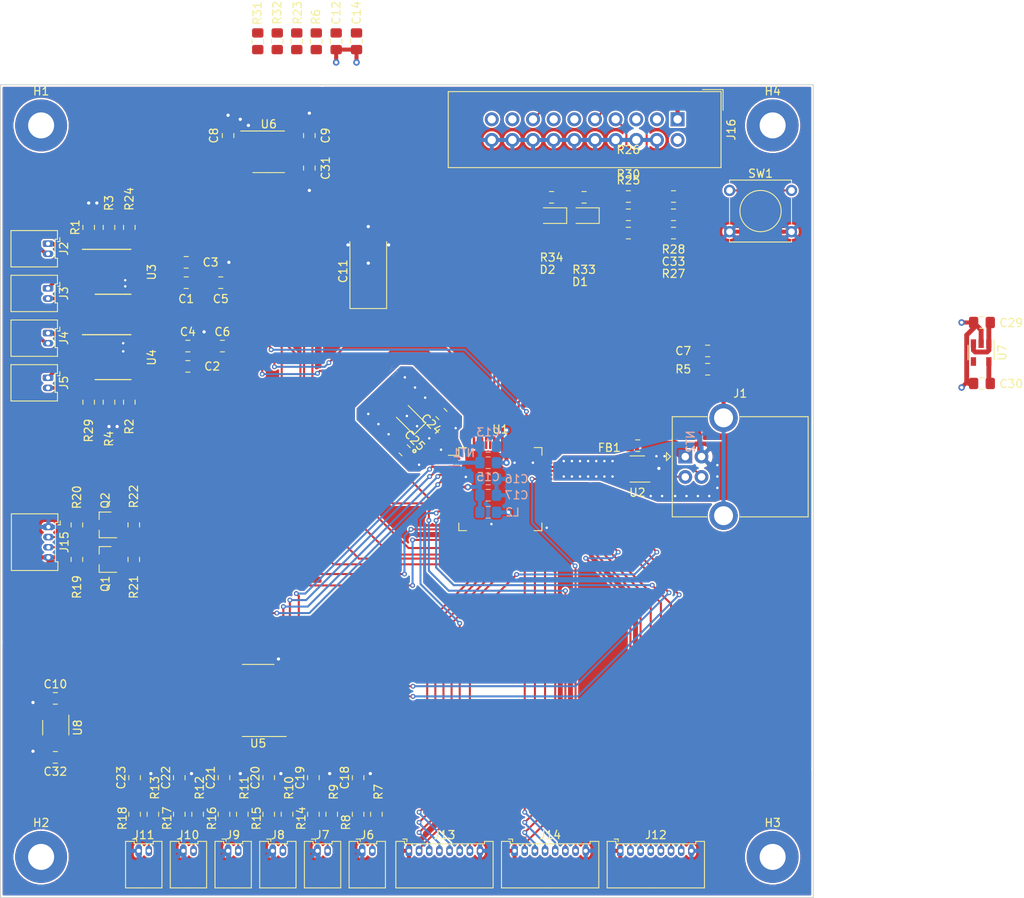
<source format=kicad_pcb>
(kicad_pcb (version 20171130) (host pcbnew "(5.1.5)-3")
  (layers (0 F.Cu signal) (31 B.Cu signal) (34 B.Paste user) (35 F.Paste user) (36 B.SilkS user) (37 F.SilkS user) (38 B.Mask user) (39 F.Mask user) (44 Edge.Cuts user))
  (net 0 "")
  (net 1 /Power/V5_0)
  (net 2 GND)
  (net 3 /Power/V5_USB)
  (net 4 /MCU/V3_3)
  (net 5 "Net-(C18-Pad1)")
  (net 6 "Net-(C19-Pad1)")
  (net 7 "Net-(C20-Pad1)")
  (net 8 "Net-(C21-Pad1)")
  (net 9 "Net-(C22-Pad1)")
  (net 10 "Net-(C23-Pad1)")
  (net 11 "/Motor Control/V3_3")
  (net 12 "Net-(D1-Pad2)")
  (net 13 "Net-(D2-Pad2)")
  (net 14 "Net-(J6-Pad2)")
  (net 15 "Net-(J7-Pad2)")
  (net 16 "Net-(J8-Pad2)")
  (net 17 "Net-(J9-Pad2)")
  (net 18 "Net-(J10-Pad2)")
  (net 19 "Net-(J11-Pad2)")
  (net 20 /MCU/~POSX_NRESET)
  (net 21 /MCU/POSX_MOTION)
  (net 22 /MCU/POSX_SCLK)
  (net 23 /MCU/POSX_MOSI)
  (net 24 /MCU/POSX_MISO)
  (net 25 /MCU/~POSX_NCS)
  (net 26 /MCU/~POSY_NRESET)
  (net 27 /MCU/POSY_MOTION)
  (net 28 /MCU/POSY_SCLK)
  (net 29 /MCU/POSY_MOSI)
  (net 30 /MCU/POSY_MISO)
  (net 31 /MCU/~POSY_NCS)
  (net 32 /MCU/~POSZ_NRESET)
  (net 33 /MCU/POSZ_MOTION)
  (net 34 /MCU/POSZ_SCLK)
  (net 35 /MCU/POSZ_MOSI)
  (net 36 /MCU/POSZ_MISO)
  (net 37 /MCU/~POSZ_NCS)
  (net 38 "Net-(J15-Pad3)")
  (net 39 "Net-(J15-Pad2)")
  (net 40 "Net-(J16-Pad19)")
  (net 41 "Net-(J16-Pad17)")
  (net 42 "Net-(J16-Pad13)")
  (net 43 "Net-(J16-Pad11)")
  (net 44 "Net-(J16-Pad5)")
  (net 45 "Net-(J16-Pad3)")
  (net 46 "Net-(J16-Pad2)")
  (net 47 /MCU/LASER_SCL)
  (net 48 /MCU/LASER_SDA)
  (net 49 /Power/LOAD_OVERCURRENT_MOTOR)
  (net 50 /Power/LOAD_OVERCURRENT_DIGITAL_LOGIC)
  (net 51 /MCU/MOTOR_FAULT_12)
  (net 52 "Net-(R27-Pad2)")
  (net 53 /MCU/MOTOR_FAULT_34)
  (net 54 /Power/~POWER_SWITCH_ANALOGUE_LOADS)
  (net 55 /Power/~POWER_SWITCH_DIGITAL_LOGIC)
  (net 56 /MCU/MOTOR_CTRL_3B)
  (net 57 /MCU/MOTOR_CTRL_3A)
  (net 58 /MCU/MOTOR_SLEEP_34)
  (net 59 /MCU/MOTOR_SLEEP_12)
  (net 60 /MCU/USB_D+)
  (net 61 /MCU/USB_D-)
  (net 62 "Net-(U1-Pad44)")
  (net 63 /MCU/END_STOP_X+)
  (net 64 /MCU/END_STOP_X-)
  (net 65 /MCU/MOTOR_CTRL_4A)
  (net 66 /MCU/MOTOR_CTRL_4B)
  (net 67 /MCU/MOTOR_CTRL_2A)
  (net 68 /MCU/MOTOR_CTRL_2B)
  (net 69 "Net-(U1-Pad16)")
  (net 70 /MCU/MOTOR_CTRL_1A)
  (net 71 /MCU/MOTOR_CTRL_1B)
  (net 72 /MCU/END_STOP_Z-)
  (net 73 /MCU/END_STOP_Z+)
  (net 74 /MCU/END_STOP_Y-)
  (net 75 /MCU/END_STOP_Y+)
  (net 76 "Net-(U7-Pad4)")
  (net 77 "Net-(U8-Pad4)")
  (net 78 /Power/OUT2)
  (net 79 "/USB Interface/D+")
  (net 80 "/USB Interface/D-")
  (net 81 "/USB Interface/SHIELD")
  (net 82 "/USB Interface/VBUS")
  (net 83 /MCU/VDDCORE)
  (net 84 /MCU/VDDANA)
  (net 85 /MCU/XIN32)
  (net 86 /MCU/XOUT32)
  (net 87 /MCU/~RESET)
  (net 88 /MCU/RED_LED_MCU)
  (net 89 /MCU/GREEN_LED_MCU)
  (net 90 /MCU/SWDCLK)
  (net 91 /MCU/SWDIO)
  (net 92 /MCU/SWDIO_MCU)
  (net 93 "/Motor Control/VCP_1")
  (net 94 "/Motor Control/VCP_2")
  (net 95 "/Motor Control/VINT_1")
  (net 96 "/Motor Control/VINT_2")
  (net 97 "/Motor Control/MOTOR_1A")
  (net 98 "/Motor Control/MOTOR_1B")
  (net 99 "/Motor Control/MOTOR_2A")
  (net 100 "/Motor Control/MOTOR_2B")
  (net 101 "/Motor Control/MOTOR_3A")
  (net 102 "/Motor Control/MOTOR_3B")
  (net 103 "/Motor Control/MOTOR_4A")
  (net 104 "/Motor Control/MOTOR_4B")
  (net 105 "/Motor Control/MOTOR_1_CUR_SENS")
  (net 106 "/Motor Control/MOTOR_3_CUR_SENS")
  (net 107 "/Motor Control/MOTOR_2_CUR_SENS")
  (net 108 "/Motor Control/MOTOR_4_CUR_SENS")
  (net 109 GNDA)
  (net 110 GNDS)
  (module Capacitor_SMD:C_0805_2012Metric_Pad1.15x1.40mm_HandSolder (layer F.Cu) (at 127.1 74.35)
    (fp_text reference C5 (at 0 2) (layer F.SilkS))
    (fp_text value 10uC)
    (pad 2 smd roundrect (at 1.025 0) (size 1.15 1.4) (layers F.Cu F.Paste F.Mask) (roundrect_rratio 0.217391) (net 2 GND))
    (pad 1 smd roundrect (at -1.025 0) (size 1.15 1.4) (layers F.Cu F.Paste F.Mask) (roundrect_rratio 0.217391) (net 1 /Power/V5_0))
  )
  (module Capacitor_SMD:C_0805_2012Metric_Pad1.15x1.40mm_HandSolder (layer F.Cu) (at 122.85 74.35 180)
    (fp_text reference C1 (at 0 -2) (layer F.SilkS))
    (fp_text value 0.01uC)
    (pad 2 smd roundrect (at 1.025 0 180) (size 1.15 1.4) (layers F.Cu F.Paste F.Mask) (roundrect_rratio 0.217391) (net 93 "/Motor Control/VCP_1"))
    (pad 1 smd roundrect (at -1.025 0 180) (size 1.15 1.4) (layers F.Cu F.Paste F.Mask) (roundrect_rratio 0.217391) (net 1 /Power/V5_0))
  )
  (module Capacitor_SMD:C_0805_2012Metric_Pad1.15x1.40mm_HandSolder (layer F.Cu) (at 122.85 71.85)
    (fp_text reference C3 (at 3 0) (layer F.SilkS))
    (fp_text value 2.2uC)
    (pad 2 smd roundrect (at 1.025 0) (size 1.15 1.4) (layers F.Cu F.Paste F.Mask) (roundrect_rratio 0.217391) (net 2 GND))
    (pad 1 smd roundrect (at -1.025 0) (size 1.15 1.4) (layers F.Cu F.Paste F.Mask) (roundrect_rratio 0.217391) (net 95 "/Motor Control/VINT_1"))
  )
  (module NetTie:NetTie-2_SMD_Pad0.5mm (layer B.Cu) (at 186.1 93.9 270)
    (fp_text reference NT2 (at 0 1.2 90) (layer B.SilkS) (effects (justify mirror)))
    (fp_text value Net-Tie_2)
    (fp_poly (pts (xy -0.5 0.25) (xy 0.5 0.25) (xy 0.5 -0.25) (xy -0.5 -0.25)) (layer B.Cu) (width 0))
    (pad 2 smd circle (at 0.5 0 270) (size 0.5 0.5) (layers B.Cu) (net 110 GNDS))
    (pad 1 smd circle (at -0.5 0 270) (size 0.5 0.5) (layers B.Cu) (net 2 GND))
  )
  (module NetTie:NetTie-2_SMD_Pad0.5mm (layer B.Cu) (at 157 96.5 180)
    (fp_text reference NT1 (at 0 1.2) (layer B.SilkS) (effects (justify mirror)))
    (fp_text value Net-Tie_2)
    (fp_poly (pts (xy -0.5 0.25) (xy 0.5 0.25) (xy 0.5 -0.25) (xy -0.5 -0.25)) (layer B.Cu) (width 0))
    (pad 2 smd circle (at 0.5 0 180) (size 0.5 0.5) (layers B.Cu) (net 109 GNDA))
    (pad 1 smd circle (at -0.5 0 180) (size 0.5 0.5) (layers B.Cu) (net 2 GND))
  )
  (module Capacitor_SMD:C_0805_2012Metric_Pad1.15x1.40mm_HandSolder (layer F.Cu) (at 154.25 90.5 135)
    (fp_text reference C24 (at 0 -1.75 135) (layer F.SilkS))
    (fp_text value 6.8pC)
    (pad 2 smd roundrect (at 1.025 0 135) (size 1.15 1.4) (layers F.Cu F.Paste F.Mask) (roundrect_rratio 0.217391) (net 109 GNDA))
    (pad 1 smd roundrect (at -1.025 0 135) (size 1.15 1.4) (layers F.Cu F.Paste F.Mask) (roundrect_rratio 0.217391) (net 85 /MCU/XIN32))
  )
  (module Package_QFP:TQFP-64_10x10mm_P0.5mm (layer F.Cu) (at 161.5 99.75)
    (fp_text reference U1 (at 0 -7.35) (layer F.SilkS))
    (fp_text value ATSAMD21J18A-AU)
    (pad 64 smd roundrect (at -3.75 -5.6625) (size 0.3 1.475) (layers F.Cu F.Paste F.Mask) (net 89 /MCU/GREEN_LED_MCU))
    (pad 63 smd roundrect (at -3.25 -5.6625) (size 0.3 1.475) (layers F.Cu F.Paste F.Mask) (net 88 /MCU/RED_LED_MCU))
    (pad 62 smd roundrect (at -2.75 -5.6625) (size 0.3 1.475) (layers F.Cu F.Paste F.Mask) (net 54 /Power/~POWER_SWITCH_ANALOGUE_LOADS))
    (pad 61 smd roundrect (at -2.25 -5.6625) (size 0.3 1.475) (layers F.Cu F.Paste F.Mask) (net 55 /Power/~POWER_SWITCH_DIGITAL_LOGIC))
    (pad 60 smd roundrect (at -1.75 -5.6625) (size 0.3 1.475) (layers F.Cu F.Paste F.Mask) (net 56 /MCU/MOTOR_CTRL_3B))
    (pad 59 smd roundrect (at -1.25 -5.6625) (size 0.3 1.475) (layers F.Cu F.Paste F.Mask) (net 57 /MCU/MOTOR_CTRL_3A))
    (pad 58 smd roundrect (at -0.75 -5.6625) (size 0.3 1.475) (layers F.Cu F.Paste F.Mask) (net 92 /MCU/SWDIO_MCU))
    (pad 57 smd roundrect (at -0.25 -5.6625) (size 0.3 1.475) (layers F.Cu F.Paste F.Mask) (net 90 /MCU/SWDCLK))
    (pad 56 smd roundrect (at 0.25 -5.6625) (size 0.3 1.475) (layers F.Cu F.Paste F.Mask) (net 4 /MCU/V3_3))
    (pad 55 smd roundrect (at 0.75 -5.6625) (size 0.3 1.475) (layers F.Cu F.Paste F.Mask) (net 83 /MCU/VDDCORE))
    (pad 54 smd roundrect (at 1.25 -5.6625) (size 0.3 1.475) (layers F.Cu F.Paste F.Mask) (net 2 GND))
    (pad 53 smd roundrect (at 1.75 -5.6625) (size 0.3 1.475) (layers F.Cu F.Paste F.Mask) (net 50 /Power/LOAD_OVERCURRENT_DIGITAL_LOGIC))
    (pad 52 smd roundrect (at 2.25 -5.6625) (size 0.3 1.475) (layers F.Cu F.Paste F.Mask) (net 87 /MCU/~RESET))
    (pad 51 smd roundrect (at 2.75 -5.6625) (size 0.3 1.475) (layers F.Cu F.Paste F.Mask) (net 49 /Power/LOAD_OVERCURRENT_MOTOR))
    (pad 50 smd roundrect (at 3.25 -5.6625) (size 0.3 1.475) (layers F.Cu F.Paste F.Mask) (net 58 /MCU/MOTOR_SLEEP_34))
    (pad 49 smd roundrect (at 3.75 -5.6625) (size 0.3 1.475) (layers F.Cu F.Paste F.Mask) (net 59 /MCU/MOTOR_SLEEP_12))
    (pad 48 smd roundrect (at 5.6625 -3.75) (size 1.475 0.3) (layers F.Cu F.Paste F.Mask) (net 4 /MCU/V3_3))
    (pad 47 smd roundrect (at 5.6625 -3.25) (size 1.475 0.3) (layers F.Cu F.Paste F.Mask) (net 2 GND))
    (pad 46 smd roundrect (at 5.6625 -2.75) (size 1.475 0.3) (layers F.Cu F.Paste F.Mask) (net 60 /MCU/USB_D+))
    (pad 45 smd roundrect (at 5.6625 -2.25) (size 1.475 0.3) (layers F.Cu F.Paste F.Mask) (net 61 /MCU/USB_D-))
    (pad 44 smd roundrect (at 5.6625 -1.75) (size 1.475 0.3) (layers F.Cu F.Paste F.Mask) (net 62 "Net-(U1-Pad44)"))
    (pad 43 smd roundrect (at 5.6625 -1.25) (size 1.475 0.3) (layers F.Cu F.Paste F.Mask) (net 32 /MCU/~POSZ_NRESET))
    (pad 42 smd roundrect (at 5.6625 -0.75) (size 1.475 0.3) (layers F.Cu F.Paste F.Mask) (net 26 /MCU/~POSY_NRESET))
    (pad 41 smd roundrect (at 5.6625 -0.25) (size 1.475 0.3) (layers F.Cu F.Paste F.Mask) (net 20 /MCU/~POSX_NRESET))
    (pad 40 smd roundrect (at 5.6625 0.25) (size 1.475 0.3) (layers F.Cu F.Paste F.Mask) (net 63 /MCU/END_STOP_X+))
    (pad 39 smd roundrect (at 5.6625 0.75) (size 1.475 0.3) (layers F.Cu F.Paste F.Mask) (net 64 /MCU/END_STOP_X-))
    (pad 38 smd roundrect (at 5.6625 1.25) (size 1.475 0.3) (layers F.Cu F.Paste F.Mask) (net 25 /MCU/~POSX_NCS))
    (pad 37 smd roundrect (at 5.6625 1.75) (size 1.475 0.3) (layers F.Cu F.Paste F.Mask) (net 22 /MCU/POSX_SCLK))
    (pad 36 smd roundrect (at 5.6625 2.25) (size 1.475 0.3) (layers F.Cu F.Paste F.Mask) (net 23 /MCU/POSX_MOSI))
    (pad 35 smd roundrect (at 5.6625 2.75) (size 1.475 0.3) (layers F.Cu F.Paste F.Mask) (net 24 /MCU/POSX_MISO))
    (pad 34 smd roundrect (at 5.6625 3.25) (size 1.475 0.3) (layers F.Cu F.Paste F.Mask) (net 4 /MCU/V3_3))
    (pad 33 smd roundrect (at 5.6625 3.75) (size 1.475 0.3) (layers F.Cu F.Paste F.Mask) (net 2 GND))
    (pad 32 smd roundrect (at 3.75 5.6625) (size 0.3 1.475) (layers F.Cu F.Paste F.Mask) (net 37 /MCU/~POSZ_NCS))
    (pad 31 smd roundrect (at 3.25 5.6625) (size 0.3 1.475) (layers F.Cu F.Paste F.Mask) (net 36 /MCU/POSZ_MISO))
    (pad 30 smd roundrect (at 2.75 5.6625) (size 0.3 1.475) (layers F.Cu F.Paste F.Mask) (net 35 /MCU/POSZ_MOSI))
    (pad 29 smd roundrect (at 2.25 5.6625) (size 0.3 1.475) (layers F.Cu F.Paste F.Mask) (net 34 /MCU/POSZ_SCLK))
    (pad 28 smd roundrect (at 1.75 5.6625) (size 0.3 1.475) (layers F.Cu F.Paste F.Mask) (net 31 /MCU/~POSY_NCS))
    (pad 27 smd roundrect (at 1.25 5.6625) (size 0.3 1.475) (layers F.Cu F.Paste F.Mask) (net 30 /MCU/POSY_MISO))
    (pad 26 smd roundrect (at 0.75 5.6625) (size 0.3 1.475) (layers F.Cu F.Paste F.Mask) (net 29 /MCU/POSY_MOSI))
    (pad 25 smd roundrect (at 0.25 5.6625) (size 0.3 1.475) (layers F.Cu F.Paste F.Mask) (net 28 /MCU/POSY_SCLK))
    (pad 24 smd roundrect (at -0.25 5.6625) (size 0.3 1.475) (layers F.Cu F.Paste F.Mask) (net 65 /MCU/MOTOR_CTRL_4A))
    (pad 23 smd roundrect (at -0.75 5.6625) (size 0.3 1.475) (layers F.Cu F.Paste F.Mask) (net 66 /MCU/MOTOR_CTRL_4B))
    (pad 22 smd roundrect (at -1.25 5.6625) (size 0.3 1.475) (layers F.Cu F.Paste F.Mask) (net 2 GND))
    (pad 21 smd roundrect (at -1.75 5.6625) (size 0.3 1.475) (layers F.Cu F.Paste F.Mask) (net 4 /MCU/V3_3))
    (pad 20 smd roundrect (at -2.25 5.6625) (size 0.3 1.475) (layers F.Cu F.Paste F.Mask) (net 67 /MCU/MOTOR_CTRL_2A))
    (pad 19 smd roundrect (at -2.75 5.6625) (size 0.3 1.475) (layers F.Cu F.Paste F.Mask) (net 68 /MCU/MOTOR_CTRL_2B))
    (pad 18 smd roundrect (at -3.25 5.6625) (size 0.3 1.475) (layers F.Cu F.Paste F.Mask) (net 47 /MCU/LASER_SCL))
    (pad 17 smd roundrect (at -3.75 5.6625) (size 0.3 1.475) (layers F.Cu F.Paste F.Mask) (net 48 /MCU/LASER_SDA))
    (pad 16 smd roundrect (at -5.6625 3.75) (size 1.475 0.3) (layers F.Cu F.Paste F.Mask) (net 69 "Net-(U1-Pad16)"))
    (pad 15 smd roundrect (at -5.6625 3.25) (size 1.475 0.3) (layers F.Cu F.Paste F.Mask) (net 21 /MCU/POSX_MOTION))
    (pad 14 smd roundrect (at -5.6625 2.75) (size 1.475 0.3) (layers F.Cu F.Paste F.Mask) (net 27 /MCU/POSY_MOTION))
    (pad 13 smd roundrect (at -5.6625 2.25) (size 1.475 0.3) (layers F.Cu F.Paste F.Mask) (net 33 /MCU/POSZ_MOTION))
    (pad 12 smd roundrect (at -5.6625 1.75) (size 1.475 0.3) (layers F.Cu F.Paste F.Mask) (net 70 /MCU/MOTOR_CTRL_1A))
    (pad 11 smd roundrect (at -5.6625 1.25) (size 1.475 0.3) (layers F.Cu F.Paste F.Mask) (net 71 /MCU/MOTOR_CTRL_1B))
    (pad 10 smd roundrect (at -5.6625 0.75) (size 1.475 0.3) (layers F.Cu F.Paste F.Mask) (net 53 /MCU/MOTOR_FAULT_34))
    (pad 9 smd roundrect (at -5.6625 0.25) (size 1.475 0.3) (layers F.Cu F.Paste F.Mask) (net 51 /MCU/MOTOR_FAULT_12))
    (pad 8 smd roundrect (at -5.6625 -0.25) (size 1.475 0.3) (layers F.Cu F.Paste F.Mask) (net 84 /MCU/VDDANA))
    (pad 7 smd roundrect (at -5.6625 -0.75) (size 1.475 0.3) (layers F.Cu F.Paste F.Mask) (net 2 GND))
    (pad 6 smd roundrect (at -5.6625 -1.25) (size 1.475 0.3) (layers F.Cu F.Paste F.Mask) (net 72 /MCU/END_STOP_Z-))
    (pad 5 smd roundrect (at -5.6625 -1.75) (size 1.475 0.3) (layers F.Cu F.Paste F.Mask) (net 73 /MCU/END_STOP_Z+))
    (pad 4 smd roundrect (at -5.6625 -2.25) (size 1.475 0.3) (layers F.Cu F.Paste F.Mask) (net 74 /MCU/END_STOP_Y-))
    (pad 3 smd roundrect (at -5.6625 -2.75) (size 1.475 0.3) (layers F.Cu F.Paste F.Mask) (net 75 /MCU/END_STOP_Y+))
    (pad 2 smd roundrect (at -5.6625 -3.25) (size 1.475 0.3) (layers F.Cu F.Paste F.Mask) (net 86 /MCU/XOUT32))
    (pad 1 smd roundrect (at -5.6625 -3.75) (size 1.475 0.3) (layers F.Cu F.Paste F.Mask) (net 85 /MCU/XIN32))
  )
  (module Capacitor_SMD:C_0805_2012Metric_Pad1.15x1.40mm_HandSolder (layer F.Cu) (at 128 56.25 90)
    (fp_text reference C8 (at 0 -1.75 90) (layer F.SilkS))
    (fp_text value 0.1uC)
    (pad 2 smd roundrect (at 1.025 0 90) (size 1.15 1.4) (layers F.Cu F.Paste F.Mask) (roundrect_rratio 0.217391) (net 2 GND))
    (pad 1 smd roundrect (at -1.025 0 90) (size 1.15 1.4) (layers F.Cu F.Paste F.Mask) (roundrect_rratio 0.217391) (net 3 /Power/V5_USB))
  )
  (module Crystal_Custom:MS1V-T1K-32.768KHZ-7PF-20PPM-TA-QC-AU (layer F.Cu) (at 150.5 91.25 315)
    (fp_text reference Y1 (at -5.75 -2.708 135) (layer F.SilkS) (effects (font (size 0.8 0.8) (thickness 0.015))))
    (fp_text value Crystal_GND3)
    (pad 3 smd rect (at -3.125 0 315) (size 2.5 3) (layers F.Cu F.Paste F.Mask) (net 109 GNDA))
    (pad 1 smd rect (at 3.125 1.3 315) (size 1.6 1) (layers F.Cu F.Paste F.Mask) (net 86 /MCU/XOUT32))
    (pad 2 smd rect (at 3.125 -1.3 315) (size 1.6 1) (layers F.Cu F.Paste F.Mask) (net 85 /MCU/XIN32))
  )
  (module Package_TO_SOT_SMD:SOT-23-5 (layer F.Cu) (at 106.8 129.1 270)
    (fp_text reference U8 (at 0 -2.7 90) (layer F.SilkS))
    (fp_text value TLV70033_SOT23-5)
    (pad 5 smd rect (at 1.1 -0.95 270) (size 1.06 0.65) (layers F.Cu F.Paste F.Mask) (net 11 "/Motor Control/V3_3"))
    (pad 4 smd rect (at 1.1 0.95 270) (size 1.06 0.65) (layers F.Cu F.Paste F.Mask) (net 77 "Net-(U8-Pad4)"))
    (pad 3 smd rect (at -1.1 0.95 270) (size 1.06 0.65) (layers F.Cu F.Paste F.Mask) (net 78 /Power/OUT2))
    (pad 2 smd rect (at -1.1 0 270) (size 1.06 0.65) (layers F.Cu F.Paste F.Mask) (net 2 GND))
    (pad 1 smd rect (at -1.1 -0.95 270) (size 1.06 0.65) (layers F.Cu F.Paste F.Mask) (net 78 /Power/OUT2))
  )
  (module Package_TO_SOT_SMD:SOT-23-5 (layer F.Cu) (at 220.65 82.95 270)
    (fp_text reference U7 (at 0 -2.6 90) (layer F.SilkS))
    (fp_text value TLV70033_SOT23-5)
    (pad 5 smd rect (at 1.1 -0.95 270) (size 1.06 0.65) (layers F.Cu F.Paste F.Mask) (net 4 /MCU/V3_3))
    (pad 4 smd rect (at 1.1 0.95 270) (size 1.06 0.65) (layers F.Cu F.Paste F.Mask) (net 76 "Net-(U7-Pad4)"))
    (pad 3 smd rect (at -1.1 0.95 270) (size 1.06 0.65) (layers F.Cu F.Paste F.Mask) (net 3 /Power/V5_USB))
    (pad 2 smd rect (at -1.1 0 270) (size 1.06 0.65) (layers F.Cu F.Paste F.Mask) (net 2 GND))
    (pad 1 smd rect (at -1.1 -0.95 270) (size 1.06 0.65) (layers F.Cu F.Paste F.Mask) (net 3 /Power/V5_USB))
  )
  (module Package_SO:SOIC-8_3.9x4.9mm_P1.27mm (layer F.Cu) (at 133 58.25)
    (fp_text reference U6 (at 0 -3.4) (layer F.SilkS))
    (fp_text value TPS2046B)
    (pad 8 smd roundrect (at 2.475 -1.905) (size 1.95 0.6) (layers F.Cu F.Paste F.Mask) (net 49 /Power/LOAD_OVERCURRENT_MOTOR))
    (pad 7 smd roundrect (at 2.475 -0.635) (size 1.95 0.6) (layers F.Cu F.Paste F.Mask) (net 1 /Power/V5_0))
    (pad 6 smd roundrect (at 2.475 0.635) (size 1.95 0.6) (layers F.Cu F.Paste F.Mask) (net 78 /Power/OUT2))
    (pad 5 smd roundrect (at 2.475 1.905) (size 1.95 0.6) (layers F.Cu F.Paste F.Mask) (net 50 /Power/LOAD_OVERCURRENT_DIGITAL_LOGIC))
    (pad 4 smd roundrect (at -2.475 1.905) (size 1.95 0.6) (layers F.Cu F.Paste F.Mask) (net 55 /Power/~POWER_SWITCH_DIGITAL_LOGIC))
    (pad 3 smd roundrect (at -2.475 0.635) (size 1.95 0.6) (layers F.Cu F.Paste F.Mask) (net 54 /Power/~POWER_SWITCH_ANALOGUE_LOADS))
    (pad 2 smd roundrect (at -2.475 -0.635) (size 1.95 0.6) (layers F.Cu F.Paste F.Mask) (net 3 /Power/V5_USB))
    (pad 1 smd roundrect (at -2.475 -1.905) (size 1.95 0.6) (layers F.Cu F.Paste F.Mask) (net 2 GND))
  )
  (module Package_SO:SOIC-14_3.9x8.7mm_P1.27mm (layer F.Cu) (at 131.7 125.75 180)
    (fp_text reference U5 (at 0 -5.28) (layer F.SilkS))
    (fp_text value 74HC14)
    (pad 14 smd roundrect (at 2.475 -3.81 180) (size 1.95 0.6) (layers F.Cu F.Paste F.Mask) (net 11 "/Motor Control/V3_3"))
    (pad 13 smd roundrect (at 2.475 -2.54 180) (size 1.95 0.6) (layers F.Cu F.Paste F.Mask) (net 10 "Net-(C23-Pad1)"))
    (pad 12 smd roundrect (at 2.475 -1.27 180) (size 1.95 0.6) (layers F.Cu F.Paste F.Mask) (net 72 /MCU/END_STOP_Z-))
    (pad 11 smd roundrect (at 2.475 0 180) (size 1.95 0.6) (layers F.Cu F.Paste F.Mask) (net 9 "Net-(C22-Pad1)"))
    (pad 10 smd roundrect (at 2.475 1.27 180) (size 1.95 0.6) (layers F.Cu F.Paste F.Mask) (net 73 /MCU/END_STOP_Z+))
    (pad 9 smd roundrect (at 2.475 2.54 180) (size 1.95 0.6) (layers F.Cu F.Paste F.Mask) (net 8 "Net-(C21-Pad1)"))
    (pad 8 smd roundrect (at 2.475 3.81 180) (size 1.95 0.6) (layers F.Cu F.Paste F.Mask) (net 74 /MCU/END_STOP_Y-))
    (pad 7 smd roundrect (at -2.475 3.81 180) (size 1.95 0.6) (layers F.Cu F.Paste F.Mask) (net 2 GND))
    (pad 6 smd roundrect (at -2.475 2.54 180) (size 1.95 0.6) (layers F.Cu F.Paste F.Mask) (net 75 /MCU/END_STOP_Y+))
    (pad 5 smd roundrect (at -2.475 1.27 180) (size 1.95 0.6) (layers F.Cu F.Paste F.Mask) (net 7 "Net-(C20-Pad1)"))
    (pad 4 smd roundrect (at -2.475 0 180) (size 1.95 0.6) (layers F.Cu F.Paste F.Mask) (net 64 /MCU/END_STOP_X-))
    (pad 3 smd roundrect (at -2.475 -1.27 180) (size 1.95 0.6) (layers F.Cu F.Paste F.Mask) (net 6 "Net-(C19-Pad1)"))
    (pad 2 smd roundrect (at -2.475 -2.54 180) (size 1.95 0.6) (layers F.Cu F.Paste F.Mask) (net 63 /MCU/END_STOP_X+))
    (pad 1 smd roundrect (at -2.475 -3.81 180) (size 1.95 0.6) (layers F.Cu F.Paste F.Mask) (net 5 "Net-(C18-Pad1)"))
  )
  (module Package_SO:TSSOP-16_4.4x5mm_P0.65mm (layer F.Cu) (at 113.85 83.55)
    (fp_text reference U4 (at 4.75 0 -90) (layer F.SilkS))
    (fp_text value DRV8833PW)
    (pad 16 smd rect (at 2.95 -2.275) (size 1.5 0.45) (layers F.Cu F.Paste F.Mask) (net 57 /MCU/MOTOR_CTRL_3A))
    (pad 15 smd rect (at 2.95 -1.625) (size 1.5 0.45) (layers F.Cu F.Paste F.Mask) (net 56 /MCU/MOTOR_CTRL_3B))
    (pad 14 smd rect (at 2.95 -0.975) (size 1.5 0.45) (layers F.Cu F.Paste F.Mask) (net 96 "/Motor Control/VINT_2"))
    (pad 13 smd rect (at 2.95 -0.325) (size 1.5 0.45) (layers F.Cu F.Paste F.Mask) (net 2 GND))
    (pad 12 smd rect (at 2.95 0.325) (size 1.5 0.45) (layers F.Cu F.Paste F.Mask) (net 1 /Power/V5_0))
    (pad 11 smd rect (at 2.95 0.975) (size 1.5 0.45) (layers F.Cu F.Paste F.Mask) (net 94 "/Motor Control/VCP_2"))
    (pad 10 smd rect (at 2.95 1.625) (size 1.5 0.45) (layers F.Cu F.Paste F.Mask) (net 66 /MCU/MOTOR_CTRL_4B))
    (pad 9 smd rect (at 2.95 2.275) (size 1.5 0.45) (layers F.Cu F.Paste F.Mask) (net 65 /MCU/MOTOR_CTRL_4A))
    (pad 8 smd rect (at -2.95 2.275) (size 1.5 0.45) (layers F.Cu F.Paste F.Mask) (net 53 /MCU/MOTOR_FAULT_34))
    (pad 7 smd rect (at -2.95 1.625) (size 1.5 0.45) (layers F.Cu F.Paste F.Mask) (net 103 "/Motor Control/MOTOR_4A"))
    (pad 6 smd rect (at -2.95 0.975) (size 1.5 0.45) (layers F.Cu F.Paste F.Mask) (net 108 "/Motor Control/MOTOR_4_CUR_SENS"))
    (pad 5 smd rect (at -2.95 0.325) (size 1.5 0.45) (layers F.Cu F.Paste F.Mask) (net 104 "/Motor Control/MOTOR_4B"))
    (pad 4 smd rect (at -2.95 -0.325) (size 1.5 0.45) (layers F.Cu F.Paste F.Mask) (net 102 "/Motor Control/MOTOR_3B"))
    (pad 3 smd rect (at -2.95 -0.975) (size 1.5 0.45) (layers F.Cu F.Paste F.Mask) (net 106 "/Motor Control/MOTOR_3_CUR_SENS"))
    (pad 2 smd rect (at -2.95 -1.625) (size 1.5 0.45) (layers F.Cu F.Paste F.Mask) (net 101 "/Motor Control/MOTOR_3A"))
    (pad 1 smd rect (at -2.95 -2.275) (size 1.5 0.45) (layers F.Cu F.Paste F.Mask) (net 58 /MCU/MOTOR_SLEEP_34))
  )
  (module Package_SO:TSSOP-16_4.4x5mm_P0.65mm (layer F.Cu) (at 113.85 73.05)
    (fp_text reference U3 (at 4.75 0 -90) (layer F.SilkS))
    (fp_text value DRV8833PW)
    (pad 16 smd rect (at 2.95 -2.275) (size 1.5 0.45) (layers F.Cu F.Paste F.Mask) (net 70 /MCU/MOTOR_CTRL_1A))
    (pad 15 smd rect (at 2.95 -1.625) (size 1.5 0.45) (layers F.Cu F.Paste F.Mask) (net 71 /MCU/MOTOR_CTRL_1B))
    (pad 14 smd rect (at 2.95 -0.975) (size 1.5 0.45) (layers F.Cu F.Paste F.Mask) (net 95 "/Motor Control/VINT_1"))
    (pad 13 smd rect (at 2.95 -0.325) (size 1.5 0.45) (layers F.Cu F.Paste F.Mask) (net 2 GND))
    (pad 12 smd rect (at 2.95 0.325) (size 1.5 0.45) (layers F.Cu F.Paste F.Mask) (net 1 /Power/V5_0))
    (pad 11 smd rect (at 2.95 0.975) (size 1.5 0.45) (layers F.Cu F.Paste F.Mask) (net 93 "/Motor Control/VCP_1"))
    (pad 10 smd rect (at 2.95 1.625) (size 1.5 0.45) (layers F.Cu F.Paste F.Mask) (net 68 /MCU/MOTOR_CTRL_2B))
    (pad 9 smd rect (at 2.95 2.275) (size 1.5 0.45) (layers F.Cu F.Paste F.Mask) (net 67 /MCU/MOTOR_CTRL_2A))
    (pad 8 smd rect (at -2.95 2.275) (size 1.5 0.45) (layers F.Cu F.Paste F.Mask) (net 51 /MCU/MOTOR_FAULT_12))
    (pad 7 smd rect (at -2.95 1.625) (size 1.5 0.45) (layers F.Cu F.Paste F.Mask) (net 99 "/Motor Control/MOTOR_2A"))
    (pad 6 smd rect (at -2.95 0.975) (size 1.5 0.45) (layers F.Cu F.Paste F.Mask) (net 107 "/Motor Control/MOTOR_2_CUR_SENS"))
    (pad 5 smd rect (at -2.95 0.325) (size 1.5 0.45) (layers F.Cu F.Paste F.Mask) (net 100 "/Motor Control/MOTOR_2B"))
    (pad 4 smd rect (at -2.95 -0.325) (size 1.5 0.45) (layers F.Cu F.Paste F.Mask) (net 98 "/Motor Control/MOTOR_1B"))
    (pad 3 smd rect (at -2.95 -0.975) (size 1.5 0.45) (layers F.Cu F.Paste F.Mask) (net 105 "/Motor Control/MOTOR_1_CUR_SENS"))
    (pad 2 smd rect (at -2.95 -1.625) (size 1.5 0.45) (layers F.Cu F.Paste F.Mask) (net 97 "/Motor Control/MOTOR_1A"))
    (pad 1 smd rect (at -2.95 -2.275) (size 1.5 0.45) (layers F.Cu F.Paste F.Mask) (net 59 /MCU/MOTOR_SLEEP_12))
  )
  (module Package_TO_SOT_SMD:SOT-23-6 (layer F.Cu) (at 178.35 97.275 180)
    (fp_text reference U2 (at 0 -2.9) (layer F.SilkS))
    (fp_text value USBLC6-2SC6)
    (pad 5 smd rect (at 1.1 0 180) (size 1.06 0.65) (layers F.Cu F.Paste F.Mask) (net 3 /Power/V5_USB))
    (pad 6 smd rect (at 1.1 -0.95 180) (size 1.06 0.65) (layers F.Cu F.Paste F.Mask) (net 61 /MCU/USB_D-))
    (pad 4 smd rect (at 1.1 0.95 180) (size 1.06 0.65) (layers F.Cu F.Paste F.Mask) (net 60 /MCU/USB_D+))
    (pad 3 smd rect (at -1.1 0.95 180) (size 1.06 0.65) (layers F.Cu F.Paste F.Mask) (net 79 "/USB Interface/D+"))
    (pad 2 smd rect (at -1.1 0 180) (size 1.06 0.65) (layers F.Cu F.Paste F.Mask) (net 110 GNDS))
    (pad 1 smd rect (at -1.1 -0.95 180) (size 1.06 0.65) (layers F.Cu F.Paste F.Mask) (net 80 "/USB Interface/D-"))
  )
  (module Button_Switch_THT:SW_Tactile_Straight_KSA0Axx1LFTR (layer F.Cu) (at 189.7 63)
    (fp_text reference SW1 (at 3.81 -2.08) (layer F.SilkS))
    (fp_text value SW_SPST)
    (pad 2 thru_hole circle (at 0 5.08) (size 1.397 1.397) (drill 0.8128) (layers *.Cu *.Mask) (net 2 GND))
    (pad 1 thru_hole circle (at 0 0) (size 1.397 1.397) (drill 0.8128) (layers *.Cu *.Mask) (net 52 "Net-(R27-Pad2)"))
    (pad 2 thru_hole circle (at 7.62 5.08) (size 1.397 1.397) (drill 0.8128) (layers *.Cu *.Mask) (net 2 GND))
    (pad 1 thru_hole circle (at 7.62 0) (size 1.397 1.397) (drill 0.8128) (layers *.Cu *.Mask) (net 52 "Net-(R27-Pad2)"))
  )
  (module Resistor_SMD:R_0805_2012Metric_Pad1.15x1.40mm_HandSolder (layer F.Cu) (at 167.8 63.85 180)
    (fp_text reference R34 (at 0 -7.4) (layer F.SilkS))
    (fp_text value 330R)
    (pad 2 smd roundrect (at 1.025 0 180) (size 1.15 1.4) (layers F.Cu F.Paste F.Mask) (roundrect_rratio 0.217391) (net 13 "Net-(D2-Pad2)"))
    (pad 1 smd roundrect (at -1.025 0 180) (size 1.15 1.4) (layers F.Cu F.Paste F.Mask) (roundrect_rratio 0.217391) (net 4 /MCU/V3_3))
  )
  (module Resistor_SMD:R_0805_2012Metric_Pad1.15x1.40mm_HandSolder (layer F.Cu) (at 171.8 63.85 180)
    (fp_text reference R33 (at 0 -8.9) (layer F.SilkS))
    (fp_text value 750R)
    (pad 2 smd roundrect (at 1.025 0 180) (size 1.15 1.4) (layers F.Cu F.Paste F.Mask) (roundrect_rratio 0.217391) (net 12 "Net-(D1-Pad2)"))
    (pad 1 smd roundrect (at -1.025 0 180) (size 1.15 1.4) (layers F.Cu F.Paste F.Mask) (roundrect_rratio 0.217391) (net 4 /MCU/V3_3))
  )
  (module Resistor_SMD:R_0805_2012Metric_Pad1.15x1.40mm_HandSolder (layer F.Cu) (at 134.05 44.65 270)
    (fp_text reference R32 (at -3.5 0 90) (layer F.SilkS))
    (fp_text value 10kR)
    (pad 2 smd roundrect (at 1.025 0 270) (size 1.15 1.4) (layers F.Cu F.Paste F.Mask) (roundrect_rratio 0.217391) (net 55 /Power/~POWER_SWITCH_DIGITAL_LOGIC))
    (pad 1 smd roundrect (at -1.025 0 270) (size 1.15 1.4) (layers F.Cu F.Paste F.Mask) (roundrect_rratio 0.217391) (net 4 /MCU/V3_3))
  )
  (module Resistor_SMD:R_0805_2012Metric_Pad1.15x1.40mm_HandSolder (layer F.Cu) (at 131.65 44.65 270)
    (fp_text reference R31 (at -3.45 0.05 90) (layer F.SilkS))
    (fp_text value 10kR)
    (pad 2 smd roundrect (at 1.025 0 270) (size 1.15 1.4) (layers F.Cu F.Paste F.Mask) (roundrect_rratio 0.217391) (net 54 /Power/~POWER_SWITCH_ANALOGUE_LOADS))
    (pad 1 smd roundrect (at -1.025 0 270) (size 1.15 1.4) (layers F.Cu F.Paste F.Mask) (roundrect_rratio 0.217391) (net 4 /MCU/V3_3))
  )
  (module Resistor_SMD:R_0805_2012Metric_Pad1.15x1.40mm_HandSolder (layer F.Cu) (at 177.25 66)
    (fp_text reference R30 (at 0 -5) (layer F.SilkS))
    (fp_text value 22R)
    (pad 2 smd roundrect (at 1.025 0) (size 1.15 1.4) (layers F.Cu F.Paste F.Mask) (roundrect_rratio 0.217391) (net 91 /MCU/SWDIO))
    (pad 1 smd roundrect (at -1.025 0) (size 1.15 1.4) (layers F.Cu F.Paste F.Mask) (roundrect_rratio 0.217391) (net 92 /MCU/SWDIO_MCU))
  )
  (module Resistor_SMD:R_0805_2012Metric_Pad1.15x1.40mm_HandSolder (layer F.Cu) (at 110.85 89.05 90)
    (fp_text reference R29 (at -3.5 0 90) (layer F.SilkS))
    (fp_text value 10kR)
    (pad 2 smd roundrect (at 1.025 0 90) (size 1.15 1.4) (layers F.Cu F.Paste F.Mask) (roundrect_rratio 0.217391) (net 53 /MCU/MOTOR_FAULT_34))
    (pad 1 smd roundrect (at -1.025 0 90) (size 1.15 1.4) (layers F.Cu F.Paste F.Mask) (roundrect_rratio 0.217391) (net 11 "/Motor Control/V3_3"))
  )
  (module Resistor_SMD:R_0805_2012Metric_Pad1.15x1.40mm_HandSolder (layer F.Cu) (at 182.8 63.75)
    (fp_text reference R28 (at 0 6.5) (layer F.SilkS))
    (fp_text value 10kR)
    (pad 2 smd roundrect (at 1.025 0) (size 1.15 1.4) (layers F.Cu F.Paste F.Mask) (roundrect_rratio 0.217391) (net 87 /MCU/~RESET))
    (pad 1 smd roundrect (at -1.025 0) (size 1.15 1.4) (layers F.Cu F.Paste F.Mask) (roundrect_rratio 0.217391) (net 4 /MCU/V3_3))
  )
  (module Resistor_SMD:R_0805_2012Metric_Pad1.15x1.40mm_HandSolder (layer F.Cu) (at 182.8 68.25 180)
    (fp_text reference R27 (at 0 -5) (layer F.SilkS))
    (fp_text value 330R)
    (pad 2 smd roundrect (at 1.025 0 180) (size 1.15 1.4) (layers F.Cu F.Paste F.Mask) (roundrect_rratio 0.217391) (net 52 "Net-(R27-Pad2)"))
    (pad 1 smd roundrect (at -1.025 0 180) (size 1.15 1.4) (layers F.Cu F.Paste F.Mask) (roundrect_rratio 0.217391) (net 87 /MCU/~RESET))
  )
  (module Resistor_SMD:R_0805_2012Metric_Pad1.15x1.40mm_HandSolder (layer F.Cu) (at 177.25 63.75)
    (fp_text reference R26 (at 0 -5.75) (layer F.SilkS))
    (fp_text value 10kR)
    (pad 2 smd roundrect (at 1.025 0) (size 1.15 1.4) (layers F.Cu F.Paste F.Mask) (roundrect_rratio 0.217391) (net 91 /MCU/SWDIO))
    (pad 1 smd roundrect (at -1.025 0) (size 1.15 1.4) (layers F.Cu F.Paste F.Mask) (roundrect_rratio 0.217391) (net 4 /MCU/V3_3))
  )
  (module Resistor_SMD:R_0805_2012Metric_Pad1.15x1.40mm_HandSolder (layer F.Cu) (at 177.25 68.25 180)
    (fp_text reference R25 (at 0 6.5) (layer F.SilkS))
    (fp_text value 10kR)
    (pad 2 smd roundrect (at 1.025 0 180) (size 1.15 1.4) (layers F.Cu F.Paste F.Mask) (roundrect_rratio 0.217391) (net 90 /MCU/SWDCLK))
    (pad 1 smd roundrect (at -1.025 0 180) (size 1.15 1.4) (layers F.Cu F.Paste F.Mask) (roundrect_rratio 0.217391) (net 4 /MCU/V3_3))
  )
  (module Resistor_SMD:R_0805_2012Metric_Pad1.15x1.40mm_HandSolder (layer F.Cu) (at 115.85 67.55 270)
    (fp_text reference R24 (at -3.5 0 90) (layer F.SilkS))
    (fp_text value 10kR)
    (pad 2 smd roundrect (at 1.025 0 270) (size 1.15 1.4) (layers F.Cu F.Paste F.Mask) (roundrect_rratio 0.217391) (net 51 /MCU/MOTOR_FAULT_12))
    (pad 1 smd roundrect (at -1.025 0 270) (size 1.15 1.4) (layers F.Cu F.Paste F.Mask) (roundrect_rratio 0.217391) (net 11 "/Motor Control/V3_3"))
  )
  (module Resistor_SMD:R_0805_2012Metric_Pad1.15x1.40mm_HandSolder (layer F.Cu) (at 136.45 44.65 270)
    (fp_text reference R23 (at -3.5 -0.1 90) (layer F.SilkS))
    (fp_text value 10kR)
    (pad 2 smd roundrect (at 1.025 0 270) (size 1.15 1.4) (layers F.Cu F.Paste F.Mask) (roundrect_rratio 0.217391) (net 50 /Power/LOAD_OVERCURRENT_DIGITAL_LOGIC))
    (pad 1 smd roundrect (at -1.025 0 270) (size 1.15 1.4) (layers F.Cu F.Paste F.Mask) (roundrect_rratio 0.217391) (net 4 /MCU/V3_3))
  )
  (module Resistor_SMD:R_0805_2012Metric_Pad1.15x1.40mm_HandSolder (layer F.Cu) (at 116.4 104.15 90)
    (fp_text reference R22 (at 3.5 0 90) (layer F.SilkS))
    (fp_text value 10kR)
    (pad 2 smd roundrect (at 1.025 0 90) (size 1.15 1.4) (layers F.Cu F.Paste F.Mask) (roundrect_rratio 0.217391) (net 48 /MCU/LASER_SDA))
    (pad 1 smd roundrect (at -1.025 0 90) (size 1.15 1.4) (layers F.Cu F.Paste F.Mask) (roundrect_rratio 0.217391) (net 11 "/Motor Control/V3_3"))
  )
  (module Resistor_SMD:R_0805_2012Metric_Pad1.15x1.40mm_HandSolder (layer F.Cu) (at 116.4 108.4 90)
    (fp_text reference R21 (at -3.4 0 90) (layer F.SilkS))
    (fp_text value 10kR)
    (pad 2 smd roundrect (at 1.025 0 90) (size 1.15 1.4) (layers F.Cu F.Paste F.Mask) (roundrect_rratio 0.217391) (net 47 /MCU/LASER_SCL))
    (pad 1 smd roundrect (at -1.025 0 90) (size 1.15 1.4) (layers F.Cu F.Paste F.Mask) (roundrect_rratio 0.217391) (net 11 "/Motor Control/V3_3"))
  )
  (module Resistor_SMD:R_0805_2012Metric_Pad1.15x1.40mm_HandSolder (layer F.Cu) (at 109.4 104.15 90)
    (fp_text reference R20 (at 3.4 0 90) (layer F.SilkS))
    (fp_text value 10kR)
    (pad 2 smd roundrect (at 1.025 0 90) (size 1.15 1.4) (layers F.Cu F.Paste F.Mask) (roundrect_rratio 0.217391) (net 1 /Power/V5_0))
    (pad 1 smd roundrect (at -1.025 0 90) (size 1.15 1.4) (layers F.Cu F.Paste F.Mask) (roundrect_rratio 0.217391) (net 39 "Net-(J15-Pad2)"))
  )
  (module Resistor_SMD:R_0805_2012Metric_Pad1.15x1.40mm_HandSolder (layer F.Cu) (at 109.4 108.4 270)
    (fp_text reference R19 (at 3.4 0 90) (layer F.SilkS))
    (fp_text value 10kR)
    (pad 2 smd roundrect (at 1.025 0 270) (size 1.15 1.4) (layers F.Cu F.Paste F.Mask) (roundrect_rratio 0.217391) (net 1 /Power/V5_0))
    (pad 1 smd roundrect (at -1.025 0 270) (size 1.15 1.4) (layers F.Cu F.Paste F.Mask) (roundrect_rratio 0.217391) (net 38 "Net-(J15-Pad3)"))
  )
  (module Resistor_SMD:R_0805_2012Metric_Pad1.15x1.40mm_HandSolder (layer F.Cu) (at 116.5 139.75 270)
    (fp_text reference R18 (at 0.5 1.5 90) (layer F.SilkS))
    (fp_text value 10kR)
    (pad 2 smd roundrect (at 1.025 0 270) (size 1.15 1.4) (layers F.Cu F.Paste F.Mask) (roundrect_rratio 0.217391) (net 19 "Net-(J11-Pad2)"))
    (pad 1 smd roundrect (at -1.025 0 270) (size 1.15 1.4) (layers F.Cu F.Paste F.Mask) (roundrect_rratio 0.217391) (net 10 "Net-(C23-Pad1)"))
  )
  (module Resistor_SMD:R_0805_2012Metric_Pad1.15x1.40mm_HandSolder (layer F.Cu) (at 122 139.75 270)
    (fp_text reference R17 (at 0.5 1.5 90) (layer F.SilkS))
    (fp_text value 10kR)
    (pad 2 smd roundrect (at 1.025 0 270) (size 1.15 1.4) (layers F.Cu F.Paste F.Mask) (roundrect_rratio 0.217391) (net 18 "Net-(J10-Pad2)"))
    (pad 1 smd roundrect (at -1.025 0 270) (size 1.15 1.4) (layers F.Cu F.Paste F.Mask) (roundrect_rratio 0.217391) (net 9 "Net-(C22-Pad1)"))
  )
  (module Resistor_SMD:R_0805_2012Metric_Pad1.15x1.40mm_HandSolder (layer F.Cu) (at 127.5 139.75 270)
    (fp_text reference R16 (at 0.5 1.5 90) (layer F.SilkS))
    (fp_text value 10kR)
    (pad 2 smd roundrect (at 1.025 0 270) (size 1.15 1.4) (layers F.Cu F.Paste F.Mask) (roundrect_rratio 0.217391) (net 17 "Net-(J9-Pad2)"))
    (pad 1 smd roundrect (at -1.025 0 270) (size 1.15 1.4) (layers F.Cu F.Paste F.Mask) (roundrect_rratio 0.217391) (net 8 "Net-(C21-Pad1)"))
  )
  (module Resistor_SMD:R_0805_2012Metric_Pad1.15x1.40mm_HandSolder (layer F.Cu) (at 133 139.75 270)
    (fp_text reference R15 (at 0.5 1.5 90) (layer F.SilkS))
    (fp_text value 10kR)
    (pad 2 smd roundrect (at 1.025 0 270) (size 1.15 1.4) (layers F.Cu F.Paste F.Mask) (roundrect_rratio 0.217391) (net 16 "Net-(J8-Pad2)"))
    (pad 1 smd roundrect (at -1.025 0 270) (size 1.15 1.4) (layers F.Cu F.Paste F.Mask) (roundrect_rratio 0.217391) (net 7 "Net-(C20-Pad1)"))
  )
  (module Resistor_SMD:R_0805_2012Metric_Pad1.15x1.40mm_HandSolder (layer F.Cu) (at 138.5 139.75 270)
    (fp_text reference R14 (at 0.5 1.5 90) (layer F.SilkS))
    (fp_text value 10kR)
    (pad 2 smd roundrect (at 1.025 0 270) (size 1.15 1.4) (layers F.Cu F.Paste F.Mask) (roundrect_rratio 0.217391) (net 15 "Net-(J7-Pad2)"))
    (pad 1 smd roundrect (at -1.025 0 270) (size 1.15 1.4) (layers F.Cu F.Paste F.Mask) (roundrect_rratio 0.217391) (net 6 "Net-(C19-Pad1)"))
  )
  (module Resistor_SMD:R_0805_2012Metric_Pad1.15x1.40mm_HandSolder (layer F.Cu) (at 118.75 139.75 270)
    (fp_text reference R13 (at -3.25 -0.25 90) (layer F.SilkS))
    (fp_text value 10kR)
    (pad 2 smd roundrect (at 1.025 0 270) (size 1.15 1.4) (layers F.Cu F.Paste F.Mask) (roundrect_rratio 0.217391) (net 19 "Net-(J11-Pad2)"))
    (pad 1 smd roundrect (at -1.025 0 270) (size 1.15 1.4) (layers F.Cu F.Paste F.Mask) (roundrect_rratio 0.217391) (net 11 "/Motor Control/V3_3"))
  )
  (module Resistor_SMD:R_0805_2012Metric_Pad1.15x1.40mm_HandSolder (layer F.Cu) (at 124.25 139.75 270)
    (fp_text reference R12 (at -3.25 -0.25 90) (layer F.SilkS))
    (fp_text value 10kR)
    (pad 2 smd roundrect (at 1.025 0 270) (size 1.15 1.4) (layers F.Cu F.Paste F.Mask) (roundrect_rratio 0.217391) (net 18 "Net-(J10-Pad2)"))
    (pad 1 smd roundrect (at -1.025 0 270) (size 1.15 1.4) (layers F.Cu F.Paste F.Mask) (roundrect_rratio 0.217391) (net 11 "/Motor Control/V3_3"))
  )
  (module Resistor_SMD:R_0805_2012Metric_Pad1.15x1.40mm_HandSolder (layer F.Cu) (at 129.75 139.75 270)
    (fp_text reference R11 (at -3.25 -0.25 90) (layer F.SilkS))
    (fp_text value 10kR)
    (pad 2 smd roundrect (at 1.025 0 270) (size 1.15 1.4) (layers F.Cu F.Paste F.Mask) (roundrect_rratio 0.217391) (net 17 "Net-(J9-Pad2)"))
    (pad 1 smd roundrect (at -1.025 0 270) (size 1.15 1.4) (layers F.Cu F.Paste F.Mask) (roundrect_rratio 0.217391) (net 11 "/Motor Control/V3_3"))
  )
  (module Resistor_SMD:R_0805_2012Metric_Pad1.15x1.40mm_HandSolder (layer F.Cu) (at 135.25 139.75 270)
    (fp_text reference R10 (at -3.25 -0.25 90) (layer F.SilkS))
    (fp_text value 10kR)
    (pad 2 smd roundrect (at 1.025 0 270) (size 1.15 1.4) (layers F.Cu F.Paste F.Mask) (roundrect_rratio 0.217391) (net 16 "Net-(J8-Pad2)"))
    (pad 1 smd roundrect (at -1.025 0 270) (size 1.15 1.4) (layers F.Cu F.Paste F.Mask) (roundrect_rratio 0.217391) (net 11 "/Motor Control/V3_3"))
  )
  (module Resistor_SMD:R_0805_2012Metric_Pad1.15x1.40mm_HandSolder (layer F.Cu) (at 140.75 139.75 270)
    (fp_text reference R9 (at -2.75 -0.25 90) (layer F.SilkS))
    (fp_text value 10kR)
    (pad 2 smd roundrect (at 1.025 0 270) (size 1.15 1.4) (layers F.Cu F.Paste F.Mask) (roundrect_rratio 0.217391) (net 15 "Net-(J7-Pad2)"))
    (pad 1 smd roundrect (at -1.025 0 270) (size 1.15 1.4) (layers F.Cu F.Paste F.Mask) (roundrect_rratio 0.217391) (net 11 "/Motor Control/V3_3"))
  )
  (module Resistor_SMD:R_0805_2012Metric_Pad1.15x1.40mm_HandSolder (layer F.Cu) (at 144 139.75 270)
    (fp_text reference R8 (at 1 1.5 90) (layer F.SilkS))
    (fp_text value 10kR)
    (pad 2 smd roundrect (at 1.025 0 270) (size 1.15 1.4) (layers F.Cu F.Paste F.Mask) (roundrect_rratio 0.217391) (net 14 "Net-(J6-Pad2)"))
    (pad 1 smd roundrect (at -1.025 0 270) (size 1.15 1.4) (layers F.Cu F.Paste F.Mask) (roundrect_rratio 0.217391) (net 5 "Net-(C18-Pad1)"))
  )
  (module Resistor_SMD:R_0805_2012Metric_Pad1.15x1.40mm_HandSolder (layer F.Cu) (at 146.25 139.75 270)
    (fp_text reference R7 (at -2.75 -0.25 90) (layer F.SilkS))
    (fp_text value 10kR)
    (pad 2 smd roundrect (at 1.025 0 270) (size 1.15 1.4) (layers F.Cu F.Paste F.Mask) (roundrect_rratio 0.217391) (net 14 "Net-(J6-Pad2)"))
    (pad 1 smd roundrect (at -1.025 0 270) (size 1.15 1.4) (layers F.Cu F.Paste F.Mask) (roundrect_rratio 0.217391) (net 11 "/Motor Control/V3_3"))
  )
  (module Resistor_SMD:R_0805_2012Metric_Pad1.15x1.40mm_HandSolder (layer F.Cu) (at 138.85 44.65 270)
    (fp_text reference R6 (at -3 0.05 90) (layer F.SilkS))
    (fp_text value 10kR)
    (pad 2 smd roundrect (at 1.025 0 270) (size 1.15 1.4) (layers F.Cu F.Paste F.Mask) (roundrect_rratio 0.217391) (net 49 /Power/LOAD_OVERCURRENT_MOTOR))
    (pad 1 smd roundrect (at -1.025 0 270) (size 1.15 1.4) (layers F.Cu F.Paste F.Mask) (roundrect_rratio 0.217391) (net 4 /MCU/V3_3))
  )
  (module Resistor_SMD:R_0805_2012Metric_Pad1.15x1.40mm_HandSolder (layer F.Cu) (at 187 85 180)
    (fp_text reference R5 (at 3 0) (layer F.SilkS))
    (fp_text value 1MR)
    (pad 2 smd roundrect (at 1.025 0 180) (size 1.15 1.4) (layers F.Cu F.Paste F.Mask) (roundrect_rratio 0.217391) (net 110 GNDS))
    (pad 1 smd roundrect (at -1.025 0 180) (size 1.15 1.4) (layers F.Cu F.Paste F.Mask) (roundrect_rratio 0.217391) (net 81 "/USB Interface/SHIELD"))
  )
  (module Resistor_SMD:R_0805_2012Metric_Pad1.15x1.40mm_HandSolder (layer F.Cu) (at 113.35 89.05 90)
    (fp_text reference R4 (at -4.5 0 90) (layer F.SilkS))
    (fp_text value 1R)
    (pad 2 smd roundrect (at 1.025 0 90) (size 1.15 1.4) (layers F.Cu F.Paste F.Mask) (roundrect_rratio 0.217391) (net 108 "/Motor Control/MOTOR_4_CUR_SENS"))
    (pad 1 smd roundrect (at -1.025 0 90) (size 1.15 1.4) (layers F.Cu F.Paste F.Mask) (roundrect_rratio 0.217391) (net 2 GND))
  )
  (module Resistor_SMD:R_0805_2012Metric_Pad1.15x1.40mm_HandSolder (layer F.Cu) (at 113.35 67.55 90)
    (fp_text reference R3 (at 3 0 90) (layer F.SilkS))
    (fp_text value 1R)
    (pad 2 smd roundrect (at 1.025 0 90) (size 1.15 1.4) (layers F.Cu F.Paste F.Mask) (roundrect_rratio 0.217391) (net 2 GND))
    (pad 1 smd roundrect (at -1.025 0 90) (size 1.15 1.4) (layers F.Cu F.Paste F.Mask) (roundrect_rratio 0.217391) (net 107 "/Motor Control/MOTOR_2_CUR_SENS"))
  )
  (module Resistor_SMD:R_0805_2012Metric_Pad1.15x1.40mm_HandSolder (layer F.Cu) (at 115.85 89.05 270)
    (fp_text reference R2 (at 3 0 90) (layer F.SilkS))
    (fp_text value 1R)
    (pad 2 smd roundrect (at 1.025 0 270) (size 1.15 1.4) (layers F.Cu F.Paste F.Mask) (roundrect_rratio 0.217391) (net 2 GND))
    (pad 1 smd roundrect (at -1.025 0 270) (size 1.15 1.4) (layers F.Cu F.Paste F.Mask) (roundrect_rratio 0.217391) (net 106 "/Motor Control/MOTOR_3_CUR_SENS"))
  )
  (module Resistor_SMD:R_0805_2012Metric_Pad1.15x1.40mm_HandSolder (layer F.Cu) (at 110.85 67.55 90)
    (fp_text reference R1 (at 0 -1.65 90) (layer F.SilkS))
    (fp_text value 1R)
    (pad 2 smd roundrect (at 1.025 0 90) (size 1.15 1.4) (layers F.Cu F.Paste F.Mask) (roundrect_rratio 0.217391) (net 2 GND))
    (pad 1 smd roundrect (at -1.025 0 90) (size 1.15 1.4) (layers F.Cu F.Paste F.Mask) (roundrect_rratio 0.217391) (net 105 "/Motor Control/MOTOR_1_CUR_SENS"))
  )
  (module Package_TO_SOT_SMD:SOT-23 (layer F.Cu) (at 112.9 104.15 180)
    (fp_text reference Q2 (at 0 3 270) (layer F.SilkS))
    (fp_text value BSS138)
    (pad 3 smd rect (at 1 0 180) (size 0.9 0.8) (layers F.Cu F.Paste F.Mask) (net 39 "Net-(J15-Pad2)"))
    (pad 2 smd rect (at -1 0.95 180) (size 0.9 0.8) (layers F.Cu F.Paste F.Mask) (net 48 /MCU/LASER_SDA))
    (pad 1 smd rect (at -1 -0.95 180) (size 0.9 0.8) (layers F.Cu F.Paste F.Mask) (net 11 "/Motor Control/V3_3"))
  )
  (module Package_TO_SOT_SMD:SOT-23 (layer F.Cu) (at 112.9 108.4 180)
    (fp_text reference Q1 (at 0 -3 270) (layer F.SilkS))
    (fp_text value BSS138)
    (pad 3 smd rect (at 1 0 180) (size 0.9 0.8) (layers F.Cu F.Paste F.Mask) (net 38 "Net-(J15-Pad3)"))
    (pad 2 smd rect (at -1 0.95 180) (size 0.9 0.8) (layers F.Cu F.Paste F.Mask) (net 47 /MCU/LASER_SCL))
    (pad 1 smd rect (at -1 -0.95 180) (size 0.9 0.8) (layers F.Cu F.Paste F.Mask) (net 11 "/Motor Control/V3_3"))
  )
  (module Inductor_SMD:L_0805_2012Metric_Pad1.15x1.40mm_HandSolder (layer B.Cu) (at 160 102.6 180)
    (fp_text reference L2 (at -3 0) (layer B.SilkS) (effects (justify mirror)))
    (fp_text value L)
    (pad 2 smd roundrect (at 1.025 0 180) (size 1.15 1.4) (layers B.Cu B.Paste B.Mask) (roundrect_rratio 0.217391) (net 84 /MCU/VDDANA))
    (pad 1 smd roundrect (at -1.025 0 180) (size 1.15 1.4) (layers B.Cu B.Paste B.Mask) (roundrect_rratio 0.217391) (net 4 /MCU/V3_3))
  )
  (module Connector_IDC:IDC-Header_2x10_P2.54mm_Vertical (layer F.Cu) (at 183.3 54.25 270)
    (fp_text reference J16 (at 1.27 -6.604 90) (layer F.SilkS))
    (fp_text value Conn_ARM_JTAG_SWD_20)
    (pad 20 thru_hole oval (at 2.54 22.86 270) (size 1.7272 1.7272) (drill 1.016) (layers *.Cu *.Mask) (net 2 GND))
    (pad 19 thru_hole oval (at 0 22.86 270) (size 1.7272 1.7272) (drill 1.016) (layers *.Cu *.Mask) (net 40 "Net-(J16-Pad19)"))
    (pad 18 thru_hole oval (at 2.54 20.32 270) (size 1.7272 1.7272) (drill 1.016) (layers *.Cu *.Mask) (net 2 GND))
    (pad 17 thru_hole oval (at 0 20.32 270) (size 1.7272 1.7272) (drill 1.016) (layers *.Cu *.Mask) (net 41 "Net-(J16-Pad17)"))
    (pad 16 thru_hole oval (at 2.54 17.78 270) (size 1.7272 1.7272) (drill 1.016) (layers *.Cu *.Mask) (net 2 GND))
    (pad 15 thru_hole oval (at 0 17.78 270) (size 1.7272 1.7272) (drill 1.016) (layers *.Cu *.Mask) (net 87 /MCU/~RESET))
    (pad 14 thru_hole oval (at 2.54 15.24 270) (size 1.7272 1.7272) (drill 1.016) (layers *.Cu *.Mask) (net 2 GND))
    (pad 13 thru_hole oval (at 0 15.24 270) (size 1.7272 1.7272) (drill 1.016) (layers *.Cu *.Mask) (net 42 "Net-(J16-Pad13)"))
    (pad 12 thru_hole oval (at 2.54 12.7 270) (size 1.7272 1.7272) (drill 1.016) (layers *.Cu *.Mask) (net 2 GND))
    (pad 11 thru_hole oval (at 0 12.7 270) (size 1.7272 1.7272) (drill 1.016) (layers *.Cu *.Mask) (net 43 "Net-(J16-Pad11)"))
    (pad 10 thru_hole oval (at 2.54 10.16 270) (size 1.7272 1.7272) (drill 1.016) (layers *.Cu *.Mask) (net 2 GND))
    (pad 9 thru_hole oval (at 0 10.16 270) (size 1.7272 1.7272) (drill 1.016) (layers *.Cu *.Mask) (net 90 /MCU/SWDCLK))
    (pad 8 thru_hole oval (at 2.54 7.62 270) (size 1.7272 1.7272) (drill 1.016) (layers *.Cu *.Mask) (net 2 GND))
    (pad 7 thru_hole oval (at 0 7.62 270) (size 1.7272 1.7272) (drill 1.016) (layers *.Cu *.Mask) (net 91 /MCU/SWDIO))
    (pad 6 thru_hole oval (at 2.54 5.08 270) (size 1.7272 1.7272) (drill 1.016) (layers *.Cu *.Mask) (net 2 GND))
    (pad 5 thru_hole oval (at 0 5.08 270) (size 1.7272 1.7272) (drill 1.016) (layers *.Cu *.Mask) (net 44 "Net-(J16-Pad5)"))
    (pad 4 thru_hole oval (at 2.54 2.54 270) (size 1.7272 1.7272) (drill 1.016) (layers *.Cu *.Mask) (net 2 GND))
    (pad 3 thru_hole oval (at 0 2.54 270) (size 1.7272 1.7272) (drill 1.016) (layers *.Cu *.Mask) (net 45 "Net-(J16-Pad3)"))
    (pad 2 thru_hole oval (at 2.54 0 270) (size 1.7272 1.7272) (drill 1.016) (layers *.Cu *.Mask) (net 46 "Net-(J16-Pad2)"))
    (pad 1 thru_hole rect (at 0 0 270) (size 1.7272 1.7272) (drill 1.016) (layers *.Cu *.Mask) (net 4 /MCU/V3_3))
  )
  (module Connector_Molex:Molex_PicoBlade_53048-0410_1x04_P1.25mm_Horizontal (layer F.Cu) (at 105.9 104.4 270)
    (fp_text reference J15 (at 1.88 -1.95 90) (layer F.SilkS))
    (fp_text value Conn_01x04_Male)
    (pad 4 thru_hole oval (at 3.75 0 270) (size 0.8 1.3) (drill 0.5) (layers *.Cu *.Mask) (net 1 /Power/V5_0))
    (pad 3 thru_hole oval (at 2.5 0 270) (size 0.8 1.3) (drill 0.5) (layers *.Cu *.Mask) (net 38 "Net-(J15-Pad3)"))
    (pad 2 thru_hole oval (at 1.25 0 270) (size 0.8 1.3) (drill 0.5) (layers *.Cu *.Mask) (net 39 "Net-(J15-Pad2)"))
    (pad 1 thru_hole roundrect (at 0 0 270) (size 0.8 1.3) (drill 0.5) (layers *.Cu *.Mask) (net 2 GND))
  )
  (module Connector_Molex:Molex_PicoBlade_53048-0810_1x08_P1.25mm_Horizontal (layer F.Cu) (at 163.25 144.25)
    (fp_text reference J14 (at 4.38 -1.95) (layer F.SilkS))
    (fp_text value Conn_01x08_Male)
    (pad 8 thru_hole oval (at 8.75 0) (size 0.8 1.3) (drill 0.5) (layers *.Cu *.Mask) (net 2 GND))
    (pad 7 thru_hole oval (at 7.5 0) (size 0.8 1.3) (drill 0.5) (layers *.Cu *.Mask) (net 32 /MCU/~POSZ_NRESET))
    (pad 6 thru_hole oval (at 6.25 0) (size 0.8 1.3) (drill 0.5) (layers *.Cu *.Mask) (net 33 /MCU/POSZ_MOTION))
    (pad 5 thru_hole oval (at 5 0) (size 0.8 1.3) (drill 0.5) (layers *.Cu *.Mask) (net 34 /MCU/POSZ_SCLK))
    (pad 4 thru_hole oval (at 3.75 0) (size 0.8 1.3) (drill 0.5) (layers *.Cu *.Mask) (net 35 /MCU/POSZ_MOSI))
    (pad 3 thru_hole oval (at 2.5 0) (size 0.8 1.3) (drill 0.5) (layers *.Cu *.Mask) (net 36 /MCU/POSZ_MISO))
    (pad 2 thru_hole oval (at 1.25 0) (size 0.8 1.3) (drill 0.5) (layers *.Cu *.Mask) (net 37 /MCU/~POSZ_NCS))
    (pad 1 thru_hole roundrect (at 0 0) (size 0.8 1.3) (drill 0.5) (layers *.Cu *.Mask) (net 11 "/Motor Control/V3_3"))
  )
  (module Connector_Molex:Molex_PicoBlade_53048-0810_1x08_P1.25mm_Horizontal (layer F.Cu) (at 150.25 144.25)
    (fp_text reference J13 (at 4.38 -1.95) (layer F.SilkS))
    (fp_text value Conn_01x08_Male)
    (pad 8 thru_hole oval (at 8.75 0) (size 0.8 1.3) (drill 0.5) (layers *.Cu *.Mask) (net 2 GND))
    (pad 7 thru_hole oval (at 7.5 0) (size 0.8 1.3) (drill 0.5) (layers *.Cu *.Mask) (net 26 /MCU/~POSY_NRESET))
    (pad 6 thru_hole oval (at 6.25 0) (size 0.8 1.3) (drill 0.5) (layers *.Cu *.Mask) (net 27 /MCU/POSY_MOTION))
    (pad 5 thru_hole oval (at 5 0) (size 0.8 1.3) (drill 0.5) (layers *.Cu *.Mask) (net 28 /MCU/POSY_SCLK))
    (pad 4 thru_hole oval (at 3.75 0) (size 0.8 1.3) (drill 0.5) (layers *.Cu *.Mask) (net 29 /MCU/POSY_MOSI))
    (pad 3 thru_hole oval (at 2.5 0) (size 0.8 1.3) (drill 0.5) (layers *.Cu *.Mask) (net 30 /MCU/POSY_MISO))
    (pad 2 thru_hole oval (at 1.25 0) (size 0.8 1.3) (drill 0.5) (layers *.Cu *.Mask) (net 31 /MCU/~POSY_NCS))
    (pad 1 thru_hole roundrect (at 0 0) (size 0.8 1.3) (drill 0.5) (layers *.Cu *.Mask) (net 11 "/Motor Control/V3_3"))
  )
  (module Connector_Molex:Molex_PicoBlade_53048-0810_1x08_P1.25mm_Horizontal (layer F.Cu) (at 176.25 144.25)
    (fp_text reference J12 (at 4.38 -1.95) (layer F.SilkS))
    (fp_text value Conn_01x08_Male)
    (pad 8 thru_hole oval (at 8.75 0) (size 0.8 1.3) (drill 0.5) (layers *.Cu *.Mask) (net 2 GND))
    (pad 7 thru_hole oval (at 7.5 0) (size 0.8 1.3) (drill 0.5) (layers *.Cu *.Mask) (net 20 /MCU/~POSX_NRESET))
    (pad 6 thru_hole oval (at 6.25 0) (size 0.8 1.3) (drill 0.5) (layers *.Cu *.Mask) (net 21 /MCU/POSX_MOTION))
    (pad 5 thru_hole oval (at 5 0) (size 0.8 1.3) (drill 0.5) (layers *.Cu *.Mask) (net 22 /MCU/POSX_SCLK))
    (pad 4 thru_hole oval (at 3.75 0) (size 0.8 1.3) (drill 0.5) (layers *.Cu *.Mask) (net 23 /MCU/POSX_MOSI))
    (pad 3 thru_hole oval (at 2.5 0) (size 0.8 1.3) (drill 0.5) (layers *.Cu *.Mask) (net 24 /MCU/POSX_MISO))
    (pad 2 thru_hole oval (at 1.25 0) (size 0.8 1.3) (drill 0.5) (layers *.Cu *.Mask) (net 25 /MCU/~POSX_NCS))
    (pad 1 thru_hole roundrect (at 0 0) (size 0.8 1.3) (drill 0.5) (layers *.Cu *.Mask) (net 11 "/Motor Control/V3_3"))
  )
  (module Connector_Molex:Molex_PicoBlade_53048-0210_1x02_P1.25mm_Horizontal (layer F.Cu) (at 117 144.25)
    (fp_text reference J11 (at 0.62 -1.95) (layer F.SilkS))
    (fp_text value Conn_01x02_Male)
    (pad 2 thru_hole oval (at 1.25 0) (size 0.8 1.3) (drill 0.5) (layers *.Cu *.Mask) (net 19 "Net-(J11-Pad2)"))
    (pad 1 thru_hole roundrect (at 0 0) (size 0.8 1.3) (drill 0.5) (layers *.Cu *.Mask) (net 2 GND))
  )
  (module Connector_Molex:Molex_PicoBlade_53048-0210_1x02_P1.25mm_Horizontal (layer F.Cu) (at 122.5 144.25)
    (fp_text reference J10 (at 0.62 -1.95) (layer F.SilkS))
    (fp_text value Conn_01x02_Male)
    (pad 2 thru_hole oval (at 1.25 0) (size 0.8 1.3) (drill 0.5) (layers *.Cu *.Mask) (net 18 "Net-(J10-Pad2)"))
    (pad 1 thru_hole roundrect (at 0 0) (size 0.8 1.3) (drill 0.5) (layers *.Cu *.Mask) (net 2 GND))
  )
  (module Connector_Molex:Molex_PicoBlade_53048-0210_1x02_P1.25mm_Horizontal (layer F.Cu) (at 128 144.25)
    (fp_text reference J9 (at 0.62 -1.95) (layer F.SilkS))
    (fp_text value Conn_01x02_Male)
    (pad 2 thru_hole oval (at 1.25 0) (size 0.8 1.3) (drill 0.5) (layers *.Cu *.Mask) (net 17 "Net-(J9-Pad2)"))
    (pad 1 thru_hole roundrect (at 0 0) (size 0.8 1.3) (drill 0.5) (layers *.Cu *.Mask) (net 2 GND))
  )
  (module Connector_Molex:Molex_PicoBlade_53048-0210_1x02_P1.25mm_Horizontal (layer F.Cu) (at 133.5 144.25)
    (fp_text reference J8 (at 0.62 -1.95) (layer F.SilkS))
    (fp_text value Conn_01x02_Male)
    (pad 2 thru_hole oval (at 1.25 0) (size 0.8 1.3) (drill 0.5) (layers *.Cu *.Mask) (net 16 "Net-(J8-Pad2)"))
    (pad 1 thru_hole roundrect (at 0 0) (size 0.8 1.3) (drill 0.5) (layers *.Cu *.Mask) (net 2 GND))
  )
  (module Connector_Molex:Molex_PicoBlade_53048-0210_1x02_P1.25mm_Horizontal (layer F.Cu) (at 139 144.25)
    (fp_text reference J7 (at 0.62 -1.95) (layer F.SilkS))
    (fp_text value Conn_01x02_Male)
    (pad 2 thru_hole oval (at 1.25 0) (size 0.8 1.3) (drill 0.5) (layers *.Cu *.Mask) (net 15 "Net-(J7-Pad2)"))
    (pad 1 thru_hole roundrect (at 0 0) (size 0.8 1.3) (drill 0.5) (layers *.Cu *.Mask) (net 2 GND))
  )
  (module Connector_Molex:Molex_PicoBlade_53048-0210_1x02_P1.25mm_Horizontal (layer F.Cu) (at 144.5 144.25)
    (fp_text reference J6 (at 0.62 -1.95) (layer F.SilkS))
    (fp_text value Conn_01x02_Male)
    (pad 2 thru_hole oval (at 1.25 0) (size 0.8 1.3) (drill 0.5) (layers *.Cu *.Mask) (net 14 "Net-(J6-Pad2)"))
    (pad 1 thru_hole roundrect (at 0 0) (size 0.8 1.3) (drill 0.5) (layers *.Cu *.Mask) (net 2 GND))
  )
  (module Connector_Molex:Molex_PicoBlade_53048-0210_1x02_P1.25mm_Horizontal (layer F.Cu) (at 105.85 86.05 270)
    (fp_text reference J5 (at 0.62 -1.95 90) (layer F.SilkS))
    (fp_text value Conn_01x02_Male)
    (pad 2 thru_hole oval (at 1.25 0 270) (size 0.8 1.3) (drill 0.5) (layers *.Cu *.Mask) (net 103 "/Motor Control/MOTOR_4A"))
    (pad 1 thru_hole roundrect (at 0 0 270) (size 0.8 1.3) (drill 0.5) (layers *.Cu *.Mask) (net 104 "/Motor Control/MOTOR_4B"))
  )
  (module Connector_Molex:Molex_PicoBlade_53048-0210_1x02_P1.25mm_Horizontal (layer F.Cu) (at 105.85 80.55 270)
    (fp_text reference J4 (at 0.62 -1.95 90) (layer F.SilkS))
    (fp_text value Conn_01x02_Male)
    (pad 2 thru_hole oval (at 1.25 0 270) (size 0.8 1.3) (drill 0.5) (layers *.Cu *.Mask) (net 101 "/Motor Control/MOTOR_3A"))
    (pad 1 thru_hole roundrect (at 0 0 270) (size 0.8 1.3) (drill 0.5) (layers *.Cu *.Mask) (net 102 "/Motor Control/MOTOR_3B"))
  )
  (module Connector_Molex:Molex_PicoBlade_53048-0210_1x02_P1.25mm_Horizontal (layer F.Cu) (at 105.85 75.05 270)
    (fp_text reference J3 (at 0.62 -1.95 90) (layer F.SilkS))
    (fp_text value Conn_01x02_Male)
    (pad 2 thru_hole oval (at 1.25 0 270) (size 0.8 1.3) (drill 0.5) (layers *.Cu *.Mask) (net 99 "/Motor Control/MOTOR_2A"))
    (pad 1 thru_hole roundrect (at 0 0 270) (size 0.8 1.3) (drill 0.5) (layers *.Cu *.Mask) (net 100 "/Motor Control/MOTOR_2B"))
  )
  (module Connector_Molex:Molex_PicoBlade_53048-0210_1x02_P1.25mm_Horizontal (layer F.Cu) (at 105.85 69.55 270)
    (fp_text reference J2 (at 0.62 -1.95 90) (layer F.SilkS))
    (fp_text value Conn_01x02_Male)
    (pad 2 thru_hole oval (at 1.25 0 270) (size 0.8 1.3) (drill 0.5) (layers *.Cu *.Mask) (net 97 "/Motor Control/MOTOR_1A"))
    (pad 1 thru_hole roundrect (at 0 0 270) (size 0.8 1.3) (drill 0.5) (layers *.Cu *.Mask) (net 98 "/Motor Control/MOTOR_1B"))
  )
  (module Connector_USB:USB_B_OST_USB-B1HSxx_Horizontal (layer F.Cu) (at 184.25 95.75)
    (fp_text reference J1 (at 6.76 -7.77) (layer F.SilkS))
    (fp_text value USB_B)
    (pad 5 thru_hole circle (at 4.71 7.27) (size 3.5 3.5) (drill 2.33) (layers *.Cu *.Mask) (net 81 "/USB Interface/SHIELD"))
    (pad 5 thru_hole circle (at 4.71 -4.77) (size 3.5 3.5) (drill 2.33) (layers *.Cu *.Mask) (net 81 "/USB Interface/SHIELD"))
    (pad 4 thru_hole circle (at 2 0) (size 1.7 1.7) (drill 0.92) (layers *.Cu *.Mask) (net 110 GNDS))
    (pad 3 thru_hole circle (at 2 2.5) (size 1.7 1.7) (drill 0.92) (layers *.Cu *.Mask) (net 79 "/USB Interface/D+"))
    (pad 2 thru_hole circle (at 0 2.5) (size 1.7 1.7) (drill 0.92) (layers *.Cu *.Mask) (net 80 "/USB Interface/D-"))
    (pad 1 thru_hole rect (at 0 0) (size 1.7 1.7) (drill 0.92) (layers *.Cu *.Mask) (net 82 "/USB Interface/VBUS"))
  )
  (module MountingHole:MountingHole_3.2mm_M3_Pad (layer F.Cu) (at 195 55)
    (fp_text reference H4 (at 0 -4.2) (layer F.SilkS))
    (fp_text value MountingHole)
    (pad 1 thru_hole circle (at 0 0) (size 6.4 6.4) (drill 3.2) (layers *.Cu *.Mask))
  )
  (module MountingHole:MountingHole_3.2mm_M3_Pad (layer F.Cu) (at 195 145)
    (fp_text reference H3 (at 0 -4.2) (layer F.SilkS))
    (fp_text value MountingHole)
    (pad 1 thru_hole circle (at 0 0) (size 6.4 6.4) (drill 3.2) (layers *.Cu *.Mask))
  )
  (module MountingHole:MountingHole_3.2mm_M3_Pad (layer F.Cu) (at 105 145)
    (fp_text reference H2 (at 0 -4.2) (layer F.SilkS))
    (fp_text value MountingHole)
    (pad 1 thru_hole circle (at 0 0) (size 6.4 6.4) (drill 3.2) (layers *.Cu *.Mask))
  )
  (module MountingHole:MountingHole_3.2mm_M3_Pad (layer F.Cu) (at 105 55)
    (fp_text reference H1 (at 0 -4.2) (layer F.SilkS))
    (fp_text value MountingHole)
    (pad 1 thru_hole circle (at 0 0) (size 6.4 6.4) (drill 3.2) (layers *.Cu *.Mask))
  )
  (module Inductor_SMD:L_0805_2012Metric_Pad1.15x1.40mm_HandSolder (layer F.Cu) (at 178.4 94.4)
    (fp_text reference FB1 (at -3.5 0.25) (layer F.SilkS))
    (fp_text value Ferrite_Bead)
    (pad 2 smd roundrect (at 1.025 0) (size 1.15 1.4) (layers F.Cu F.Paste F.Mask) (roundrect_rratio 0.217391) (net 82 "/USB Interface/VBUS"))
    (pad 1 smd roundrect (at -1.025 0) (size 1.15 1.4) (layers F.Cu F.Paste F.Mask) (roundrect_rratio 0.217391) (net 3 /Power/V5_USB))
  )
  (module LED_SMD:LED_0805_2012Metric_Pad1.15x1.40mm_HandSolder (layer F.Cu) (at 167.8 66.1 180)
    (fp_text reference D2 (at 0.5 -6.65) (layer F.SilkS))
    (fp_text value LED)
    (pad 2 smd roundrect (at 1.025 0 180) (size 1.15 1.4) (layers F.Cu F.Paste F.Mask) (roundrect_rratio 0.217391) (net 13 "Net-(D2-Pad2)"))
    (pad 1 smd roundrect (at -1.025 0 180) (size 1.15 1.4) (layers F.Cu F.Paste F.Mask) (roundrect_rratio 0.217391) (net 89 /MCU/GREEN_LED_MCU))
  )
  (module LED_SMD:LED_0805_2012Metric_Pad1.15x1.40mm_HandSolder (layer F.Cu) (at 171.8 66.1 180)
    (fp_text reference D1 (at 0.5 -8.15) (layer F.SilkS))
    (fp_text value LED)
    (pad 2 smd roundrect (at 1.025 0 180) (size 1.15 1.4) (layers F.Cu F.Paste F.Mask) (roundrect_rratio 0.217391) (net 12 "Net-(D1-Pad2)"))
    (pad 1 smd roundrect (at -1.025 0 180) (size 1.15 1.4) (layers F.Cu F.Paste F.Mask) (roundrect_rratio 0.217391) (net 88 /MCU/RED_LED_MCU))
  )
  (module Capacitor_SMD:C_0805_2012Metric_Pad1.15x1.40mm_HandSolder (layer F.Cu) (at 182.8 66 180)
    (fp_text reference C33 (at 0 -5.75) (layer F.SilkS))
    (fp_text value 0.1uC)
    (pad 2 smd roundrect (at 1.025 0 180) (size 1.15 1.4) (layers F.Cu F.Paste F.Mask) (roundrect_rratio 0.217391) (net 2 GND))
    (pad 1 smd roundrect (at -1.025 0 180) (size 1.15 1.4) (layers F.Cu F.Paste F.Mask) (roundrect_rratio 0.217391) (net 87 /MCU/~RESET))
  )
  (module Capacitor_SMD:C_0805_2012Metric_Pad1.15x1.40mm_HandSolder (layer F.Cu) (at 106.75 132.75 180)
    (fp_text reference C32 (at 0 -1.75) (layer F.SilkS))
    (fp_text value 1uC)
    (pad 2 smd roundrect (at 1.025 0 180) (size 1.15 1.4) (layers F.Cu F.Paste F.Mask) (roundrect_rratio 0.217391) (net 2 GND))
    (pad 1 smd roundrect (at -1.025 0 180) (size 1.15 1.4) (layers F.Cu F.Paste F.Mask) (roundrect_rratio 0.217391) (net 11 "/Motor Control/V3_3"))
  )
  (module Capacitor_SMD:C_0805_2012Metric_Pad1.15x1.40mm_HandSolder (layer F.Cu) (at 138 60.25 270)
    (fp_text reference C31 (at 0 -2 90) (layer F.SilkS))
    (fp_text value 1uC)
    (pad 2 smd roundrect (at 1.025 0 270) (size 1.15 1.4) (layers F.Cu F.Paste F.Mask) (roundrect_rratio 0.217391) (net 2 GND))
    (pad 1 smd roundrect (at -1.025 0 270) (size 1.15 1.4) (layers F.Cu F.Paste F.Mask) (roundrect_rratio 0.217391) (net 78 /Power/OUT2))
  )
  (module Capacitor_SMD:C_0805_2012Metric_Pad1.15x1.40mm_HandSolder (layer F.Cu) (at 220.75 86.75 180)
    (fp_text reference C30 (at -3.6 -0.05) (layer F.SilkS))
    (fp_text value 1uC)
    (pad 2 smd roundrect (at 1.025 0 180) (size 1.15 1.4) (layers F.Cu F.Paste F.Mask) (roundrect_rratio 0.217391) (net 2 GND))
    (pad 1 smd roundrect (at -1.025 0 180) (size 1.15 1.4) (layers F.Cu F.Paste F.Mask) (roundrect_rratio 0.217391) (net 4 /MCU/V3_3))
  )
  (module Capacitor_SMD:C_0805_2012Metric_Pad1.15x1.40mm_HandSolder (layer F.Cu) (at 220.75 79.25 180)
    (fp_text reference C29 (at -3.6 -0.05) (layer F.SilkS))
    (fp_text value 1uC)
    (pad 2 smd roundrect (at 1.025 0 180) (size 1.15 1.4) (layers F.Cu F.Paste F.Mask) (roundrect_rratio 0.217391) (net 2 GND))
    (pad 1 smd roundrect (at -1.025 0 180) (size 1.15 1.4) (layers F.Cu F.Paste F.Mask) (roundrect_rratio 0.217391) (net 3 /Power/V5_USB))
  )
  (module Capacitor_SMD:C_0805_2012Metric_Pad1.15x1.40mm_HandSolder (layer F.Cu) (at 149.724784 94.974784 135)
    (fp_text reference C25 (at 0 1.75 135) (layer F.SilkS))
    (fp_text value 6.8pC)
    (pad 2 smd roundrect (at 1.025 0 135) (size 1.15 1.4) (layers F.Cu F.Paste F.Mask) (roundrect_rratio 0.217391) (net 109 GNDA))
    (pad 1 smd roundrect (at -1.025 0 135) (size 1.15 1.4) (layers F.Cu F.Paste F.Mask) (roundrect_rratio 0.217391) (net 86 /MCU/XOUT32))
  )
  (module Capacitor_SMD:C_0805_2012Metric_Pad1.15x1.40mm_HandSolder (layer F.Cu) (at 116.5 135.25 90)
    (fp_text reference C23 (at 0 -1.65 90) (layer F.SilkS))
    (fp_text value 0.1uC)
    (pad 2 smd roundrect (at 1.025 0 90) (size 1.15 1.4) (layers F.Cu F.Paste F.Mask) (roundrect_rratio 0.217391) (net 2 GND))
    (pad 1 smd roundrect (at -1.025 0 90) (size 1.15 1.4) (layers F.Cu F.Paste F.Mask) (roundrect_rratio 0.217391) (net 10 "Net-(C23-Pad1)"))
  )
  (module Capacitor_SMD:C_0805_2012Metric_Pad1.15x1.40mm_HandSolder (layer F.Cu) (at 122 135.25 90)
    (fp_text reference C22 (at 0 -1.65 90) (layer F.SilkS))
    (fp_text value 0.1uC)
    (pad 2 smd roundrect (at 1.025 0 90) (size 1.15 1.4) (layers F.Cu F.Paste F.Mask) (roundrect_rratio 0.217391) (net 2 GND))
    (pad 1 smd roundrect (at -1.025 0 90) (size 1.15 1.4) (layers F.Cu F.Paste F.Mask) (roundrect_rratio 0.217391) (net 9 "Net-(C22-Pad1)"))
  )
  (module Capacitor_SMD:C_0805_2012Metric_Pad1.15x1.40mm_HandSolder (layer F.Cu) (at 127.5 135.25 90)
    (fp_text reference C21 (at 0 -1.65 90) (layer F.SilkS))
    (fp_text value 0.1uC)
    (pad 2 smd roundrect (at 1.025 0 90) (size 1.15 1.4) (layers F.Cu F.Paste F.Mask) (roundrect_rratio 0.217391) (net 2 GND))
    (pad 1 smd roundrect (at -1.025 0 90) (size 1.15 1.4) (layers F.Cu F.Paste F.Mask) (roundrect_rratio 0.217391) (net 8 "Net-(C21-Pad1)"))
  )
  (module Capacitor_SMD:C_0805_2012Metric_Pad1.15x1.40mm_HandSolder (layer F.Cu) (at 133 135.25 90)
    (fp_text reference C20 (at 0 -1.65 90) (layer F.SilkS))
    (fp_text value 0.1uC)
    (pad 2 smd roundrect (at 1.025 0 90) (size 1.15 1.4) (layers F.Cu F.Paste F.Mask) (roundrect_rratio 0.217391) (net 2 GND))
    (pad 1 smd roundrect (at -1.025 0 90) (size 1.15 1.4) (layers F.Cu F.Paste F.Mask) (roundrect_rratio 0.217391) (net 7 "Net-(C20-Pad1)"))
  )
  (module Capacitor_SMD:C_0805_2012Metric_Pad1.15x1.40mm_HandSolder (layer F.Cu) (at 138.5 135.25 90)
    (fp_text reference C19 (at 0 -1.65 90) (layer F.SilkS))
    (fp_text value 0.1uC)
    (pad 2 smd roundrect (at 1.025 0 90) (size 1.15 1.4) (layers F.Cu F.Paste F.Mask) (roundrect_rratio 0.217391) (net 2 GND))
    (pad 1 smd roundrect (at -1.025 0 90) (size 1.15 1.4) (layers F.Cu F.Paste F.Mask) (roundrect_rratio 0.217391) (net 6 "Net-(C19-Pad1)"))
  )
  (module Capacitor_SMD:C_0805_2012Metric_Pad1.15x1.40mm_HandSolder (layer F.Cu) (at 144 135.25 90)
    (fp_text reference C18 (at 0 -1.65 90) (layer F.SilkS))
    (fp_text value 0.1uC)
    (pad 2 smd roundrect (at 1.025 0 90) (size 1.15 1.4) (layers F.Cu F.Paste F.Mask) (roundrect_rratio 0.217391) (net 2 GND))
    (pad 1 smd roundrect (at -1.025 0 90) (size 1.15 1.4) (layers F.Cu F.Paste F.Mask) (roundrect_rratio 0.217391) (net 5 "Net-(C18-Pad1)"))
  )
  (module Capacitor_SMD:C_0805_2012Metric_Pad1.15x1.40mm_HandSolder (layer B.Cu) (at 160 100.5)
    (fp_text reference C17 (at 3.5 0) (layer B.SilkS) (effects (justify mirror)))
    (fp_text value 10uC)
    (pad 2 smd roundrect (at 1.025 0) (size 1.15 1.4) (layers B.Cu B.Paste B.Mask) (roundrect_rratio 0.217391) (net 2 GND))
    (pad 1 smd roundrect (at -1.025 0) (size 1.15 1.4) (layers B.Cu B.Paste B.Mask) (roundrect_rratio 0.217391) (net 84 /MCU/VDDANA))
  )
  (module Capacitor_SMD:C_0805_2012Metric_Pad1.15x1.40mm_HandSolder (layer B.Cu) (at 160 98.5)
    (fp_text reference C16 (at 3.5 0) (layer B.SilkS) (effects (justify mirror)))
    (fp_text value 0.1uC)
    (pad 2 smd roundrect (at 1.025 0) (size 1.15 1.4) (layers B.Cu B.Paste B.Mask) (roundrect_rratio 0.217391) (net 2 GND))
    (pad 1 smd roundrect (at -1.025 0) (size 1.15 1.4) (layers B.Cu B.Paste B.Mask) (roundrect_rratio 0.217391) (net 84 /MCU/VDDANA))
  )
  (module Capacitor_SMD:C_0805_2012Metric_Pad1.15x1.40mm_HandSolder (layer B.Cu) (at 160 96.5)
    (fp_text reference C15 (at 0 1.75 180) (layer B.SilkS) (effects (justify mirror)))
    (fp_text value 1uC)
    (pad 2 smd roundrect (at 1.025 0) (size 1.15 1.4) (layers B.Cu B.Paste B.Mask) (roundrect_rratio 0.217391) (net 83 /MCU/VDDCORE))
    (pad 1 smd roundrect (at -1.025 0) (size 1.15 1.4) (layers B.Cu B.Paste B.Mask) (roundrect_rratio 0.217391) (net 2 GND))
  )
  (module Capacitor_SMD:C_0805_2012Metric_Pad1.15x1.40mm_HandSolder (layer F.Cu) (at 143.8 44.65 270)
    (fp_text reference C14 (at -3.5 0 90) (layer F.SilkS))
    (fp_text value 0.1uC)
    (pad 2 smd roundrect (at 1.025 0 270) (size 1.15 1.4) (layers F.Cu F.Paste F.Mask) (roundrect_rratio 0.217391) (net 2 GND))
    (pad 1 smd roundrect (at -1.025 0 270) (size 1.15 1.4) (layers F.Cu F.Paste F.Mask) (roundrect_rratio 0.217391) (net 4 /MCU/V3_3))
  )
  (module Capacitor_SMD:C_0805_2012Metric_Pad1.15x1.40mm_HandSolder (layer B.Cu) (at 160 94.5 180)
    (fp_text reference C13 (at 0 1.75 180) (layer B.SilkS) (effects (justify mirror)))
    (fp_text value 0.1uC)
    (pad 2 smd roundrect (at 1.025 0 180) (size 1.15 1.4) (layers B.Cu B.Paste B.Mask) (roundrect_rratio 0.217391) (net 2 GND))
    (pad 1 smd roundrect (at -1.025 0 180) (size 1.15 1.4) (layers B.Cu B.Paste B.Mask) (roundrect_rratio 0.217391) (net 4 /MCU/V3_3))
  )
  (module Capacitor_SMD:C_0805_2012Metric_Pad1.15x1.40mm_HandSolder (layer F.Cu) (at 141.3 44.65 270)
    (fp_text reference C12 (at -3.5 0 90) (layer F.SilkS))
    (fp_text value 10uC)
    (pad 2 smd roundrect (at 1.025 0 270) (size 1.15 1.4) (layers F.Cu F.Paste F.Mask) (roundrect_rratio 0.217391) (net 2 GND))
    (pad 1 smd roundrect (at -1.025 0 270) (size 1.15 1.4) (layers F.Cu F.Paste F.Mask) (roundrect_rratio 0.217391) (net 4 /MCU/V3_3))
  )
  (module Capacitor_Tantalum_SMD:CP_EIA-7343-31_Kemet-D_Pad2.25x2.55mm_HandSolder (layer F.Cu) (at 145.25 72.95 90)
    (fp_text reference C11 (at 0 -3.1 90) (layer F.SilkS))
    (fp_text value 150uCP)
    (pad 2 smd roundrect (at 3.2 0 90) (size 2.25 2.55) (layers F.Cu F.Paste F.Mask) (roundrect_rratio 0.111111) (net 2 GND))
    (pad 1 smd roundrect (at -3.2 0 90) (size 2.25 2.55) (layers F.Cu F.Paste F.Mask) (roundrect_rratio 0.111111) (net 1 /Power/V5_0))
  )
  (module Capacitor_SMD:C_0805_2012Metric_Pad1.15x1.40mm_HandSolder (layer F.Cu) (at 106.75 125.5 180)
    (fp_text reference C10 (at 0 1.75) (layer F.SilkS))
    (fp_text value 0.1uC)
    (pad 2 smd roundrect (at 1.025 0 180) (size 1.15 1.4) (layers F.Cu F.Paste F.Mask) (roundrect_rratio 0.217391) (net 2 GND))
    (pad 1 smd roundrect (at -1.025 0 180) (size 1.15 1.4) (layers F.Cu F.Paste F.Mask) (roundrect_rratio 0.217391) (net 78 /Power/OUT2))
  )
  (module Capacitor_SMD:C_0805_2012Metric_Pad1.15x1.40mm_HandSolder (layer F.Cu) (at 138 56.25 90)
    (fp_text reference C9 (at 0 2 90) (layer F.SilkS))
    (fp_text value 0.1uC)
    (pad 2 smd roundrect (at 1.025 0 90) (size 1.15 1.4) (layers F.Cu F.Paste F.Mask) (roundrect_rratio 0.217391) (net 2 GND))
    (pad 1 smd roundrect (at -1.025 0 90) (size 1.15 1.4) (layers F.Cu F.Paste F.Mask) (roundrect_rratio 0.217391) (net 1 /Power/V5_0))
  )
  (module Capacitor_SMD:C_0805_2012Metric_Pad1.15x1.40mm_HandSolder (layer F.Cu) (at 187 82.75 180)
    (fp_text reference C7 (at 3 0) (layer F.SilkS))
    (fp_text value 4.7nC)
    (pad 2 smd roundrect (at 1.025 0 180) (size 1.15 1.4) (layers F.Cu F.Paste F.Mask) (roundrect_rratio 0.217391) (net 110 GNDS))
    (pad 1 smd roundrect (at -1.025 0 180) (size 1.15 1.4) (layers F.Cu F.Paste F.Mask) (roundrect_rratio 0.217391) (net 81 "/USB Interface/SHIELD"))
  )
  (module Capacitor_SMD:C_0805_2012Metric_Pad1.15x1.40mm_HandSolder (layer F.Cu) (at 127.3 82.15 180)
    (fp_text reference C6 (at 0 1.75) (layer F.SilkS))
    (fp_text value 10uC)
    (pad 2 smd roundrect (at 1.025 0 180) (size 1.15 1.4) (layers F.Cu F.Paste F.Mask) (roundrect_rratio 0.217391) (net 2 GND))
    (pad 1 smd roundrect (at -1.025 0 180) (size 1.15 1.4) (layers F.Cu F.Paste F.Mask) (roundrect_rratio 0.217391) (net 1 /Power/V5_0))
  )
  (module Capacitor_SMD:C_0805_2012Metric_Pad1.15x1.40mm_HandSolder (layer F.Cu) (at 123.05 82.15)
    (fp_text reference C4 (at 0 -1.75) (layer F.SilkS))
    (fp_text value 2.2uC)
    (pad 2 smd roundrect (at 1.025 0) (size 1.15 1.4) (layers F.Cu F.Paste F.Mask) (roundrect_rratio 0.217391) (net 2 GND))
    (pad 1 smd roundrect (at -1.025 0) (size 1.15 1.4) (layers F.Cu F.Paste F.Mask) (roundrect_rratio 0.217391) (net 96 "/Motor Control/VINT_2"))
  )
  (module Capacitor_SMD:C_0805_2012Metric_Pad1.15x1.40mm_HandSolder (layer F.Cu) (at 123.05 84.65 180)
    (fp_text reference C2 (at -3 0) (layer F.SilkS))
    (fp_text value 0.01uC)
    (pad 2 smd roundrect (at 1.025 0 180) (size 1.15 1.4) (layers F.Cu F.Paste F.Mask) (roundrect_rratio 0.217391) (net 94 "/Motor Control/VCP_2"))
    (pad 1 smd roundrect (at -1.025 0 180) (size 1.15 1.4) (layers F.Cu F.Paste F.Mask) (roundrect_rratio 0.217391) (net 1 /Power/V5_0))
  )
  (gr_line (start 200 150) (end 100 150) (layer Edge.Cuts) (width 0.12))
  (gr_line (start 100 150) (end 100 50) (layer Edge.Cuts) (width 0.12))
  (gr_line (start 200 50) (end 200 150) (layer Edge.Cuts) (width 0.12))
  (gr_line (start 100 50) (end 200 50) (layer Edge.Cuts) (width 0.12))
  (segment (start 107.175 109.425) (end 105.9 108.15) (width 0.5) (layer F.Cu) (net 1))
  (segment (start 109.4 109.425) (end 107.175 109.425) (width 0.5) (layer F.Cu) (net 1))
  (segment (start 104.75 108.15) (end 105.9 108.15) (width 0.5) (layer F.Cu) (net 1))
  (segment (start 104.74599 108.14599) (end 104.75 108.15) (width 0.5) (layer F.Cu) (net 1))
  (segment (start 104.74599 103.908388) (end 104.74599 108.14599) (width 0.5) (layer F.Cu) (net 1))
  (segment (start 105.529378 103.125) (end 104.74599 103.908388) (width 0.5) (layer F.Cu) (net 1))
  (segment (start 109.4 103.125) (end 105.529378 103.125) (width 0.5) (layer F.Cu) (net 1))
  (segment (start 128.325 82.15) (end 128.325 82.85) (width 0.8) (layer F.Cu) (net 1))
  (segment (start 126.525 84.65) (end 124.075 84.65) (width 0.8) (layer F.Cu) (net 1))
  (segment (start 128.325 82.85) (end 126.525 84.65) (width 0.8) (layer F.Cu) (net 1))
  (segment (start 124.075 83.95) (end 124.075 84.65) (width 0.44) (layer F.Cu) (net 1))
  (segment (start 123.525 83.4) (end 124.075 83.95) (width 0.44) (layer F.Cu) (net 1))
  (segment (start 137.66 57.615) (end 138 57.275) (width 0.6) (layer F.Cu) (net 1))
  (segment (start 135.475 57.615) (end 137.66 57.615) (width 0.6) (layer F.Cu) (net 1))
  (segment (start 123.875 73.65) (end 123.875 74.35) (width 0.44) (layer F.Cu) (net 1))
  (segment (start 123.325 73.1) (end 123.875 73.65) (width 0.44) (layer F.Cu) (net 1))
  (segment (start 123.875 74.35) (end 126.075 74.35) (width 0.8) (layer F.Cu) (net 1))
  (segment (start 117.99 73.375) (end 116.8 73.375) (width 0.44) (layer F.Cu) (net 1))
  (segment (start 118.265 73.1) (end 117.99 73.375) (width 0.44) (layer F.Cu) (net 1))
  (segment (start 123.325 73.1) (end 118.265 73.1) (width 0.44) (layer F.Cu) (net 1))
  (segment (start 118.465 83.4) (end 117.99 83.875) (width 0.44) (layer F.Cu) (net 1))
  (segment (start 117.99 83.875) (end 116.8 83.875) (width 0.44) (layer F.Cu) (net 1))
  (segment (start 123.525 83.4) (end 118.465 83.4) (width 0.44) (layer F.Cu) (net 1))
  (segment (start 121.34599 145.40401) (end 122.1 144.65) (width 0.5) (layer B.Cu) (net 2))
  (segment (start 117.50401 145.40401) (end 121.34599 145.40401) (width 0.5) (layer B.Cu) (net 2))
  (segment (start 122.1 144.65) (end 122.5 144.25) (width 0.5) (layer B.Cu) (net 2))
  (segment (start 117 144.9) (end 117.50401 145.40401) (width 0.5) (layer B.Cu) (net 2))
  (segment (start 117 144.25) (end 117 144.9) (width 0.5) (layer B.Cu) (net 2))
  (segment (start 126.84599 145.40401) (end 127.6 144.65) (width 0.5) (layer B.Cu) (net 2))
  (segment (start 123.00401 145.40401) (end 126.84599 145.40401) (width 0.5) (layer B.Cu) (net 2))
  (segment (start 122.5 144.9) (end 123.00401 145.40401) (width 0.5) (layer B.Cu) (net 2))
  (segment (start 127.6 144.65) (end 128 144.25) (width 0.5) (layer B.Cu) (net 2))
  (segment (start 122.5 144.25) (end 122.5 144.9) (width 0.5) (layer B.Cu) (net 2))
  (segment (start 128.50401 145.40401) (end 132.34599 145.40401) (width 0.5) (layer B.Cu) (net 2))
  (segment (start 133.1 144.65) (end 133.5 144.25) (width 0.5) (layer B.Cu) (net 2))
  (segment (start 132.34599 145.40401) (end 133.1 144.65) (width 0.5) (layer B.Cu) (net 2))
  (segment (start 128 144.9) (end 128.50401 145.40401) (width 0.5) (layer B.Cu) (net 2))
  (segment (start 128 144.25) (end 128 144.9) (width 0.5) (layer B.Cu) (net 2))
  (segment (start 137.84599 145.40401) (end 138.6 144.65) (width 0.5) (layer B.Cu) (net 2))
  (segment (start 134.00401 145.40401) (end 137.84599 145.40401) (width 0.5) (layer B.Cu) (net 2))
  (segment (start 133.5 144.9) (end 134.00401 145.40401) (width 0.5) (layer B.Cu) (net 2))
  (segment (start 138.6 144.65) (end 139 144.25) (width 0.5) (layer B.Cu) (net 2))
  (segment (start 133.5 144.25) (end 133.5 144.9) (width 0.5) (layer B.Cu) (net 2))
  (segment (start 143.34599 145.40401) (end 144.1 144.65) (width 0.5) (layer B.Cu) (net 2))
  (segment (start 144.1 144.65) (end 144.5 144.25) (width 0.5) (layer B.Cu) (net 2))
  (segment (start 139.50401 145.40401) (end 143.34599 145.40401) (width 0.5) (layer B.Cu) (net 2))
  (segment (start 139 144.9) (end 139.50401 145.40401) (width 0.5) (layer B.Cu) (net 2))
  (segment (start 139 144.25) (end 139 144.9) (width 0.5) (layer B.Cu) (net 2))
  (via (at 118.5 134.75) (size 0.8) (drill 0.4) (layers F.Cu B.Cu) (net 2))
  (segment (start 116.5 134.225) (end 117.975 134.225) (width 0.5) (layer F.Cu) (net 2))
  (segment (start 117.975 134.225) (end 118.5 134.75) (width 0.5) (layer F.Cu) (net 2))
  (segment (start 117 136.25) (end 117 144.25) (width 0.5) (layer B.Cu) (net 2))
  (segment (start 118.5 134.75) (end 117 136.25) (width 0.5) (layer B.Cu) (net 2))
  (via (at 123.5 134.75) (size 0.8) (drill 0.4) (layers F.Cu B.Cu) (net 2))
  (segment (start 122 134.225) (end 122.975 134.225) (width 0.5) (layer F.Cu) (net 2))
  (segment (start 122.975 134.225) (end 123.5 134.75) (width 0.5) (layer F.Cu) (net 2))
  (segment (start 122.5 135.75) (end 122.5 144.25) (width 0.5) (layer B.Cu) (net 2))
  (segment (start 123.5 134.75) (end 122.5 135.75) (width 0.5) (layer B.Cu) (net 2))
  (via (at 129.5 134.75) (size 0.8) (drill 0.4) (layers F.Cu B.Cu) (net 2))
  (segment (start 127.5 134.225) (end 128.975 134.225) (width 0.5) (layer F.Cu) (net 2))
  (segment (start 128.975 134.225) (end 129.5 134.75) (width 0.5) (layer F.Cu) (net 2))
  (segment (start 128 136.25) (end 128 144.25) (width 0.5) (layer B.Cu) (net 2))
  (segment (start 129.5 134.75) (end 128 136.25) (width 0.5) (layer B.Cu) (net 2))
  (via (at 134.5 134.75) (size 0.8) (drill 0.4) (layers F.Cu B.Cu) (net 2))
  (segment (start 133 134.225) (end 133.975 134.225) (width 0.5) (layer F.Cu) (net 2))
  (segment (start 133.975 134.225) (end 134.5 134.75) (width 0.5) (layer F.Cu) (net 2))
  (segment (start 133.5 135.75) (end 133.5 144.25) (width 0.5) (layer B.Cu) (net 2))
  (segment (start 134.5 134.75) (end 133.5 135.75) (width 0.5) (layer B.Cu) (net 2))
  (segment (start 138.5 134.225) (end 139.975 134.225) (width 0.5) (layer F.Cu) (net 2))
  (via (at 140.5 134.75) (size 0.8) (drill 0.4) (layers F.Cu B.Cu) (net 2))
  (segment (start 139.975 134.225) (end 140.5 134.75) (width 0.5) (layer F.Cu) (net 2))
  (segment (start 139 136.25) (end 139 144.25) (width 0.5) (layer B.Cu) (net 2))
  (segment (start 140.5 134.75) (end 139 136.25) (width 0.5) (layer B.Cu) (net 2))
  (via (at 145.5 134.75) (size 0.8) (drill 0.4) (layers F.Cu B.Cu) (net 2))
  (segment (start 144 134.225) (end 144.975 134.225) (width 0.5) (layer F.Cu) (net 2))
  (segment (start 144.975 134.225) (end 145.5 134.75) (width 0.5) (layer F.Cu) (net 2))
  (segment (start 144.5 135.75) (end 144.5 144.25) (width 0.5) (layer B.Cu) (net 2))
  (segment (start 145.5 134.75) (end 144.5 135.75) (width 0.5) (layer B.Cu) (net 2))
  (via (at 110.85 64.55) (size 0.8) (drill 0.4) (layers F.Cu B.Cu) (net 2))
  (segment (start 110.85 66.525) (end 110.85 64.55) (width 0.5) (layer F.Cu) (net 2))
  (segment (start 113.35 66.525) (end 110.85 66.525) (width 0.5) (layer F.Cu) (net 2))
  (segment (start 115.85 90.075) (end 113.35 90.075) (width 0.5) (layer F.Cu) (net 2))
  (via (at 113.35 92.05) (size 0.8) (drill 0.4) (layers F.Cu B.Cu) (net 2))
  (segment (start 113.35 90.075) (end 113.35 92.05) (width 0.5) (layer F.Cu) (net 2))
  (segment (start 126.275 82.15) (end 124.075 82.15) (width 0.5) (layer F.Cu) (net 2))
  (segment (start 220.65 80.175) (end 219.725 79.25) (width 0.6) (layer F.Cu) (net 2))
  (segment (start 220.65 81.85) (end 220.65 80.175) (width 0.6) (layer F.Cu) (net 2))
  (segment (start 219.15 86.75) (end 219.725 86.75) (width 0.6) (layer F.Cu) (net 2))
  (segment (start 218.874999 80.800001) (end 218.874999 86.474999) (width 0.6) (layer F.Cu) (net 2))
  (segment (start 219.725 79.95) (end 218.874999 80.800001) (width 0.6) (layer F.Cu) (net 2))
  (segment (start 218.874999 86.474999) (end 219.15 86.75) (width 0.6) (layer F.Cu) (net 2))
  (segment (start 219.725 79.25) (end 219.725 79.95) (width 0.6) (layer F.Cu) (net 2))
  (segment (start 124.075 82.15) (end 124.075 81.375) (width 0.5) (layer F.Cu) (net 2))
  (via (at 125.05 80.4) (size 0.8) (drill 0.4) (layers F.Cu B.Cu) (net 2))
  (segment (start 124.075 81.375) (end 125.05 80.4) (width 0.5) (layer F.Cu) (net 2))
  (via (at 111.85 64.55) (size 0.8) (drill 0.4) (layers F.Cu B.Cu) (net 2))
  (segment (start 113.35 66.525) (end 113.35 66.05) (width 0.5) (layer F.Cu) (net 2))
  (segment (start 113.35 66.05) (end 111.85 64.55) (width 0.5) (layer F.Cu) (net 2))
  (segment (start 115.85 90.075) (end 115.85 90.65) (width 0.5) (layer F.Cu) (net 2))
  (via (at 114.35 92.05) (size 0.8) (drill 0.4) (layers F.Cu B.Cu) (net 2))
  (segment (start 115.85 90.65) (end 114.45 92.05) (width 0.5) (layer F.Cu) (net 2))
  (segment (start 114.45 92.05) (end 114.35 92.05) (width 0.5) (layer F.Cu) (net 2))
  (via (at 115.1 82.8) (size 0.6) (drill 0.3) (layers F.Cu B.Cu) (net 2))
  (segment (start 116.8 83.225) (end 115.525 83.225) (width 0.44) (layer F.Cu) (net 2))
  (segment (start 115.525 83.225) (end 115.1 82.8) (width 0.44) (layer F.Cu) (net 2))
  (via (at 115.1 81.8) (size 0.6) (drill 0.3) (layers F.Cu B.Cu) (net 2))
  (segment (start 115.1 82.8) (end 115.1 81.8) (width 0.44) (layer F.Cu) (net 2))
  (via (at 115.35 74.05) (size 0.6) (drill 0.3) (layers F.Cu B.Cu) (net 2))
  (segment (start 115.35 72.985) (end 115.35 74.05) (width 0.44) (layer F.Cu) (net 2))
  (segment (start 116.8 72.725) (end 115.61 72.725) (width 0.44) (layer F.Cu) (net 2))
  (segment (start 115.61 72.725) (end 115.35 72.985) (width 0.44) (layer F.Cu) (net 2))
  (via (at 115.35 74.8) (size 0.6) (drill 0.3) (layers F.Cu B.Cu) (net 2))
  (segment (start 115.35 74.05) (end 115.35 74.8) (width 0.44) (layer F.Cu) (net 2))
  (segment (start 106.8 126.575) (end 105.725 125.5) (width 0.6) (layer F.Cu) (net 2))
  (segment (start 106.8 128) (end 106.8 126.575) (width 0.6) (layer F.Cu) (net 2))
  (segment (start 105.074999 131.399999) (end 105.074999 125.575001) (width 0.5) (layer F.Cu) (net 2))
  (segment (start 105.725 132.05) (end 105.074999 131.399999) (width 0.5) (layer F.Cu) (net 2))
  (segment (start 105.15 125.5) (end 105.725 125.5) (width 0.5) (layer F.Cu) (net 2))
  (segment (start 105.074999 125.575001) (end 105.15 125.5) (width 0.5) (layer F.Cu) (net 2))
  (segment (start 105.725 132.75) (end 105.725 132.05) (width 0.5) (layer F.Cu) (net 2))
  (segment (start 129.12 56.345) (end 128 55.225) (width 0.5) (layer F.Cu) (net 2))
  (segment (start 130.525 56.345) (end 129.12 56.345) (width 0.5) (layer F.Cu) (net 2))
  (via (at 128 53.75) (size 0.8) (drill 0.4) (layers F.Cu B.Cu) (net 2))
  (segment (start 128 55.225) (end 128 53.75) (width 0.5) (layer F.Cu) (net 2))
  (via (at 130.5 55) (size 0.8) (drill 0.4) (layers F.Cu B.Cu) (net 2))
  (segment (start 130.525 56.345) (end 130.525 55.025) (width 0.5) (layer F.Cu) (net 2))
  (segment (start 130.525 55.025) (end 130.5 55) (width 0.5) (layer F.Cu) (net 2))
  (via (at 138 53.5) (size 0.8) (drill 0.4) (layers F.Cu B.Cu) (net 2))
  (segment (start 138 55.225) (end 138 53.5) (width 0.5) (layer F.Cu) (net 2))
  (via (at 138 63) (size 0.8) (drill 0.4) (layers F.Cu B.Cu) (net 2))
  (segment (start 138 61.275) (end 138 63) (width 0.5) (layer F.Cu) (net 2))
  (via (at 145.25 67.45) (size 0.8) (drill 0.4) (layers F.Cu B.Cu) (net 2))
  (segment (start 145.25 69.75) (end 145.25 67.45) (width 0.5) (layer F.Cu) (net 2))
  (via (at 147.75 69.7) (size 0.8) (drill 0.4) (layers F.Cu B.Cu) (net 2))
  (segment (start 145.25 69.75) (end 147.7 69.75) (width 0.5) (layer F.Cu) (net 2))
  (segment (start 147.7 69.75) (end 147.75 69.7) (width 0.5) (layer F.Cu) (net 2))
  (via (at 145.25 71.95) (size 0.8) (drill 0.4) (layers F.Cu B.Cu) (net 2))
  (segment (start 145.25 69.75) (end 145.25 71.95) (width 0.5) (layer F.Cu) (net 2))
  (via (at 129.5 54.25) (size 0.8) (drill 0.4) (layers F.Cu B.Cu) (net 2))
  (segment (start 128 55.225) (end 128.525 55.225) (width 0.5) (layer F.Cu) (net 2))
  (segment (start 128.525 55.225) (end 129.5 54.25) (width 0.5) (layer F.Cu) (net 2))
  (via (at 218.25 79.25) (size 0.8) (drill 0.4) (layers F.Cu B.Cu) (net 2))
  (segment (start 219.725 79.25) (end 218.25 79.25) (width 0.5) (layer F.Cu) (net 2))
  (via (at 218.25 87.25) (size 0.8) (drill 0.4) (layers F.Cu B.Cu) (net 2))
  (segment (start 219.725 86.75) (end 218.75 86.75) (width 0.5) (layer F.Cu) (net 2))
  (segment (start 218.75 86.75) (end 218.25 87.25) (width 0.5) (layer F.Cu) (net 2))
  (via (at 104 126) (size 0.8) (drill 0.4) (layers F.Cu B.Cu) (net 2))
  (segment (start 105.725 125.5) (end 104.5 125.5) (width 0.5) (layer F.Cu) (net 2))
  (segment (start 104.5 125.5) (end 104 126) (width 0.5) (layer F.Cu) (net 2))
  (via (at 104 132) (size 0.8) (drill 0.4) (layers F.Cu B.Cu) (net 2))
  (segment (start 105.725 132.75) (end 104.75 132.75) (width 0.5) (layer F.Cu) (net 2))
  (segment (start 104.75 132.75) (end 104 132) (width 0.5) (layer F.Cu) (net 2))
  (segment (start 196.332172 68.08) (end 189.7 68.08) (width 0.5) (layer F.Cu) (net 2))
  (segment (start 197.32 68.08) (end 196.332172 68.08) (width 0.5) (layer F.Cu) (net 2))
  (via (at 165.5 96.5) (size 0.6) (drill 0.3) (layers F.Cu B.Cu) (net 2))
  (segment (start 167.1625 96.5) (end 165.5 96.5) (width 0.25) (layer F.Cu) (net 2))
  (via (at 141.3 47.25) (size 0.8) (drill 0.4) (layers F.Cu B.Cu) (net 2))
  (segment (start 141.3 45.675) (end 141.3 47.25) (width 0.5) (layer F.Cu) (net 2))
  (via (at 143.8 47.25) (size 0.8) (drill 0.4) (layers F.Cu B.Cu) (net 2))
  (segment (start 143.8 45.675) (end 143.8 47.25) (width 0.5) (layer F.Cu) (net 2))
  (segment (start 141.3 45.675) (end 143.8 45.675) (width 0.5) (layer F.Cu) (net 2))
  (via (at 167.2 104.5) (size 0.6) (drill 0.3) (layers F.Cu B.Cu) (net 2))
  (via (at 157.25 98.25001) (size 0.6) (drill 0.3) (layers F.Cu B.Cu) (net 2))
  (segment (start 155.8375 99) (end 156.924274 99) (width 0.25) (layer F.Cu) (net 2))
  (segment (start 157.25 98.674274) (end 157.25 98.25001) (width 0.5) (layer F.Cu) (net 2))
  (segment (start 156.924274 99) (end 157.25 98.674274) (width 0.25) (layer F.Cu) (net 2))
  (segment (start 160.25 105.4125) (end 160.25 104.250004) (width 0.25) (layer F.Cu) (net 2))
  (segment (start 167.2 103.8) (end 167.2 104.5) (width 0.5) (layer F.Cu) (net 2))
  (segment (start 167.1625 103.5) (end 167.1625 103.7625) (width 0.25) (layer F.Cu) (net 2))
  (segment (start 167.1625 103.7625) (end 167.2 103.8) (width 0.25) (layer F.Cu) (net 2))
  (segment (start 145.25 69.75) (end 142.8 69.75) (width 0.5) (layer F.Cu) (net 2))
  (segment (start 142.8 69.75) (end 142.75 69.7) (width 0.5) (layer F.Cu) (net 2))
  (via (at 142.75 69.7) (size 0.8) (drill 0.4) (layers F.Cu B.Cu) (net 2))
  (via (at 163.25 96.5) (size 0.6) (drill 0.3) (layers F.Cu B.Cu) (net 2))
  (segment (start 163.25 95.901458) (end 163.25 96.5) (width 0.3) (layer F.Cu) (net 2))
  (segment (start 162.75 94.0875) (end 162.75 95.401458) (width 0.3) (layer F.Cu) (net 2))
  (segment (start 162.75 95.401458) (end 163.25 95.901458) (width 0.3) (layer F.Cu) (net 2))
  (segment (start 157.5 96.5) (end 158.975 96.5) (width 0.5) (layer B.Cu) (net 2))
  (segment (start 168.6 93.4) (end 165.5 96.5) (width 0.5) (layer B.Cu) (net 2))
  (segment (start 186.1 93.4) (end 168.6 93.4) (width 0.5) (layer B.Cu) (net 2))
  (via (at 128.1 71.85) (size 0.8) (drill 0.4) (layers F.Cu B.Cu) (net 2))
  (segment (start 128.125 71.875) (end 128.1 71.85) (width 0.5) (layer F.Cu) (net 2))
  (segment (start 128.125 74.35) (end 128.125 71.875) (width 0.5) (layer F.Cu) (net 2))
  (segment (start 128.125 74.35) (end 128.125 73.65) (width 0.5) (layer F.Cu) (net 2))
  (segment (start 126.325 71.85) (end 124.45 71.85) (width 0.5) (layer F.Cu) (net 2))
  (segment (start 128.125 73.65) (end 126.325 71.85) (width 0.5) (layer F.Cu) (net 2))
  (segment (start 124.45 71.85) (end 123.875 71.85) (width 0.5) (layer F.Cu) (net 2))
  (via (at 134.199992 120.65) (size 0.8) (drill 0.4) (layers F.Cu B.Cu) (net 2))
  (segment (start 134.175 120.674992) (end 134.199992 120.65) (width 0.5) (layer F.Cu) (net 2))
  (segment (start 134.175 121.94) (end 134.175 120.674992) (width 0.5) (layer F.Cu) (net 2))
  (segment (start 160.4 104.100004) (end 160.4 104.05) (width 0.5) (layer F.Cu) (net 2))
  (segment (start 160.25 104.250004) (end 160.4 104.100004) (width 0.5) (layer F.Cu) (net 2))
  (via (at 160.4 104.05) (size 0.6) (drill 0.3) (layers F.Cu B.Cu) (net 2))
  (segment (start 219.7 82.655002) (end 219.7 81.85) (width 0.6) (layer F.Cu) (net 3))
  (segment (start 219.924999 82.880001) (end 219.7 82.655002) (width 0.6) (layer F.Cu) (net 3))
  (segment (start 221.375001 82.880001) (end 219.924999 82.880001) (width 0.6) (layer F.Cu) (net 3))
  (segment (start 221.6 82.655002) (end 221.375001 82.880001) (width 0.6) (layer F.Cu) (net 3))
  (segment (start 221.6 81.85) (end 221.6 82.655002) (width 0.6) (layer F.Cu) (net 3))
  (segment (start 221.6 79.425) (end 221.775 79.25) (width 0.6) (layer F.Cu) (net 3))
  (segment (start 221.6 81.85) (end 221.6 79.425) (width 0.6) (layer F.Cu) (net 3))
  (segment (start 128.34 57.615) (end 128 57.275) (width 0.6) (layer F.Cu) (net 3))
  (segment (start 130.525 57.615) (end 128.34 57.615) (width 0.6) (layer F.Cu) (net 3))
  (segment (start 178.3 94.75) (end 177.95 94.4) (width 0.5) (layer F.Cu) (net 3))
  (segment (start 178.3 96.940002) (end 178.3 94.75) (width 0.5) (layer F.Cu) (net 3))
  (segment (start 177.95 94.4) (end 177.375 94.4) (width 0.5) (layer F.Cu) (net 3))
  (segment (start 177.25 97.275) (end 177.965002 97.275) (width 0.5) (layer F.Cu) (net 3))
  (segment (start 177.965002 97.275) (end 178.3 96.940002) (width 0.5) (layer F.Cu) (net 3))
  (segment (start 221.6 86.575) (end 221.775 86.75) (width 0.6) (layer F.Cu) (net 4))
  (segment (start 221.6 84.05) (end 221.6 86.575) (width 0.6) (layer F.Cu) (net 4))
  (segment (start 161.75 92.75) (end 161.75 94.0875) (width 0.3) (layer F.Cu) (net 4))
  (segment (start 161.025 93.725028) (end 161.850029 92.899999) (width 0.5) (layer B.Cu) (net 4))
  (segment (start 161.850029 92.899999) (end 162.250028 92.5) (width 0.5) (layer B.Cu) (net 4))
  (via (at 162.250028 92.5) (size 0.8) (drill 0.4) (layers F.Cu B.Cu) (net 4))
  (segment (start 161.025 94.5) (end 161.025 93.725028) (width 0.5) (layer B.Cu) (net 4))
  (segment (start 162 92.5) (end 162.250028 92.5) (width 0.5) (layer F.Cu) (net 4))
  (segment (start 161.75 92.75) (end 162 92.5) (width 0.3) (layer F.Cu) (net 4))
  (via (at 162.5 102.6) (size 0.8) (drill 0.4) (layers F.Cu B.Cu) (net 4))
  (segment (start 161.025 102.6) (end 162.5 102.6) (width 0.5) (layer B.Cu) (net 4))
  (segment (start 161.934315 102.6) (end 162.5 102.6) (width 0.25) (layer F.Cu) (net 4))
  (segment (start 160.774998 102.6) (end 161.934315 102.6) (width 0.25) (layer F.Cu) (net 4))
  (segment (start 159.624999 103.749999) (end 160.774998 102.6) (width 0.25) (layer F.Cu) (net 4))
  (segment (start 159.624999 104.438189) (end 159.624999 103.749999) (width 0.25) (layer F.Cu) (net 4))
  (segment (start 159.75 104.56319) (end 159.624999 104.438189) (width 0.25) (layer F.Cu) (net 4))
  (segment (start 159.75 105.4125) (end 159.75 104.56319) (width 0.25) (layer F.Cu) (net 4))
  (segment (start 144 138.725) (end 144 136.275) (width 0.25) (layer F.Cu) (net 5))
  (segment (start 135.15 129.56) (end 134.175 129.56) (width 0.25) (layer F.Cu) (net 5))
  (segment (start 143.3 136.275) (end 136.585 129.56) (width 0.25) (layer F.Cu) (net 5))
  (segment (start 136.585 129.56) (end 135.15 129.56) (width 0.25) (layer F.Cu) (net 5))
  (segment (start 144 136.275) (end 143.3 136.275) (width 0.25) (layer F.Cu) (net 5))
  (segment (start 138.5 136.275) (end 138.5 138.725) (width 0.25) (layer F.Cu) (net 6))
  (segment (start 138.5 135.889556) (end 132.41905 129.808606) (width 0.25) (layer F.Cu) (net 6))
  (segment (start 138.5 136.275) (end 138.5 135.889556) (width 0.25) (layer F.Cu) (net 6))
  (segment (start 133.2 127.02) (end 134.175 127.02) (width 0.25) (layer F.Cu) (net 6))
  (segment (start 132.41905 127.80095) (end 133.2 127.02) (width 0.25) (layer F.Cu) (net 6))
  (segment (start 132.41905 129.808606) (end 132.41905 127.80095) (width 0.25) (layer F.Cu) (net 6))
  (segment (start 133 138.725) (end 133 136.275) (width 0.25) (layer F.Cu) (net 7))
  (segment (start 135.279001 135.123921) (end 135.279001 134.169961) (width 0.25) (layer F.Cu) (net 7))
  (segment (start 133 136.275) (end 134.127922 136.275) (width 0.25) (layer F.Cu) (net 7))
  (segment (start 134.127922 136.275) (end 135.279001 135.123921) (width 0.25) (layer F.Cu) (net 7))
  (segment (start 135.279001 134.169961) (end 131.95904 130.85) (width 0.25) (layer F.Cu) (net 7))
  (segment (start 133.2 124.48) (end 134.175 124.48) (width 0.25) (layer F.Cu) (net 7))
  (segment (start 131.95904 125.72096) (end 133.2 124.48) (width 0.25) (layer F.Cu) (net 7))
  (segment (start 131.95904 130.85) (end 131.95904 125.72096) (width 0.25) (layer F.Cu) (net 7))
  (segment (start 127.5 136.275) (end 127.5 138.725) (width 0.25) (layer F.Cu) (net 8))
  (segment (start 130.2 123.21) (end 129.225 123.21) (width 0.25) (layer F.Cu) (net 8))
  (segment (start 131.49903 133.903892) (end 131.49903 124.50903) (width 0.25) (layer F.Cu) (net 8))
  (segment (start 129.127922 136.275) (end 131.49903 133.903892) (width 0.25) (layer F.Cu) (net 8))
  (segment (start 131.49903 124.50903) (end 130.2 123.21) (width 0.25) (layer F.Cu) (net 8))
  (segment (start 127.5 136.275) (end 129.127922 136.275) (width 0.25) (layer F.Cu) (net 8))
  (segment (start 122 138.725) (end 122 136.275) (width 0.25) (layer F.Cu) (net 9))
  (segment (start 131.03902 126.58902) (end 130.2 125.75) (width 0.25) (layer F.Cu) (net 9))
  (segment (start 131.03902 130.119666) (end 131.03902 126.58902) (width 0.25) (layer F.Cu) (net 9))
  (segment (start 128.703902 130.69902) (end 130.459667 130.699019) (width 0.25) (layer F.Cu) (net 9))
  (segment (start 130.2 125.75) (end 129.225 125.75) (width 0.25) (layer F.Cu) (net 9))
  (segment (start 123.127922 136.275) (end 128.703902 130.69902) (width 0.25) (layer F.Cu) (net 9))
  (segment (start 130.459667 130.699019) (end 131.03902 130.119666) (width 0.25) (layer F.Cu) (net 9))
  (segment (start 122 136.275) (end 123.127922 136.275) (width 0.25) (layer F.Cu) (net 9))
  (segment (start 116.5 136.275) (end 116.5 138.725) (width 0.25) (layer F.Cu) (net 10))
  (segment (start 130.269124 130.23901) (end 130.57901 129.929124) (width 0.25) (layer F.Cu) (net 10))
  (segment (start 118.127922 136.275) (end 124.077915 130.325007) (width 0.25) (layer F.Cu) (net 10))
  (segment (start 130.57901 128.66901) (end 130.2 128.29) (width 0.25) (layer F.Cu) (net 10))
  (segment (start 130.57901 129.929124) (end 130.57901 128.66901) (width 0.25) (layer F.Cu) (net 10))
  (segment (start 130.2 128.29) (end 129.225 128.29) (width 0.25) (layer F.Cu) (net 10))
  (segment (start 124.077915 130.325007) (end 127.100001 130.325007) (width 0.25) (layer F.Cu) (net 10))
  (segment (start 116.5 136.275) (end 118.127922 136.275) (width 0.25) (layer F.Cu) (net 10))
  (segment (start 127.185998 130.23901) (end 130.269124 130.23901) (width 0.25) (layer F.Cu) (net 10))
  (segment (start 127.100001 130.325007) (end 127.185998 130.23901) (width 0.25) (layer F.Cu) (net 10))
  (segment (start 116.325 105.1) (end 116.4 105.175) (width 0.5) (layer F.Cu) (net 11))
  (segment (start 113.9 105.1) (end 116.325 105.1) (width 0.5) (layer F.Cu) (net 11))
  (segment (start 116.325 109.35) (end 116.4 109.425) (width 0.5) (layer F.Cu) (net 11))
  (segment (start 113.9 109.35) (end 116.325 109.35) (width 0.5) (layer F.Cu) (net 11))
  (segment (start 112.95 109.35) (end 113.9 109.35) (width 0.5) (layer F.Cu) (net 11))
  (segment (start 112.945999 109.345999) (end 112.95 109.35) (width 0.5) (layer F.Cu) (net 11))
  (segment (start 112.945999 105.104001) (end 112.945999 109.345999) (width 0.5) (layer F.Cu) (net 11))
  (segment (start 112.95 105.1) (end 112.945999 105.104001) (width 0.5) (layer F.Cu) (net 11))
  (segment (start 113.9 105.1) (end 112.95 105.1) (width 0.5) (layer F.Cu) (net 11))
  (segment (start 115.9 109.925) (end 116.4 109.425) (width 0.5) (layer F.Cu) (net 11))
  (segment (start 110.15 90.075) (end 110.85 90.075) (width 0.5) (layer F.Cu) (net 11))
  (segment (start 106.125 90.075) (end 110.15 90.075) (width 0.5) (layer F.Cu) (net 11))
  (segment (start 103.7 87.65) (end 106.125 90.075) (width 0.5) (layer F.Cu) (net 11))
  (segment (start 115.85 65.95) (end 113.599999 63.699999) (width 0.5) (layer F.Cu) (net 11))
  (segment (start 115.85 66.525) (end 115.85 65.95) (width 0.5) (layer F.Cu) (net 11))
  (segment (start 107.950001 63.699999) (end 103.7 67.95) (width 0.5) (layer F.Cu) (net 11))
  (segment (start 113.599999 63.699999) (end 107.950001 63.699999) (width 0.5) (layer F.Cu) (net 11))
  (segment (start 103.7 67.95) (end 103.7 87.65) (width 0.5) (layer F.Cu) (net 11))
  (segment (start 145.75 141.275) (end 146.25 140.775) (width 0.25) (layer F.Cu) (net 14))
  (segment (start 145.75 144.25) (end 145.75 141.275) (width 0.25) (layer F.Cu) (net 14))
  (segment (start 144 140.775) (end 146.25 140.775) (width 0.25) (layer F.Cu) (net 14))
  (segment (start 140.25 141.275) (end 140.75 140.775) (width 0.25) (layer F.Cu) (net 15))
  (segment (start 140.25 144.25) (end 140.25 141.275) (width 0.25) (layer F.Cu) (net 15))
  (segment (start 138.5 140.775) (end 140.75 140.775) (width 0.25) (layer F.Cu) (net 15))
  (segment (start 134.75 141.275) (end 135.25 140.775) (width 0.25) (layer F.Cu) (net 16))
  (segment (start 134.75 144.25) (end 134.75 141.275) (width 0.25) (layer F.Cu) (net 16))
  (segment (start 133 140.775) (end 135.25 140.775) (width 0.25) (layer F.Cu) (net 16))
  (segment (start 129.25 141.275) (end 129.75 140.775) (width 0.25) (layer F.Cu) (net 17))
  (segment (start 129.25 144.25) (end 129.25 141.275) (width 0.25) (layer F.Cu) (net 17))
  (segment (start 127.5 140.775) (end 129.75 140.775) (width 0.25) (layer F.Cu) (net 17))
  (segment (start 123.75 141.275) (end 124.25 140.775) (width 0.25) (layer F.Cu) (net 18))
  (segment (start 123.75 144.25) (end 123.75 141.275) (width 0.25) (layer F.Cu) (net 18))
  (segment (start 122 140.775) (end 124.25 140.775) (width 0.25) (layer F.Cu) (net 18))
  (segment (start 118.25 141.275) (end 118.75 140.775) (width 0.25) (layer F.Cu) (net 19))
  (segment (start 118.25 144.25) (end 118.25 141.275) (width 0.25) (layer F.Cu) (net 19))
  (segment (start 116.5 140.775) (end 118.75 140.775) (width 0.25) (layer F.Cu) (net 19))
  (segment (start 167.9 99.5) (end 167.1625 99.5) (width 0.25) (layer F.Cu) (net 20))
  (segment (start 183.75 143.35) (end 184.4 142.7) (width 0.25) (layer F.Cu) (net 20))
  (segment (start 184.4 112.474998) (end 171.425002 99.5) (width 0.25) (layer F.Cu) (net 20))
  (segment (start 183.75 144.25) (end 183.75 143.35) (width 0.25) (layer F.Cu) (net 20))
  (segment (start 184.4 142.7) (end 184.4 112.474998) (width 0.25) (layer F.Cu) (net 20))
  (segment (start 171.425002 99.5) (end 167.9 99.5) (width 0.25) (layer F.Cu) (net 20))
  (via (at 180.18305 111.566948) (size 0.6) (drill 0.3) (layers F.Cu B.Cu) (net 21))
  (segment (start 180.483049 111.866947) (end 180.18305 111.566948) (width 0.25) (layer F.Cu) (net 21))
  (segment (start 182.5 113.883898) (end 180.483049 111.866947) (width 0.25) (layer F.Cu) (net 21))
  (segment (start 182.5 144.25) (end 182.5 113.883898) (width 0.25) (layer F.Cu) (net 21))
  (via (at 153.6 103.6) (size 0.6) (drill 0.3) (layers F.Cu B.Cu) (net 21))
  (segment (start 153.899999 103.300001) (end 153.6 103.6) (width 0.25) (layer F.Cu) (net 21))
  (segment (start 154.2 103) (end 153.899999 103.300001) (width 0.25) (layer F.Cu) (net 21))
  (segment (start 155.8375 103) (end 154.2 103) (width 0.25) (layer F.Cu) (net 21))
  (segment (start 153.6 109.4) (end 153.6 103.6) (width 0.25) (layer B.Cu) (net 21))
  (segment (start 180.18305 111.566948) (end 155.766948 111.566948) (width 0.25) (layer B.Cu) (net 21))
  (segment (start 155.766948 111.566948) (end 153.6 109.4) (width 0.25) (layer B.Cu) (net 21))
  (segment (start 181.25 144.25) (end 181.25 113.75) (width 0.25) (layer F.Cu) (net 22))
  (segment (start 169 101.5) (end 167.1625 101.5) (width 0.25) (layer F.Cu) (net 22))
  (segment (start 181.25 113.75) (end 169 101.5) (width 0.25) (layer F.Cu) (net 22))
  (segment (start 168.5 102) (end 167.1625 102) (width 0.25) (layer F.Cu) (net 23))
  (segment (start 180 144.25) (end 180 113.5) (width 0.25) (layer F.Cu) (net 23))
  (segment (start 180 113.5) (end 168.5 102) (width 0.25) (layer F.Cu) (net 23))
  (segment (start 167.9 102.5) (end 167.1625 102.5) (width 0.25) (layer F.Cu) (net 24))
  (segment (start 167.965702 102.5) (end 167.9 102.5) (width 0.25) (layer F.Cu) (net 24))
  (segment (start 178.75 113.284298) (end 167.965702 102.5) (width 0.25) (layer F.Cu) (net 24))
  (segment (start 178.75 144.25) (end 178.75 113.284298) (width 0.25) (layer F.Cu) (net 24))
  (segment (start 177.5 144.25) (end 177.5 113.75) (width 0.25) (layer F.Cu) (net 25))
  (segment (start 172.299999 108.549999) (end 172 108.25) (width 0.25) (layer F.Cu) (net 25))
  (via (at 172 108.25) (size 0.6) (drill 0.3) (layers F.Cu B.Cu) (net 25))
  (segment (start 177.5 113.75) (end 172.299999 108.549999) (width 0.25) (layer F.Cu) (net 25))
  (segment (start 175.25 108.25) (end 176 107.5) (width 0.25) (layer B.Cu) (net 25))
  (via (at 176 107.5) (size 0.6) (drill 0.3) (layers F.Cu B.Cu) (net 25))
  (segment (start 167.1625 101) (end 169.5 101) (width 0.25) (layer F.Cu) (net 25))
  (segment (start 172 108.25) (end 175.25 108.25) (width 0.25) (layer B.Cu) (net 25))
  (segment (start 169.5 101) (end 175.700001 107.200001) (width 0.25) (layer F.Cu) (net 25))
  (segment (start 175.700001 107.200001) (end 176 107.5) (width 0.25) (layer F.Cu) (net 25))
  (via (at 163.5 110.250018) (size 0.6) (drill 0.3) (layers F.Cu B.Cu) (net 26))
  (segment (start 157.75 116.000018) (end 163.200001 110.550017) (width 0.25) (layer F.Cu) (net 26))
  (segment (start 157.75 144.25) (end 157.75 116.000018) (width 0.25) (layer F.Cu) (net 26))
  (segment (start 163.200001 110.550017) (end 163.5 110.250018) (width 0.25) (layer F.Cu) (net 26))
  (segment (start 172.25 99) (end 180.450001 107.200001) (width 0.25) (layer F.Cu) (net 26))
  (via (at 180.75 107.5) (size 0.6) (drill 0.3) (layers F.Cu B.Cu) (net 26))
  (segment (start 180.450001 107.200001) (end 180.75 107.5) (width 0.25) (layer F.Cu) (net 26))
  (segment (start 167.1625 99) (end 172.25 99) (width 0.25) (layer F.Cu) (net 26))
  (segment (start 163.5 110.250018) (end 177.999982 110.250018) (width 0.25) (layer B.Cu) (net 26))
  (segment (start 177.999982 110.250018) (end 180.75 107.5) (width 0.25) (layer B.Cu) (net 26))
  (segment (start 156.5 116.250014) (end 153.750002 113.500016) (width 0.25) (layer B.Cu) (net 27))
  (segment (start 153.750002 113.500016) (end 153.750002 113.5) (width 0.25) (layer B.Cu) (net 27))
  (segment (start 156.5 144.25) (end 156.5 116.250014) (width 0.25) (layer F.Cu) (net 27))
  (via (at 156.5 116.250014) (size 0.6) (drill 0.3) (layers F.Cu B.Cu) (net 27))
  (segment (start 153.8 102.5) (end 153.6 102.7) (width 0.25) (layer F.Cu) (net 27))
  (segment (start 155.8375 102.5) (end 153.8 102.5) (width 0.25) (layer F.Cu) (net 27))
  (via (at 153.6 102.7) (size 0.6) (drill 0.3) (layers F.Cu B.Cu) (net 27))
  (segment (start 152.5 102.7) (end 153.6 102.7) (width 0.25) (layer B.Cu) (net 27))
  (segment (start 151.674998 103.525002) (end 152.5 102.7) (width 0.25) (layer B.Cu) (net 27))
  (segment (start 153.750002 113.500016) (end 151.674998 111.425012) (width 0.25) (layer B.Cu) (net 27))
  (segment (start 151.674998 111.425012) (end 151.674998 103.525002) (width 0.25) (layer B.Cu) (net 27))
  (via (at 151.5 139.5) (size 0.6) (drill 0.3) (layers F.Cu B.Cu) (net 28))
  (segment (start 151.5 139.6) (end 151.5 139.5) (width 0.25) (layer B.Cu) (net 28))
  (segment (start 155.25 144.25) (end 155.25 143.35) (width 0.25) (layer B.Cu) (net 28))
  (segment (start 155.25 143.35) (end 151.5 139.6) (width 0.25) (layer B.Cu) (net 28))
  (segment (start 161.75 106.15) (end 161.75 105.4125) (width 0.25) (layer F.Cu) (net 28))
  (segment (start 152.5 116.25) (end 161.75 107) (width 0.25) (layer F.Cu) (net 28))
  (segment (start 161.75 107) (end 161.75 106.15) (width 0.25) (layer F.Cu) (net 28))
  (segment (start 151.5 139.5) (end 152.5 138.5) (width 0.25) (layer F.Cu) (net 28))
  (segment (start 152.5 138.5) (end 152.5 116.25) (width 0.25) (layer F.Cu) (net 28))
  (via (at 151.5 140.75) (size 0.6) (drill 0.3) (layers F.Cu B.Cu) (net 29))
  (segment (start 151.5 140.85) (end 151.5 140.75) (width 0.25) (layer B.Cu) (net 29))
  (segment (start 154 144.25) (end 154 143.35) (width 0.25) (layer B.Cu) (net 29))
  (segment (start 154 143.35) (end 151.5 140.85) (width 0.25) (layer B.Cu) (net 29))
  (segment (start 162.25 106.15) (end 162.25 105.4125) (width 0.25) (layer F.Cu) (net 29))
  (segment (start 162.25 107.5) (end 162.25 106.15) (width 0.25) (layer F.Cu) (net 29))
  (segment (start 153.5 116.25) (end 162.25 107.5) (width 0.25) (layer F.Cu) (net 29))
  (segment (start 151.5 140.75) (end 153.5 138.75) (width 0.25) (layer F.Cu) (net 29))
  (segment (start 153.5 138.75) (end 153.5 116.25) (width 0.25) (layer F.Cu) (net 29))
  (via (at 151.5 142) (size 0.6) (drill 0.3) (layers F.Cu B.Cu) (net 30))
  (segment (start 152.75 144.25) (end 152.75 143.25) (width 0.25) (layer B.Cu) (net 30))
  (segment (start 152.75 143.25) (end 151.5 142) (width 0.25) (layer B.Cu) (net 30))
  (segment (start 154.5 116.25) (end 162.75 108) (width 0.25) (layer F.Cu) (net 30))
  (segment (start 162.75 108) (end 162.75 105.4125) (width 0.25) (layer F.Cu) (net 30))
  (segment (start 151.5 142) (end 154.5 139) (width 0.25) (layer F.Cu) (net 30))
  (segment (start 154.5 139) (end 154.5 116.25) (width 0.25) (layer F.Cu) (net 30))
  (segment (start 163.25 106.15) (end 163.25 105.4125) (width 0.25) (layer F.Cu) (net 31))
  (segment (start 163.25 108.5) (end 163.25 106.15) (width 0.25) (layer F.Cu) (net 31))
  (segment (start 151.5 144) (end 155.5 140) (width 0.25) (layer F.Cu) (net 31))
  (segment (start 151.5 144.25) (end 151.5 144) (width 0.25) (layer F.Cu) (net 31))
  (segment (start 155.5 140) (end 155.5 116.25) (width 0.25) (layer F.Cu) (net 31))
  (segment (start 155.5 116.25) (end 163.25 108.5) (width 0.25) (layer F.Cu) (net 31))
  (segment (start 170.75 144.25) (end 170.75 109.25) (width 0.25) (layer F.Cu) (net 32))
  (via (at 170.7 109.2) (size 0.6) (drill 0.3) (layers F.Cu B.Cu) (net 32))
  (segment (start 170.75 109.25) (end 170.7 109.2) (width 0.25) (layer F.Cu) (net 32))
  (via (at 165.4 98.5) (size 0.6) (drill 0.3) (layers F.Cu B.Cu) (net 32))
  (segment (start 170.7 109.2) (end 165.4 103.9) (width 0.25) (layer B.Cu) (net 32))
  (segment (start 165.4 103.9) (end 165.4 98.5) (width 0.25) (layer B.Cu) (net 32))
  (segment (start 165.4 98.5) (end 167.1625 98.5) (width 0.25) (layer F.Cu) (net 32))
  (via (at 169.5 112.25) (size 0.6) (drill 0.3) (layers F.Cu B.Cu) (net 33))
  (segment (start 169.5 144.25) (end 169.5 112.25) (width 0.25) (layer F.Cu) (net 33))
  (via (at 152.699992 103.6) (size 0.6) (drill 0.3) (layers F.Cu B.Cu) (net 33))
  (segment (start 152.699992 103.175736) (end 152.699992 103.6) (width 0.25) (layer F.Cu) (net 33))
  (segment (start 152.699992 102.500008) (end 152.699992 103.175736) (width 0.25) (layer F.Cu) (net 33))
  (segment (start 155.8375 102) (end 153.2 102) (width 0.25) (layer F.Cu) (net 33))
  (segment (start 153.2 102) (end 152.699992 102.500008) (width 0.25) (layer F.Cu) (net 33))
  (segment (start 152.7 103.600008) (end 152.699992 103.6) (width 0.25) (layer B.Cu) (net 33))
  (segment (start 152.7 109.8) (end 152.7 103.600008) (width 0.25) (layer B.Cu) (net 33))
  (segment (start 169.5 112.25) (end 155.15 112.25) (width 0.25) (layer B.Cu) (net 33))
  (segment (start 155.15 112.25) (end 152.7 109.8) (width 0.25) (layer B.Cu) (net 33))
  (segment (start 164.799999 139.799999) (end 164.5 139.5) (width 0.25) (layer B.Cu) (net 34))
  (via (at 164.5 139.5) (size 0.6) (drill 0.3) (layers F.Cu B.Cu) (net 34))
  (segment (start 168.25 143.25) (end 164.799999 139.799999) (width 0.25) (layer B.Cu) (net 34))
  (segment (start 168.25 144.25) (end 168.25 143.25) (width 0.25) (layer B.Cu) (net 34))
  (segment (start 164.5 109.25) (end 164.5 139.5) (width 0.25) (layer F.Cu) (net 34))
  (segment (start 163.79999 108.54999) (end 164.5 109.25) (width 0.25) (layer F.Cu) (net 34))
  (segment (start 163.75 105.4125) (end 163.77499 105.43749) (width 0.25) (layer F.Cu) (net 34))
  (segment (start 163.77499 105.43749) (end 163.77499 106.240692) (width 0.25) (layer F.Cu) (net 34))
  (segment (start 163.77499 106.240692) (end 163.79999 106.265692) (width 0.25) (layer F.Cu) (net 34))
  (segment (start 163.79999 106.265692) (end 163.79999 108.54999) (width 0.25) (layer F.Cu) (net 34))
  (via (at 164.5 140.75) (size 0.6) (drill 0.3) (layers F.Cu B.Cu) (net 35))
  (segment (start 164.5 140.85) (end 164.5 140.75) (width 0.25) (layer B.Cu) (net 35))
  (segment (start 167 144.25) (end 167 143.35) (width 0.25) (layer B.Cu) (net 35))
  (segment (start 167 143.35) (end 164.5 140.85) (width 0.25) (layer B.Cu) (net 35))
  (segment (start 164.25 108) (end 164.25 105.4125) (width 0.25) (layer F.Cu) (net 35))
  (segment (start 165.75 109.5) (end 164.25 108) (width 0.25) (layer F.Cu) (net 35))
  (segment (start 164.5 140.75) (end 165.75 139.5) (width 0.25) (layer F.Cu) (net 35))
  (segment (start 165.75 139.5) (end 165.75 109.5) (width 0.25) (layer F.Cu) (net 35))
  (via (at 164.5 142) (size 0.6) (drill 0.3) (layers F.Cu B.Cu) (net 36))
  (segment (start 164.5 142.1) (end 164.5 142) (width 0.25) (layer B.Cu) (net 36))
  (segment (start 165.75 144.25) (end 165.75 143.35) (width 0.25) (layer B.Cu) (net 36))
  (segment (start 165.75 143.35) (end 164.5 142.1) (width 0.25) (layer B.Cu) (net 36))
  (segment (start 164.75 107.5) (end 164.75 105.4125) (width 0.25) (layer F.Cu) (net 36))
  (segment (start 167 109.75) (end 164.75 107.5) (width 0.25) (layer F.Cu) (net 36))
  (segment (start 164.5 142) (end 167 139.5) (width 0.25) (layer F.Cu) (net 36))
  (segment (start 167 139.5) (end 167 109.75) (width 0.25) (layer F.Cu) (net 36))
  (segment (start 165.25 107) (end 165.25 105.4125) (width 0.25) (layer F.Cu) (net 37))
  (segment (start 168.25 110) (end 165.25 107) (width 0.25) (layer F.Cu) (net 37))
  (segment (start 168.25 139.6) (end 168.25 110) (width 0.25) (layer F.Cu) (net 37))
  (segment (start 164.5 144.25) (end 164.5 143.35) (width 0.25) (layer F.Cu) (net 37))
  (segment (start 164.5 143.35) (end 168.25 139.6) (width 0.25) (layer F.Cu) (net 37))
  (segment (start 108.925 106.9) (end 109.4 107.375) (width 0.25) (layer F.Cu) (net 38))
  (segment (start 105.9 106.9) (end 108.925 106.9) (width 0.25) (layer F.Cu) (net 38))
  (segment (start 111.9 107.75) (end 111.9 108.4) (width 0.25) (layer F.Cu) (net 38))
  (segment (start 111.525 107.375) (end 111.9 107.75) (width 0.25) (layer F.Cu) (net 38))
  (segment (start 109.4 107.375) (end 111.525 107.375) (width 0.25) (layer F.Cu) (net 38))
  (segment (start 108.925 105.65) (end 109.4 105.175) (width 0.25) (layer F.Cu) (net 39))
  (segment (start 105.9 105.65) (end 108.925 105.65) (width 0.25) (layer F.Cu) (net 39))
  (segment (start 111.525 105.175) (end 111.9 104.8) (width 0.25) (layer F.Cu) (net 39))
  (segment (start 111.9 104.8) (end 111.9 104.15) (width 0.25) (layer F.Cu) (net 39))
  (segment (start 109.4 105.175) (end 111.525 105.175) (width 0.25) (layer F.Cu) (net 39))
  (segment (start 116.325 107.45) (end 116.4 107.375) (width 0.25) (layer F.Cu) (net 47))
  (segment (start 113.9 107.45) (end 116.325 107.45) (width 0.25) (layer F.Cu) (net 47))
  (via (at 150.7 106) (size 0.6) (drill 0.3) (layers F.Cu B.Cu) (net 47))
  (segment (start 158.27499 105.43749) (end 158.25 105.4125) (width 0.25) (layer F.Cu) (net 47))
  (segment (start 157.034298 106) (end 157.509308 106.47501) (width 0.25) (layer F.Cu) (net 47))
  (segment (start 150.7 106) (end 157.034298 106) (width 0.25) (layer F.Cu) (net 47))
  (segment (start 157.509308 106.47501) (end 158.08858 106.47501) (width 0.25) (layer F.Cu) (net 47))
  (segment (start 158.27499 106.2886) (end 158.27499 105.43749) (width 0.25) (layer F.Cu) (net 47))
  (segment (start 158.08858 106.47501) (end 158.27499 106.2886) (width 0.25) (layer F.Cu) (net 47))
  (segment (start 150.275736 111.6) (end 150.7 111.6) (width 0.25) (layer F.Cu) (net 47))
  (segment (start 150.7 106) (end 150.7 111.6) (width 0.25) (layer B.Cu) (net 47))
  (segment (start 121.325 111.6) (end 150.275736 111.6) (width 0.25) (layer F.Cu) (net 47))
  (segment (start 117.1 107.375) (end 121.325 111.6) (width 0.25) (layer F.Cu) (net 47))
  (segment (start 116.4 107.375) (end 117.1 107.375) (width 0.25) (layer F.Cu) (net 47))
  (via (at 150.7 111.6) (size 0.6) (drill 0.3) (layers F.Cu B.Cu) (net 47))
  (segment (start 116.325 103.2) (end 116.4 103.125) (width 0.25) (layer F.Cu) (net 48))
  (segment (start 113.9 103.2) (end 116.325 103.2) (width 0.25) (layer F.Cu) (net 48))
  (via (at 150.5 104.7) (size 0.6) (drill 0.3) (layers F.Cu B.Cu) (net 48))
  (segment (start 157.0375 104.7) (end 157.75 105.4125) (width 0.25) (layer F.Cu) (net 48))
  (segment (start 150.5 104.7) (end 157.0375 104.7) (width 0.25) (layer F.Cu) (net 48))
  (segment (start 124.175 110.2) (end 149.275736 110.2) (width 0.25) (layer F.Cu) (net 48))
  (segment (start 149.275736 110.2) (end 149.7 110.2) (width 0.25) (layer F.Cu) (net 48))
  (segment (start 149.7 105.5) (end 149.7 109.775736) (width 0.25) (layer B.Cu) (net 48))
  (segment (start 149.7 109.775736) (end 149.7 110.2) (width 0.25) (layer B.Cu) (net 48))
  (segment (start 150.5 104.7) (end 149.7 105.5) (width 0.25) (layer B.Cu) (net 48))
  (via (at 149.7 110.2) (size 0.6) (drill 0.3) (layers F.Cu B.Cu) (net 48))
  (segment (start 116.4 103.125) (end 117.1 103.125) (width 0.25) (layer F.Cu) (net 48))
  (segment (start 117.1 103.125) (end 124.175 110.2) (width 0.25) (layer F.Cu) (net 48))
  (segment (start 114.75 73.25) (end 112.675 75.325) (width 0.25) (layer F.Cu) (net 51))
  (segment (start 112.675 75.325) (end 110.9 75.325) (width 0.25) (layer F.Cu) (net 51))
  (segment (start 115.85 68.575) (end 115.85 69.15) (width 0.25) (layer F.Cu) (net 51))
  (segment (start 114.75 70.25) (end 114.75 73.25) (width 0.25) (layer F.Cu) (net 51))
  (segment (start 115.85 69.15) (end 114.75 70.25) (width 0.25) (layer F.Cu) (net 51))
  (segment (start 197.32 63) (end 189.7 63) (width 0.25) (layer F.Cu) (net 52))
  (segment (start 110.85 85.875) (end 110.9 85.825) (width 0.25) (layer F.Cu) (net 53))
  (segment (start 110.85 88.025) (end 110.85 85.875) (width 0.25) (layer F.Cu) (net 53))
  (segment (start 116.8 81.925) (end 118.875 81.925) (width 0.25) (layer F.Cu) (net 56))
  (segment (start 121.125001 79.674999) (end 128.574999 79.674999) (width 0.25) (layer F.Cu) (net 56))
  (segment (start 118.875 81.925) (end 121.125001 79.674999) (width 0.25) (layer F.Cu) (net 56))
  (via (at 132.2 85.6) (size 0.6) (drill 0.3) (layers F.Cu B.Cu) (net 56))
  (segment (start 128.574999 79.674999) (end 132.2 83.3) (width 0.25) (layer F.Cu) (net 56))
  (segment (start 132.2 83.3) (end 132.2 85.6) (width 0.25) (layer F.Cu) (net 56))
  (via (at 139 85.5) (size 0.6) (drill 0.3) (layers F.Cu B.Cu) (net 56))
  (segment (start 132.2 85.6) (end 138.9 85.6) (width 0.25) (layer B.Cu) (net 56))
  (segment (start 138.9 85.6) (end 139 85.5) (width 0.25) (layer B.Cu) (net 56))
  (segment (start 139.299999 85.200001) (end 145.599999 85.200001) (width 0.25) (layer F.Cu) (net 56))
  (segment (start 139 85.5) (end 139.299999 85.200001) (width 0.25) (layer F.Cu) (net 56))
  (segment (start 145.599999 85.200001) (end 148 82.8) (width 0.25) (layer F.Cu) (net 56))
  (segment (start 148 82.8) (end 152.6 82.8) (width 0.25) (layer F.Cu) (net 56))
  (segment (start 159.75 89.95) (end 159.75 94.0875) (width 0.25) (layer F.Cu) (net 56))
  (segment (start 152.6 82.8) (end 159.75 89.95) (width 0.25) (layer F.Cu) (net 56))
  (via (at 133.7 84.7) (size 0.6) (drill 0.3) (layers F.Cu B.Cu) (net 57))
  (segment (start 116.8 80.8) (end 118.37501 79.22499) (width 0.25) (layer F.Cu) (net 57))
  (segment (start 133.7 84.16359) (end 133.7 84.7) (width 0.25) (layer F.Cu) (net 57))
  (segment (start 116.8 81.275) (end 116.8 80.8) (width 0.25) (layer F.Cu) (net 57))
  (segment (start 118.37501 79.22499) (end 128.7614 79.22499) (width 0.25) (layer F.Cu) (net 57))
  (segment (start 128.7614 79.22499) (end 133.7 84.16359) (width 0.25) (layer F.Cu) (net 57))
  (segment (start 133.7 84.7) (end 139.9 84.7) (width 0.25) (layer B.Cu) (net 57))
  (via (at 140.4 84.2) (size 0.6) (drill 0.3) (layers F.Cu B.Cu) (net 57))
  (segment (start 139.9 84.7) (end 140.4 84.2) (width 0.25) (layer B.Cu) (net 57))
  (segment (start 160.25 87.85) (end 160.25 93.35) (width 0.25) (layer F.Cu) (net 57))
  (segment (start 160.25 93.35) (end 160.25 94.0875) (width 0.25) (layer F.Cu) (net 57))
  (segment (start 142.25001 82.34999) (end 154.74999 82.34999) (width 0.25) (layer F.Cu) (net 57))
  (segment (start 154.74999 82.34999) (end 160.25 87.85) (width 0.25) (layer F.Cu) (net 57))
  (segment (start 140.4 84.2) (end 142.25001 82.34999) (width 0.25) (layer F.Cu) (net 57))
  (segment (start 110.9 80.8) (end 113.5 78.2) (width 0.25) (layer F.Cu) (net 58))
  (segment (start 110.9 81.275) (end 110.9 80.8) (width 0.25) (layer F.Cu) (net 58))
  (segment (start 113.5 78.2) (end 129.1 78.2) (width 0.25) (layer F.Cu) (net 58))
  (segment (start 129.1 78.2) (end 133.3 82.4) (width 0.25) (layer F.Cu) (net 58))
  (via (at 133.3 82.6) (size 0.6) (drill 0.3) (layers F.Cu B.Cu) (net 58))
  (segment (start 133.3 82.4) (end 133.3 82.6) (width 0.25) (layer F.Cu) (net 58))
  (via (at 164.7 90.2) (size 0.6) (drill 0.3) (layers F.Cu B.Cu) (net 58))
  (segment (start 133.3 82.6) (end 157.1 82.6) (width 0.25) (layer B.Cu) (net 58))
  (segment (start 157.1 82.6) (end 164.7 90.2) (width 0.25) (layer B.Cu) (net 58))
  (segment (start 164.75 93.35) (end 164.75 94.0875) (width 0.25) (layer F.Cu) (net 58))
  (segment (start 164.75 90.674264) (end 164.75 93.35) (width 0.25) (layer F.Cu) (net 58))
  (segment (start 164.7 90.624264) (end 164.75 90.674264) (width 0.25) (layer F.Cu) (net 58))
  (segment (start 164.7 90.2) (end 164.7 90.624264) (width 0.25) (layer F.Cu) (net 58))
  (segment (start 167.18749 97.02499) (end 167.1625 97) (width 0.25) (layer F.Cu) (net 60))
  (segment (start 176.454999 96.325) (end 175.729999 97.05) (width 0.25) (layer F.Cu) (net 60))
  (segment (start 177.25 96.325) (end 176.454999 96.325) (width 0.25) (layer F.Cu) (net 60))
  (segment (start 175.729999 97.05) (end 168.015702 97.05) (width 0.25) (layer F.Cu) (net 60))
  (segment (start 168.015702 97.05) (end 167.990692 97.02499) (width 0.25) (layer F.Cu) (net 60))
  (segment (start 167.990692 97.02499) (end 167.18749 97.02499) (width 0.25) (layer F.Cu) (net 60))
  (segment (start 167.2125 97.5) (end 167.1625 97.5) (width 0.25) (layer F.Cu) (net 61))
  (segment (start 176.454999 98.225) (end 175.729999 97.5) (width 0.25) (layer F.Cu) (net 61))
  (segment (start 175.729999 97.5) (end 167.2125 97.5) (width 0.25) (layer F.Cu) (net 61))
  (segment (start 177.25 98.225) (end 176.454999 98.225) (width 0.25) (layer F.Cu) (net 61))
  (via (at 150.75 125.25) (size 0.6) (drill 0.3) (layers F.Cu B.Cu) (net 63))
  (segment (start 150.75 125.25) (end 171.000018 125.25) (width 0.25) (layer B.Cu) (net 63))
  (segment (start 183.200019 113.049999) (end 183.500018 112.75) (width 0.25) (layer B.Cu) (net 63))
  (segment (start 171.000018 125.25) (end 183.200019 113.049999) (width 0.25) (layer B.Cu) (net 63))
  (segment (start 183.200019 112.450001) (end 183.500018 112.75) (width 0.25) (layer F.Cu) (net 63))
  (segment (start 170.750018 100) (end 183.200019 112.450001) (width 0.25) (layer F.Cu) (net 63))
  (segment (start 167.1625 100) (end 170.750018 100) (width 0.25) (layer F.Cu) (net 63))
  (via (at 183.500018 112.75) (size 0.6) (drill 0.3) (layers F.Cu B.Cu) (net 63))
  (segment (start 134.175 128.29) (end 135.96 128.29) (width 0.25) (layer F.Cu) (net 63))
  (segment (start 139 125.25) (end 150.75 125.25) (width 0.25) (layer F.Cu) (net 63))
  (segment (start 135.96 128.29) (end 139 125.25) (width 0.25) (layer F.Cu) (net 63))
  (via (at 150.75 124) (size 0.6) (drill 0.3) (layers F.Cu B.Cu) (net 64))
  (via (at 182.25 112.5) (size 0.6) (drill 0.3) (layers F.Cu B.Cu) (net 64))
  (segment (start 181.950001 112.799999) (end 182.25 112.5) (width 0.25) (layer B.Cu) (net 64))
  (segment (start 167.1625 100.5) (end 170.25 100.5) (width 0.25) (layer F.Cu) (net 64))
  (segment (start 150.75 124) (end 170.75 124) (width 0.25) (layer B.Cu) (net 64))
  (segment (start 170.25 100.5) (end 181.950001 112.200001) (width 0.25) (layer F.Cu) (net 64))
  (segment (start 170.75 124) (end 181.950001 112.799999) (width 0.25) (layer B.Cu) (net 64))
  (segment (start 181.950001 112.200001) (end 182.25 112.5) (width 0.25) (layer F.Cu) (net 64))
  (segment (start 134.175 125.75) (end 136.25 125.75) (width 0.25) (layer F.Cu) (net 64))
  (segment (start 138 124) (end 150.75 124) (width 0.25) (layer F.Cu) (net 64))
  (segment (start 136.25 125.75) (end 138 124) (width 0.25) (layer F.Cu) (net 64))
  (segment (start 117.8 85.825) (end 140.975 109) (width 0.25) (layer F.Cu) (net 65))
  (segment (start 116.8 85.825) (end 117.8 85.825) (width 0.25) (layer F.Cu) (net 65))
  (segment (start 159.1 109) (end 161.25 106.85) (width 0.25) (layer F.Cu) (net 65))
  (segment (start 161.25 106.15) (end 161.25 105.4125) (width 0.25) (layer F.Cu) (net 65))
  (segment (start 140.975 109) (end 159.1 109) (width 0.25) (layer F.Cu) (net 65))
  (segment (start 161.25 106.85) (end 161.25 106.15) (width 0.25) (layer F.Cu) (net 65))
  (segment (start 116.8 85.175) (end 120.96181 85.175) (width 0.25) (layer F.Cu) (net 66))
  (segment (start 144.08681 108.3) (end 158.9 108.3) (width 0.25) (layer F.Cu) (net 66))
  (segment (start 158.9 108.3) (end 160.75 106.45) (width 0.25) (layer F.Cu) (net 66))
  (segment (start 160.75 106.15) (end 160.75 105.4125) (width 0.25) (layer F.Cu) (net 66))
  (segment (start 120.96181 85.175) (end 144.08681 108.3) (width 0.25) (layer F.Cu) (net 66))
  (segment (start 160.75 106.45) (end 160.75 106.15) (width 0.25) (layer F.Cu) (net 66))
  (segment (start 159.25 106.95) (end 159.25 106.15) (width 0.25) (layer F.Cu) (net 67))
  (segment (start 159.25 106.15) (end 159.25 105.4125) (width 0.25) (layer F.Cu) (net 67))
  (segment (start 148 107.8) (end 158.4 107.8) (width 0.25) (layer F.Cu) (net 67))
  (segment (start 116.8 75.8) (end 117.9 76.9) (width 0.25) (layer F.Cu) (net 67))
  (segment (start 117.9 76.9) (end 129.2 76.9) (width 0.25) (layer F.Cu) (net 67))
  (segment (start 116.8 75.325) (end 116.8 75.8) (width 0.25) (layer F.Cu) (net 67))
  (segment (start 158.4 107.8) (end 159.25 106.95) (width 0.25) (layer F.Cu) (net 67))
  (segment (start 134.6 94.4) (end 148 107.8) (width 0.25) (layer F.Cu) (net 67))
  (segment (start 129.2 76.9) (end 134.6 82.3) (width 0.25) (layer F.Cu) (net 67))
  (segment (start 134.6 82.3) (end 134.6 94.4) (width 0.25) (layer F.Cu) (net 67))
  (segment (start 158.75 106.45) (end 158.75 106.15) (width 0.25) (layer F.Cu) (net 68))
  (segment (start 158.2 107) (end 158.75 106.45) (width 0.25) (layer F.Cu) (net 68))
  (segment (start 150.2 107) (end 158.2 107) (width 0.25) (layer F.Cu) (net 68))
  (segment (start 136.9 93.7) (end 150.2 107) (width 0.25) (layer F.Cu) (net 68))
  (segment (start 158.75 106.15) (end 158.75 105.4125) (width 0.25) (layer F.Cu) (net 68))
  (segment (start 118.8375 74.675) (end 120.3625 76.2) (width 0.25) (layer F.Cu) (net 68))
  (segment (start 116.8 74.675) (end 118.8375 74.675) (width 0.25) (layer F.Cu) (net 68))
  (segment (start 129.4 76.2) (end 136.9 83.7) (width 0.25) (layer F.Cu) (net 68))
  (segment (start 120.3625 76.2) (end 129.4 76.2) (width 0.25) (layer F.Cu) (net 68))
  (segment (start 136.9 83.7) (end 136.9 93.7) (width 0.25) (layer F.Cu) (net 68))
  (segment (start 155.1 101.5) (end 155.8375 101.5) (width 0.25) (layer F.Cu) (net 70))
  (segment (start 148.225002 101.5) (end 155.1 101.5) (width 0.25) (layer F.Cu) (net 70))
  (segment (start 137.35001 90.625008) (end 148.225002 101.5) (width 0.25) (layer F.Cu) (net 70))
  (segment (start 137.35001 80.027008) (end 137.35001 90.625008) (width 0.25) (layer F.Cu) (net 70))
  (segment (start 128.098002 70.775) (end 137.35001 80.027008) (width 0.25) (layer F.Cu) (net 70))
  (segment (start 116.8 70.775) (end 128.098002 70.775) (width 0.25) (layer F.Cu) (net 70))
  (segment (start 152.77501 100.97501) (end 155.81251 100.97501) (width 0.25) (layer F.Cu) (net 71))
  (segment (start 138.374999 86.574999) (end 152.77501 100.97501) (width 0.25) (layer F.Cu) (net 71))
  (segment (start 138.374999 78.974999) (end 138.374999 86.574999) (width 0.25) (layer F.Cu) (net 71))
  (segment (start 155.81251 100.97501) (end 155.8375 101) (width 0.25) (layer F.Cu) (net 71))
  (segment (start 116.8 71.425) (end 115.889998 71.425) (width 0.25) (layer F.Cu) (net 71))
  (segment (start 129.2 69.8) (end 138.374999 78.974999) (width 0.25) (layer F.Cu) (net 71))
  (segment (start 115.889998 71.425) (end 115.4 70.935002) (width 0.25) (layer F.Cu) (net 71))
  (segment (start 115.4 70.935002) (end 115.4 70.3) (width 0.25) (layer F.Cu) (net 71))
  (segment (start 115.4 70.3) (end 115.9 69.8) (width 0.25) (layer F.Cu) (net 71))
  (segment (start 115.9 69.8) (end 129.2 69.8) (width 0.25) (layer F.Cu) (net 71))
  (segment (start 154.5 98.5) (end 153.8 99.2) (width 0.25) (layer F.Cu) (net 72))
  (segment (start 155.8375 98.5) (end 154.5 98.5) (width 0.25) (layer F.Cu) (net 72))
  (via (at 153.8 99.2) (size 0.6) (drill 0.3) (layers F.Cu B.Cu) (net 72))
  (segment (start 134.424264 115) (end 134 115) (width 0.25) (layer B.Cu) (net 72))
  (segment (start 153.8 99.2) (end 138 115) (width 0.25) (layer B.Cu) (net 72))
  (segment (start 138 115) (end 134.424264 115) (width 0.25) (layer B.Cu) (net 72))
  (via (at 134 115) (size 0.6) (drill 0.3) (layers F.Cu B.Cu) (net 72))
  (segment (start 133.575736 115) (end 134 115) (width 0.25) (layer F.Cu) (net 72))
  (segment (start 128.25 127.02) (end 126.85 125.62) (width 0.25) (layer F.Cu) (net 72))
  (segment (start 132.85 115) (end 133.575736 115) (width 0.25) (layer F.Cu) (net 72))
  (segment (start 126.85 121) (end 132.85 115) (width 0.25) (layer F.Cu) (net 72))
  (segment (start 129.225 127.02) (end 128.25 127.02) (width 0.25) (layer F.Cu) (net 72))
  (segment (start 126.85 125.62) (end 126.85 121) (width 0.25) (layer F.Cu) (net 72))
  (via (at 153.8 98.2) (size 0.6) (drill 0.3) (layers F.Cu B.Cu) (net 73))
  (segment (start 155.8375 98) (end 154 98) (width 0.25) (layer F.Cu) (net 73))
  (segment (start 154 98) (end 153.8 98.2) (width 0.25) (layer F.Cu) (net 73))
  (segment (start 153.8 98.2) (end 137.8 114.2) (width 0.25) (layer B.Cu) (net 73))
  (via (at 134.8 114.2) (size 0.6) (drill 0.3) (layers F.Cu B.Cu) (net 73))
  (segment (start 137.8 114.2) (end 134.8 114.2) (width 0.25) (layer B.Cu) (net 73))
  (segment (start 134.8 115.325002) (end 134.8 114.624264) (width 0.25) (layer F.Cu) (net 73))
  (segment (start 129.775002 120.35) (end 134.8 115.325002) (width 0.25) (layer F.Cu) (net 73))
  (segment (start 129.225 124.48) (end 128.25 124.48) (width 0.25) (layer F.Cu) (net 73))
  (segment (start 127.65 123.88) (end 127.65 121.35) (width 0.25) (layer F.Cu) (net 73))
  (segment (start 134.8 114.624264) (end 134.8 114.2) (width 0.25) (layer F.Cu) (net 73))
  (segment (start 128.25 124.48) (end 127.65 123.88) (width 0.25) (layer F.Cu) (net 73))
  (segment (start 128.65 120.35) (end 129.775002 120.35) (width 0.25) (layer F.Cu) (net 73))
  (segment (start 127.65 121.35) (end 128.65 120.35) (width 0.25) (layer F.Cu) (net 73))
  (via (at 152.8 98.2) (size 0.6) (drill 0.3) (layers F.Cu B.Cu) (net 74))
  (segment (start 155.8375 97.5) (end 153.574998 97.5) (width 0.25) (layer F.Cu) (net 74))
  (segment (start 152.874998 98.2) (end 152.8 98.2) (width 0.25) (layer F.Cu) (net 74))
  (segment (start 153.574998 97.5) (end 152.874998 98.2) (width 0.25) (layer F.Cu) (net 74))
  (segment (start 152.8 98.2) (end 137.6 113.4) (width 0.25) (layer B.Cu) (net 74))
  (segment (start 137.6 113.4) (end 135.6 113.4) (width 0.25) (layer B.Cu) (net 74))
  (via (at 135.6 113.4) (size 0.6) (drill 0.3) (layers F.Cu B.Cu) (net 74))
  (segment (start 135.6 117.25) (end 135.6 113.824264) (width 0.25) (layer F.Cu) (net 74))
  (segment (start 135.6 113.824264) (end 135.6 113.4) (width 0.25) (layer F.Cu) (net 74))
  (segment (start 129.225 121.94) (end 130.91 121.94) (width 0.25) (layer F.Cu) (net 74))
  (segment (start 130.91 121.94) (end 135.6 117.25) (width 0.25) (layer F.Cu) (net 74))
  (segment (start 153.1 97) (end 152.8 97.3) (width 0.25) (layer F.Cu) (net 75))
  (segment (start 137.5 112.6) (end 136.4 112.6) (width 0.25) (layer B.Cu) (net 75))
  (segment (start 152.8 97.3) (end 137.5 112.6) (width 0.25) (layer B.Cu) (net 75))
  (via (at 152.8 97.3) (size 0.6) (drill 0.3) (layers F.Cu B.Cu) (net 75))
  (segment (start 155.8375 97) (end 153.1 97) (width 0.25) (layer F.Cu) (net 75))
  (via (at 136.4 112.6) (size 0.6) (drill 0.3) (layers F.Cu B.Cu) (net 75))
  (segment (start 135.15 123.21) (end 134.175 123.21) (width 0.25) (layer F.Cu) (net 75))
  (segment (start 136.699999 121.660001) (end 135.15 123.21) (width 0.25) (layer F.Cu) (net 75))
  (segment (start 136.699999 112.899999) (end 136.699999 121.660001) (width 0.25) (layer F.Cu) (net 75))
  (segment (start 136.4 112.6) (end 136.699999 112.899999) (width 0.25) (layer F.Cu) (net 75))
  (segment (start 107.75 125.525) (end 107.775 125.5) (width 0.8) (layer F.Cu) (net 78))
  (segment (start 107.75 128) (end 107.75 125.525) (width 0.6) (layer F.Cu) (net 78))
  (segment (start 106.214997 129.169999) (end 107.710001 129.169999) (width 0.6) (layer F.Cu) (net 78))
  (segment (start 105.85 128.805002) (end 106.214997 129.169999) (width 0.6) (layer F.Cu) (net 78))
  (segment (start 107.75 129.13) (end 107.75 128) (width 0.6) (layer F.Cu) (net 78))
  (segment (start 107.710001 129.169999) (end 107.75 129.13) (width 0.6) (layer F.Cu) (net 78))
  (segment (start 105.85 128) (end 105.85 128.805002) (width 0.6) (layer F.Cu) (net 78))
  (segment (start 137.66 58.885) (end 138 59.225) (width 0.7) (layer F.Cu) (net 78))
  (segment (start 135.475 58.885) (end 137.66 58.885) (width 0.7) (layer F.Cu) (net 78))
  (segment (start 185.074999 97.074999) (end 185.400001 97.400001) (width 0.25) (layer F.Cu) (net 79))
  (segment (start 181.948001 97.074999) (end 185.074999 97.074999) (width 0.25) (layer F.Cu) (net 79))
  (segment (start 185.400001 97.400001) (end 186.25 98.25) (width 0.25) (layer F.Cu) (net 79))
  (segment (start 181.198002 96.325) (end 181.948001 97.074999) (width 0.25) (layer F.Cu) (net 79))
  (segment (start 179.45 96.325) (end 181.198002 96.325) (width 0.25) (layer F.Cu) (net 79))
  (segment (start 184.225 98.225) (end 184.25 98.25) (width 0.25) (layer F.Cu) (net 80))
  (segment (start 179.45 98.225) (end 184.225 98.225) (width 0.25) (layer F.Cu) (net 80))
  (segment (start 188.96 103.02) (end 188.96 90.98) (width 0.5) (layer B.Cu) (net 81))
  (segment (start 188.6 85) (end 188.025 85) (width 0.5) (layer F.Cu) (net 81))
  (segment (start 188.96 85.36) (end 188.6 85) (width 0.5) (layer F.Cu) (net 81))
  (segment (start 188.96 90.98) (end 188.96 85.36) (width 0.5) (layer F.Cu) (net 81))
  (segment (start 188.025 85) (end 188.025 82.75) (width 0.5) (layer F.Cu) (net 81))
  (segment (start 182.9 94.4) (end 179.425 94.4) (width 1.2) (layer F.Cu) (net 82))
  (segment (start 184.25 95.75) (end 182.9 94.4) (width 1.4) (layer F.Cu) (net 82))
  (segment (start 161.025 96.5) (end 162.25 96.5) (width 0.5) (layer B.Cu) (net 83))
  (via (at 162.25 96.5) (size 0.8) (drill 0.4) (layers F.Cu B.Cu) (net 83))
  (segment (start 162.25 95.75) (end 162.25 96.5) (width 0.5) (layer F.Cu) (net 83))
  (segment (start 162.25 95.75) (end 162.25 94.0875) (width 0.3) (layer F.Cu) (net 83))
  (via (at 157.5 99.5) (size 0.8) (drill 0.4) (layers F.Cu B.Cu) (net 84))
  (segment (start 157.525 99.475) (end 157.5 99.5) (width 0.5) (layer B.Cu) (net 84))
  (segment (start 158.975 99.475) (end 157.525 99.475) (width 0.5) (layer B.Cu) (net 84))
  (segment (start 158.975 99.475) (end 158.975 100.5) (width 0.5) (layer B.Cu) (net 84))
  (segment (start 158.975 98.5) (end 158.975 99.475) (width 0.5) (layer B.Cu) (net 84))
  (segment (start 157.23746 99.5) (end 157.5 99.5) (width 0.5) (layer F.Cu) (net 84))
  (segment (start 157.5 99.5) (end 155.8375 99.5) (width 0.3) (layer F.Cu) (net 84))
  (segment (start 158.975 100.5) (end 158.975 102.6) (width 0.5) (layer B.Cu) (net 84))
  (segment (start 154.944634 91.224784) (end 153.628948 92.54047) (width 0.25) (layer F.Cu) (net 85))
  (segment (start 154.974784 91.224784) (end 154.944634 91.224784) (width 0.25) (layer F.Cu) (net 85))
  (segment (start 155.8375 94.749022) (end 153.628948 92.54047) (width 0.25) (layer F.Cu) (net 85))
  (segment (start 155.8375 96) (end 155.8375 94.749022) (width 0.25) (layer F.Cu) (net 85))
  (segment (start 155.1 96.5) (end 155.8375 96.5) (width 0.25) (layer F.Cu) (net 86))
  (segment (start 150.46985 95.699568) (end 151.79047 94.378948) (width 0.25) (layer F.Cu) (net 86))
  (segment (start 150.449568 95.699568) (end 150.46985 95.699568) (width 0.25) (layer F.Cu) (net 86))
  (segment (start 153.911522 96.5) (end 151.79047 94.378948) (width 0.25) (layer F.Cu) (net 86))
  (segment (start 155.8375 96.5) (end 153.911522 96.5) (width 0.25) (layer F.Cu) (net 86))
  (segment (start 183.825 63.75) (end 183.825 68.25) (width 0.25) (layer F.Cu) (net 87))
  (segment (start 167.52 52.25) (end 165.52 54.25) (width 0.25) (layer F.Cu) (net 87))
  (segment (start 183.825 63.75) (end 184.4 63.75) (width 0.25) (layer F.Cu) (net 87))
  (segment (start 184.75 63.4) (end 184.75 53.387798) (width 0.25) (layer F.Cu) (net 87))
  (segment (start 184.4 63.75) (end 184.75 63.4) (width 0.25) (layer F.Cu) (net 87))
  (segment (start 184.75 53.387798) (end 183.612202 52.25) (width 0.25) (layer F.Cu) (net 87))
  (segment (start 183.612202 52.25) (end 167.52 52.25) (width 0.25) (layer F.Cu) (net 87))
  (segment (start 163.75 89.025) (end 163.75 93.35) (width 0.25) (layer F.Cu) (net 87))
  (segment (start 163.75 93.35) (end 163.75 94.0875) (width 0.25) (layer F.Cu) (net 87))
  (segment (start 183.825 68.95) (end 163.75 89.025) (width 0.25) (layer F.Cu) (net 87))
  (segment (start 183.825 68.25) (end 183.825 68.95) (width 0.25) (layer F.Cu) (net 87))
  (segment (start 161.25 82.65) (end 161.25 93.35) (width 0.25) (layer F.Cu) (net 90))
  (segment (start 161.25 93.35) (end 161.25 94.0875) (width 0.25) (layer F.Cu) (net 90))
  (segment (start 175.65 68.25) (end 161.25 82.65) (width 0.25) (layer F.Cu) (net 90))
  (segment (start 176.225 68.25) (end 175.65 68.25) (width 0.25) (layer F.Cu) (net 90))
  (segment (start 174.64 52.75) (end 174.003599 53.386401) (width 0.25) (layer F.Cu) (net 90))
  (segment (start 178.5 52.75) (end 174.64 52.75) (width 0.25) (layer F.Cu) (net 90))
  (segment (start 179.5 53.75) (end 178.5 52.75) (width 0.25) (layer F.Cu) (net 90))
  (segment (start 176.68681 68.25) (end 177.71182 67.22499) (width 0.25) (layer F.Cu) (net 90))
  (segment (start 174.003599 53.386401) (end 173.14 54.25) (width 0.25) (layer F.Cu) (net 90))
  (segment (start 177.71182 67.22499) (end 178.831605 67.22499) (width 0.25) (layer F.Cu) (net 90))
  (segment (start 178.831605 67.22499) (end 179.5 66.556595) (width 0.25) (layer F.Cu) (net 90))
  (segment (start 176.225 68.25) (end 176.68681 68.25) (width 0.25) (layer F.Cu) (net 90))
  (segment (start 179.5 66.556595) (end 179.5 53.75) (width 0.25) (layer F.Cu) (net 90))
  (segment (start 178.275 66) (end 178.275 63.75) (width 0.25) (layer F.Cu) (net 91))
  (segment (start 176.543599 55.113599) (end 175.68 54.25) (width 0.25) (layer F.Cu) (net 91))
  (segment (start 177 55.57) (end 176.543599 55.113599) (width 0.25) (layer F.Cu) (net 91))
  (segment (start 177 57.32913) (end 177 55.57) (width 0.25) (layer F.Cu) (net 91))
  (segment (start 178.275 63.75) (end 178.275 58.60413) (width 0.25) (layer F.Cu) (net 91))
  (segment (start 178.275 58.60413) (end 177 57.32913) (width 0.25) (layer F.Cu) (net 91))
  (segment (start 160.75 93.35) (end 160.75 94.0875) (width 0.25) (layer F.Cu) (net 92))
  (segment (start 160.75 80.9) (end 160.75 93.35) (width 0.25) (layer F.Cu) (net 92))
  (segment (start 175.65 66) (end 160.75 80.9) (width 0.25) (layer F.Cu) (net 92))
  (segment (start 176.225 66) (end 175.65 66) (width 0.25) (layer F.Cu) (net 92))
  (segment (start 120.925 74.025) (end 117.99 74.025) (width 0.44) (layer F.Cu) (net 93))
  (segment (start 121.25 74.35) (end 120.925 74.025) (width 0.44) (layer F.Cu) (net 93))
  (segment (start 117.99 74.025) (end 116.8 74.025) (width 0.44) (layer F.Cu) (net 93))
  (segment (start 121.825 74.35) (end 121.25 74.35) (width 0.44) (layer F.Cu) (net 93))
  (segment (start 116.804999 84.520001) (end 116.8 84.525) (width 0.44) (layer F.Cu) (net 94))
  (segment (start 122.025 84.65) (end 121.45 84.65) (width 0.44) (layer F.Cu) (net 94))
  (segment (start 121.320001 84.520001) (end 116.804999 84.520001) (width 0.44) (layer F.Cu) (net 94))
  (segment (start 121.45 84.65) (end 121.320001 84.520001) (width 0.44) (layer F.Cu) (net 94))
  (segment (start 117.99 72.075) (end 116.8 72.075) (width 0.44) (layer F.Cu) (net 95))
  (segment (start 121.025 72.075) (end 117.99 72.075) (width 0.44) (layer F.Cu) (net 95))
  (segment (start 121.25 71.85) (end 121.025 72.075) (width 0.44) (layer F.Cu) (net 95))
  (segment (start 121.825 71.85) (end 121.25 71.85) (width 0.44) (layer F.Cu) (net 95))
  (segment (start 117.99 82.575) (end 116.8 82.575) (width 0.44) (layer F.Cu) (net 96))
  (segment (start 121.025 82.575) (end 117.99 82.575) (width 0.44) (layer F.Cu) (net 96))
  (segment (start 121.45 82.15) (end 121.025 82.575) (width 0.44) (layer F.Cu) (net 96))
  (segment (start 122.025 82.15) (end 121.45 82.15) (width 0.44) (layer F.Cu) (net 96))
  (segment (start 109.71 71.425) (end 110.9 71.425) (width 0.44) (layer F.Cu) (net 97))
  (segment (start 107.01499 68.72999) (end 109.71 71.425) (width 0.44) (layer F.Cu) (net 97))
  (segment (start 105.143184 68.72999) (end 107.01499 68.72999) (width 0.44) (layer F.Cu) (net 97))
  (segment (start 104.77999 69.093184) (end 105.143184 68.72999) (width 0.44) (layer F.Cu) (net 97))
  (segment (start 104.77999 70.006816) (end 104.77999 69.093184) (width 0.44) (layer F.Cu) (net 97))
  (segment (start 105.573174 70.8) (end 104.77999 70.006816) (width 0.44) (layer F.Cu) (net 97))
  (segment (start 105.85 70.8) (end 105.573174 70.8) (width 0.44) (layer F.Cu) (net 97))
  (segment (start 109.71 72.725) (end 110.9 72.725) (width 0.44) (layer F.Cu) (net 98))
  (segment (start 109.675 72.725) (end 109.71 72.725) (width 0.44) (layer F.Cu) (net 98))
  (segment (start 106.5 69.55) (end 109.675 72.725) (width 0.44) (layer F.Cu) (net 98))
  (segment (start 105.85 69.55) (end 106.5 69.55) (width 0.44) (layer F.Cu) (net 98))
  (segment (start 109.71 74.675) (end 110.9 74.675) (width 0.44) (layer F.Cu) (net 99))
  (segment (start 106.94 76.3) (end 108.565 74.675) (width 0.44) (layer F.Cu) (net 99))
  (segment (start 108.565 74.675) (end 109.71 74.675) (width 0.44) (layer F.Cu) (net 99))
  (segment (start 105.85 76.3) (end 106.94 76.3) (width 0.44) (layer F.Cu) (net 99))
  (segment (start 107.525 73.375) (end 110.9 73.375) (width 0.44) (layer F.Cu) (net 100))
  (segment (start 105.85 75.05) (end 107.525 73.375) (width 0.44) (layer F.Cu) (net 100))
  (segment (start 107.51499 79.72999) (end 109.71 81.925) (width 0.44) (layer F.Cu) (net 101))
  (segment (start 105.143184 79.72999) (end 107.51499 79.72999) (width 0.44) (layer F.Cu) (net 101))
  (segment (start 104.77999 80.093184) (end 105.143184 79.72999) (width 0.44) (layer F.Cu) (net 101))
  (segment (start 104.77999 81.006816) (end 104.77999 80.093184) (width 0.44) (layer F.Cu) (net 101))
  (segment (start 105.573174 81.8) (end 104.77999 81.006816) (width 0.44) (layer F.Cu) (net 101))
  (segment (start 109.71 81.925) (end 110.9 81.925) (width 0.44) (layer F.Cu) (net 101))
  (segment (start 105.85 81.8) (end 105.573174 81.8) (width 0.44) (layer F.Cu) (net 101))
  (segment (start 109.71 83.225) (end 110.9 83.225) (width 0.44) (layer F.Cu) (net 102))
  (segment (start 109.175 83.225) (end 109.71 83.225) (width 0.44) (layer F.Cu) (net 102))
  (segment (start 106.5 80.55) (end 109.175 83.225) (width 0.44) (layer F.Cu) (net 102))
  (segment (start 105.85 80.55) (end 106.5 80.55) (width 0.44) (layer F.Cu) (net 102))
  (segment (start 106.94 87.3) (end 105.85 87.3) (width 0.44) (layer F.Cu) (net 103))
  (segment (start 107.585 87.3) (end 106.94 87.3) (width 0.44) (layer F.Cu) (net 103))
  (segment (start 109.71 85.175) (end 107.585 87.3) (width 0.44) (layer F.Cu) (net 103))
  (segment (start 110.9 85.175) (end 109.71 85.175) (width 0.44) (layer F.Cu) (net 103))
  (segment (start 108.025 83.875) (end 110.9 83.875) (width 0.44) (layer F.Cu) (net 104))
  (segment (start 105.85 86.05) (end 108.025 83.875) (width 0.44) (layer F.Cu) (net 104))
  (segment (start 112.070001 71.986001) (end 111.981002 72.075) (width 0.44) (layer F.Cu) (net 105))
  (segment (start 111.981002 72.075) (end 110.9 72.075) (width 0.44) (layer F.Cu) (net 105))
  (segment (start 112.070001 69.095001) (end 112.070001 71.986001) (width 0.44) (layer F.Cu) (net 105))
  (segment (start 111.55 68.575) (end 112.070001 69.095001) (width 0.44) (layer F.Cu) (net 105))
  (segment (start 110.85 68.575) (end 111.55 68.575) (width 0.44) (layer F.Cu) (net 105))
  (segment (start 111.875 82.575) (end 110.9 82.575) (width 0.44) (layer F.Cu) (net 106))
  (segment (start 115.85 86.55) (end 111.875 82.575) (width 0.44) (layer F.Cu) (net 106))
  (segment (start 115.85 88.025) (end 115.85 86.55) (width 0.44) (layer F.Cu) (net 106))
  (segment (start 112.09 74.025) (end 110.9 74.025) (width 0.44) (layer F.Cu) (net 107))
  (segment (start 113.35 72.765) (end 112.09 74.025) (width 0.44) (layer F.Cu) (net 107))
  (segment (start 113.35 68.575) (end 113.35 72.765) (width 0.44) (layer F.Cu) (net 107))
  (segment (start 112.09 84.525) (end 110.9 84.525) (width 0.44) (layer F.Cu) (net 108))
  (segment (start 113.35 85.785) (end 112.09 84.525) (width 0.44) (layer F.Cu) (net 108))
  (segment (start 113.35 88.025) (end 113.35 85.785) (width 0.44) (layer F.Cu) (net 108))
  (via (at 147.75 93) (size 0.6) (drill 0.3) (layers F.Cu B.Cu) (net 109))
  (via (at 146.5 91.75) (size 0.6) (drill 0.3) (layers F.Cu B.Cu) (net 109))
  (via (at 145.25 90.5) (size 0.6) (drill 0.3) (layers F.Cu B.Cu) (net 109))
  (via (at 152.25 88.5) (size 0.6) (drill 0.3) (layers F.Cu B.Cu) (net 109))
  (via (at 151 87.25) (size 0.6) (drill 0.3) (layers F.Cu B.Cu) (net 109))
  (via (at 149.75 86) (size 0.6) (drill 0.3) (layers F.Cu B.Cu) (net 109))
  (via (at 150 90.75) (size 0.6) (drill 0.3) (layers F.Cu B.Cu) (net 109))
  (via (at 151.25 92) (size 0.6) (drill 0.3) (layers F.Cu B.Cu) (net 109))
  (via (at 152.75 93.5) (size 0.6) (drill 0.3) (layers F.Cu B.Cu) (net 109))
  (via (at 151.5 96.75) (size 0.6) (drill 0.3) (layers F.Cu B.Cu) (net 109))
  (via (at 156 92.25) (size 0.6) (drill 0.3) (layers F.Cu B.Cu) (net 109))
  (via (at 154.2 94.9) (size 0.6) (drill 0.3) (layers F.Cu B.Cu) (net 109))
  (segment (start 155.8 96.5) (end 154.2 94.9) (width 0.5) (layer B.Cu) (net 109))
  (segment (start 156.5 96.5) (end 155.8 96.5) (width 0.5) (layer B.Cu) (net 109))
  (via (at 169.3 98.2) (size 0.6) (drill 0.3) (layers F.Cu B.Cu) (net 110))
  (via (at 170.3 98.2) (size 0.6) (drill 0.3) (layers F.Cu B.Cu) (net 110))
  (via (at 173.3 98.2) (size 0.6) (drill 0.3) (layers F.Cu B.Cu) (net 110))
  (via (at 171.3 98.2) (size 0.6) (drill 0.3) (layers F.Cu B.Cu) (net 110))
  (via (at 174.3 98.2) (size 0.6) (drill 0.3) (layers F.Cu B.Cu) (net 110))
  (via (at 172.3 98.2) (size 0.6) (drill 0.3) (layers F.Cu B.Cu) (net 110))
  (via (at 175.3 98.2) (size 0.6) (drill 0.3) (layers F.Cu B.Cu) (net 110))
  (via (at 180.7 95.7) (size 0.6) (drill 0.3) (layers F.Cu B.Cu) (net 110))
  (via (at 181.7 95.7) (size 0.6) (drill 0.3) (layers F.Cu B.Cu) (net 110))
  (via (at 169.3 96.3) (size 0.6) (drill 0.3) (layers F.Cu B.Cu) (net 110))
  (via (at 170.3 96.3) (size 0.6) (drill 0.3) (layers F.Cu B.Cu) (net 110))
  (via (at 171.3 96.3) (size 0.6) (drill 0.3) (layers F.Cu B.Cu) (net 110))
  (via (at 172.3 96.3) (size 0.6) (drill 0.3) (layers F.Cu B.Cu) (net 110))
  (via (at 173.3 96.3) (size 0.6) (drill 0.3) (layers F.Cu B.Cu) (net 110))
  (via (at 174.3 96.3) (size 0.6) (drill 0.3) (layers F.Cu B.Cu) (net 110))
  (via (at 175.3 96.3) (size 0.6) (drill 0.3) (layers F.Cu B.Cu) (net 110))
  (via (at 180 100.6) (size 0.6) (drill 0.3) (layers F.Cu B.Cu) (net 110))
  (via (at 181.4 100.6) (size 0.6) (drill 0.3) (layers F.Cu B.Cu) (net 110))
  (via (at 183 100.6) (size 0.6) (drill 0.3) (layers F.Cu B.Cu) (net 110))
  (via (at 184.4 100.6) (size 0.6) (drill 0.3) (layers F.Cu B.Cu) (net 110))
  (via (at 185.8 100.6) (size 0.6) (drill 0.3) (layers F.Cu B.Cu) (net 110))
  (via (at 187.2 100.6) (size 0.6) (drill 0.3) (layers F.Cu B.Cu) (net 110))
  (via (at 188.2 96.8) (size 0.6) (drill 0.3) (layers F.Cu B.Cu) (net 110))
  (via (at 188.2 98.2) (size 0.6) (drill 0.3) (layers F.Cu B.Cu) (net 110))
  (via (at 188.2 99.6) (size 0.6) (drill 0.3) (layers F.Cu B.Cu) (net 110))
  (segment (start 185.975 85) (end 185.975 82.75) (width 0.5) (layer F.Cu) (net 110))
  (segment (start 185.975 95.475) (end 186.25 95.75) (width 0.5) (layer F.Cu) (net 110))
  (segment (start 185.975 85) (end 185.975 95.475) (width 0.5) (layer F.Cu) (net 110))
  (via (at 181 97.2) (size 0.8) (drill 0.4) (layers F.Cu B.Cu) (net 110))
  (segment (start 179.45 97.275) (end 180.925 97.275) (width 0.5) (layer F.Cu) (net 110))
  (segment (start 180.925 97.275) (end 181 97.2) (width 0.5) (layer F.Cu) (net 110))
  (segment (start 181.399999 97.599999) (end 181 97.2) (width 0.5) (layer B.Cu) (net 110))
  (segment (start 183.350001 99.550001) (end 181.399999 97.599999) (width 0.5) (layer B.Cu) (net 110))
  (segment (start 186.874001 99.550001) (end 183.350001 99.550001) (width 0.5) (layer B.Cu) (net 110))
  (segment (start 187.550001 98.874001) (end 186.874001 99.550001) (width 0.5) (layer B.Cu) (net 110))
  (segment (start 187.550001 97.050001) (end 187.550001 98.874001) (width 0.5) (layer B.Cu) (net 110))
  (segment (start 186.25 95.75) (end 187.550001 97.050001) (width 0.5) (layer B.Cu) (net 110))
  (segment (start 186.25 94.55) (end 186.1 94.4) (width 0.5) (layer B.Cu) (net 110))
  (segment (start 186.25 95.75) (end 186.25 94.55) (width 0.5) (layer B.Cu) (net 110))
  (zone (net 2) (net_name GND) (layer B.Cu) (connect_pads (clearance 0.2)) (min_thickness 0.254) (fill yes (arc_segments 32) (thermal_gap 0.508) (thermal_bridge_width 0.508))
    (polygon (pts (xy 200 150) (xy 100 150) (xy 100 50) (xy 200 50)))
  )
  (zone (net 11) (net_name "/Motor Control/V3_3") (layer F.Cu) (priority 1) (connect_pads (clearance 0.2)) (min_thickness 0.254) (fill yes (arc_segments 32) (thermal_gap 0.508) (thermal_bridge_width 0.508))
    (polygon (pts (xy 155.25 134.25) (xy 200 134.25) (xy 200 150) (xy 100 150) (xy 100 118.25) (xy 139.25 118.25)))
  )
  (zone (net 110) (net_name GNDS) (layer F.Cu) (priority 10) (connect_pads (clearance 0.2)) (min_thickness 0.254) (fill yes (arc_segments 32) (thermal_gap 0.508) (thermal_bridge_width 0.508))
    (polygon (pts (xy 188.8 101.3) (xy 180.775 101.3) (xy 173.8 98.7) (xy 168 98.7) (xy 168 96.4) (xy 168.4 96.4) (xy 169.2 95.6) (xy 175.6 95.6) (xy 182.4 93.9) (xy 188.8 93.9)))
  )
  (zone (net 109) (net_name GNDA) (layer F.Cu) (priority 10) (connect_pads (clearance 0.2)) (min_thickness 0.254) (fill yes (arc_segments 32) (thermal_gap 0.508) (thermal_bridge_width 0.508) (smoothing chamfer) (radius 1))
    (polygon (pts (xy 157.5 91.5) (xy 155.8 93) (xy 156.8 94) (xy 157 95.9) (xy 157 96.7) (xy 152.5 96.7) (xy 150.9 98.3) (xy 143.1 90.5) (xy 149.95 83.95)))
  )
  (zone (net 4) (net_name /MCU/V3_3) (layer F.Cu) (connect_pads (clearance 0.2)) (min_thickness 0.254) (fill yes (arc_segments 32) (thermal_gap 0.508) (thermal_bridge_width 0.508))
    (polygon (pts (xy 200 134.5) (xy 155 134.5) (xy 139 118.5) (xy 139 50) (xy 200 50)))
  )
  (zone (net 1) (net_name /Power/V5_0) (layer F.Cu) (priority 2) (connect_pads (clearance 0.2)) (min_thickness 0.254) (fill yes (arc_segments 32) (thermal_gap 0.508) (thermal_bridge_width 0.508))
    (polygon (pts (xy 139.5 118.5) (xy 100 118.5) (xy 100 50) (xy 139.5 50)))
  )
  (zone (net 109) (net_name GNDA) (layer B.Cu) (priority 10) (connect_pads (clearance 0.2)) (min_thickness 0.254) (fill yes (arc_segments 32) (thermal_gap 0.508) (thermal_bridge_width 0.508) (smoothing chamfer) (radius 1))
    (polygon (pts (xy 157.5 91.5) (xy 155.8 93) (xy 156.8 94) (xy 157 95.9) (xy 157 96.7) (xy 152.5 96.7) (xy 150.9 98.3) (xy 143.1 90.5) (xy 149.95 83.95)))
  )
  (zone (net 110) (net_name GNDS) (layer B.Cu) (priority 10) (connect_pads (clearance 0.2)) (min_thickness 0.254) (fill yes (arc_segments 32) (thermal_gap 0.508) (thermal_bridge_width 0.508))
    (polygon (pts (xy 188.8 101.3) (xy 180.775 101.3) (xy 173.8 98.7) (xy 168 98.7) (xy 168 96.4) (xy 168.4 96.4) (xy 169.2 95.6) (xy 175.6 95.6) (xy 182.4 93.9) (xy 188.8 93.9)))
  )
)
</source>
